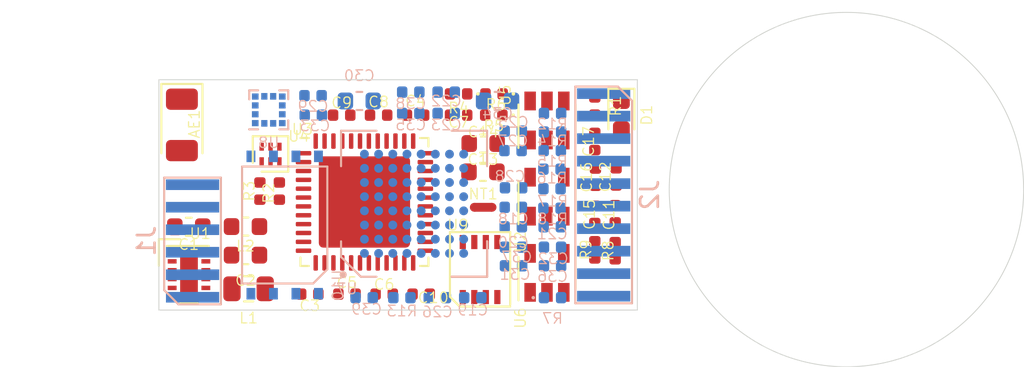
<source format=kicad_pcb>
(kicad_pcb (version 20171130) (host pcbnew "(5.1.5-0-10_14)")

  (general
    (thickness 1.6)
    (drawings 7)
    (tracks 0)
    (zones 0)
    (modules 71)
    (nets 54)
  )

  (page A4)
  (layers
    (0 F.Cu signal)
    (1 GNDD power hide)
    (2 VSSA power hide)
    (31 B.Cu mixed hide)
    (32 B.Adhes user hide)
    (33 F.Adhes user hide)
    (34 B.Paste user hide)
    (35 F.Paste user hide)
    (36 B.SilkS user hide)
    (37 F.SilkS user hide)
    (38 B.Mask user hide)
    (39 F.Mask user hide)
    (40 Dwgs.User user)
    (41 Cmts.User user hide)
    (42 Eco1.User user hide)
    (43 Eco2.User user hide)
    (44 Edge.Cuts user)
    (45 Margin user hide)
    (46 B.CrtYd user hide)
    (47 F.CrtYd user)
    (48 B.Fab user hide)
    (49 F.Fab user hide)
  )

  (setup
    (last_trace_width 0.15)
    (user_trace_width 0.3)
    (trace_clearance 0.15)
    (zone_clearance 0.508)
    (zone_45_only no)
    (trace_min 0.15)
    (via_size 0.8)
    (via_drill 0.4)
    (via_min_size 0.254)
    (via_min_drill 0.1)
    (user_via 0.254 0.1)
    (user_via 0.45 0.2)
    (blind_buried_vias_allowed yes)
    (uvia_size 0.45)
    (uvia_drill 0.2)
    (uvias_allowed yes)
    (uvia_min_size 0.254)
    (uvia_min_drill 0.1)
    (edge_width 0.05)
    (segment_width 0.2)
    (pcb_text_width 0.3)
    (pcb_text_size 1.5 1.5)
    (mod_edge_width 0.05)
    (mod_text_size 0.6 0.6)
    (mod_text_width 0.07)
    (pad_size 1.524 1.524)
    (pad_drill 0.762)
    (pad_to_mask_clearance 0.051)
    (solder_mask_min_width 0.25)
    (aux_axis_origin 0 0)
    (visible_elements FFFFF77F)
    (pcbplotparams
      (layerselection 0x010fc_ffffffff)
      (usegerberextensions false)
      (usegerberattributes false)
      (usegerberadvancedattributes false)
      (creategerberjobfile false)
      (excludeedgelayer true)
      (linewidth 0.100000)
      (plotframeref false)
      (viasonmask false)
      (mode 1)
      (useauxorigin false)
      (hpglpennumber 1)
      (hpglpenspeed 20)
      (hpglpendiameter 15.000000)
      (psnegative false)
      (psa4output false)
      (plotreference true)
      (plotvalue true)
      (plotinvisibletext false)
      (padsonsilk false)
      (subtractmaskfromsilk false)
      (outputformat 1)
      (mirror false)
      (drillshape 1)
      (scaleselection 1)
      (outputdirectory ""))
  )

  (net 0 "")
  (net 1 "Net-(AE1-Pad1)")
  (net 2 +BATT)
  (net 3 GNDD)
  (net 4 "Net-(C2-Pad2)")
  (net 5 VDD)
  (net 6 +1V8)
  (net 7 GNDA)
  (net 8 VDDA)
  (net 9 "Net-(C13-Pad1)")
  (net 10 VSSA)
  (net 11 "Net-(C25-Pad2)")
  (net 12 "Net-(C25-Pad1)")
  (net 13 "Net-(C26-Pad2)")
  (net 14 "Net-(C26-Pad1)")
  (net 15 "Net-(C27-Pad2)")
  (net 16 "Net-(C27-Pad1)")
  (net 17 "Net-(C34-Pad1)")
  (net 18 "Net-(C35-Pad1)")
  (net 19 "Net-(C38-Pad1)")
  (net 20 "Net-(D1-Pad1)")
  (net 21 "Net-(J2-Pad6)")
  (net 22 "Net-(J2-Pad5)")
  (net 23 "Net-(J2-Pad4)")
  (net 24 "Net-(J2-Pad3)")
  (net 25 "Net-(J2-Pad2)")
  (net 26 "Net-(J2-Pad1)")
  (net 27 "Net-(L1-Pad1)")
  (net 28 SDA)
  (net 29 SCL)
  (net 30 R_VBATT)
  (net 31 ~SHDN)
  (net 32 "Net-(U3-Pad2)")
  (net 33 "Net-(U3-Pad1)")
  (net 34 MOSI)
  (net 35 MISO)
  (net 36 SCK)
  (net 37 "Net-(C10-Pad2)")
  (net 38 "Net-(C13-Pad2)")
  (net 39 "Net-(C14-Pad1)")
  (net 40 "Net-(C17-Pad2)")
  (net 41 "Net-(C22-Pad2)")
  (net 42 "Net-(C28-Pad2)")
  (net 43 "Net-(C28-Pad1)")
  (net 44 "Net-(C33-Pad2)")
  (net 45 "Net-(C36-Pad1)")
  (net 46 "Net-(C39-Pad1)")
  (net 47 JTAG_TCKC)
  (net 48 JTAG_TMSC)
  (net 49 _RESET)
  (net 50 LED_0)
  (net 51 THERM)
  (net 52 EEG_MOSI)
  (net 53 EEG_MISO)

  (net_class Default "This is the default net class."
    (clearance 0.15)
    (trace_width 0.15)
    (via_dia 0.8)
    (via_drill 0.4)
    (uvia_dia 0.45)
    (uvia_drill 0.2)
    (add_net +1V8)
    (add_net +BATT)
    (add_net DEBUG)
    (add_net EEG_CS)
    (add_net EEG_DRDY)
    (add_net EEG_MISO)
    (add_net EEG_MOSI)
    (add_net EEG_SCK)
    (add_net EEG_SCLK)
    (add_net EEG_START)
    (add_net FRAM_CS)
    (add_net GNDA)
    (add_net GNDD)
    (add_net INT1_XL)
    (add_net INT2_XL)
    (add_net JTAG_TCKC)
    (add_net JTAG_TMSC)
    (add_net LED_0)
    (add_net MAG_INT)
    (add_net MISO)
    (add_net MOSI)
    (add_net NAND_CS)
    (add_net "Net-(AE1-Pad1)")
    (add_net "Net-(C10-Pad2)")
    (add_net "Net-(C13-Pad1)")
    (add_net "Net-(C13-Pad2)")
    (add_net "Net-(C14-Pad1)")
    (add_net "Net-(C17-Pad2)")
    (add_net "Net-(C2-Pad2)")
    (add_net "Net-(C22-Pad2)")
    (add_net "Net-(C25-Pad1)")
    (add_net "Net-(C25-Pad2)")
    (add_net "Net-(C26-Pad1)")
    (add_net "Net-(C26-Pad2)")
    (add_net "Net-(C27-Pad1)")
    (add_net "Net-(C27-Pad2)")
    (add_net "Net-(C28-Pad1)")
    (add_net "Net-(C28-Pad2)")
    (add_net "Net-(C33-Pad2)")
    (add_net "Net-(C34-Pad1)")
    (add_net "Net-(C35-Pad1)")
    (add_net "Net-(C36-Pad1)")
    (add_net "Net-(C38-Pad1)")
    (add_net "Net-(C39-Pad1)")
    (add_net "Net-(D1-Pad1)")
    (add_net "Net-(J2-Pad1)")
    (add_net "Net-(J2-Pad2)")
    (add_net "Net-(J2-Pad3)")
    (add_net "Net-(J2-Pad4)")
    (add_net "Net-(J2-Pad5)")
    (add_net "Net-(J2-Pad6)")
    (add_net "Net-(J2-Pad8)")
    (add_net "Net-(L1-Pad1)")
    (add_net "Net-(U2-Pad4)")
    (add_net "Net-(U3-Pad1)")
    (add_net "Net-(U3-Pad10)")
    (add_net "Net-(U3-Pad11)")
    (add_net "Net-(U3-Pad17)")
    (add_net "Net-(U3-Pad18)")
    (add_net "Net-(U3-Pad19)")
    (add_net "Net-(U3-Pad2)")
    (add_net "Net-(U3-Pad20)")
    (add_net "Net-(U3-Pad21)")
    (add_net "Net-(U3-Pad26)")
    (add_net "Net-(U3-Pad27)")
    (add_net "Net-(U3-Pad28)")
    (add_net "Net-(U3-Pad29)")
    (add_net "Net-(U3-Pad3)")
    (add_net "Net-(U3-Pad30)")
    (add_net "Net-(U3-Pad31)")
    (add_net "Net-(U3-Pad32)")
    (add_net "Net-(U3-Pad38)")
    (add_net "Net-(U3-Pad39)")
    (add_net "Net-(U3-Pad4)")
    (add_net "Net-(U3-Pad40)")
    (add_net "Net-(U3-Pad41)")
    (add_net "Net-(U3-Pad42)")
    (add_net "Net-(U3-Pad43)")
    (add_net "Net-(U3-Pad46)")
    (add_net "Net-(U3-Pad47)")
    (add_net "Net-(U3-Pad7)")
    (add_net "Net-(U3-Pad8)")
    (add_net "Net-(U3-Pad9)")
    (add_net "Net-(U4-Pad2)")
    (add_net "Net-(U7-Pad1E)")
    (add_net "Net-(U7-Pad2E)")
    (add_net "Net-(U7-Pad4C)")
    (add_net "Net-(U7-Pad8G)")
    (add_net RESET_N)
    (add_net R_VBATT)
    (add_net SCK)
    (add_net SCL)
    (add_net SDA)
    (add_net THERM)
    (add_net VDD)
    (add_net VDDA)
    (add_net VSSA)
    (add_net _RESET)
    (add_net ~SHDN)
  )

  (module "ARBO Parts:ARBO_IO10_1.27mm" (layer B.Cu) (tedit 0) (tstamp 5F617DDF)
    (at 149.6 96.2 270)
    (path /5F406788)
    (attr smd)
    (fp_text reference J2 (at 0 -2.6 90) (layer B.SilkS)
      (effects (font (size 1 1) (thickness 0.15)) (justify mirror))
    )
    (fp_text value Conn_01x10_Female (at 0 2.6 90) (layer B.Fab)
      (effects (font (size 1 1) (thickness 0.15)) (justify mirror))
    )
    (fp_line (start -6.27 -1.75) (end -6.27 1.75) (layer B.CrtYd) (width 0.05))
    (fp_line (start 6.27 -1.75) (end -6.27 -1.75) (layer B.CrtYd) (width 0.05))
    (fp_line (start 6.27 1.75) (end 6.27 -1.75) (layer B.CrtYd) (width 0.05))
    (fp_line (start -6.27 1.75) (end 6.27 1.75) (layer B.CrtYd) (width 0.05))
    (fp_line (start 6.115 -1.6) (end -5.315 -1.6) (layer B.SilkS) (width 0.12))
    (fp_line (start 6.115 1.6) (end 6.115 -1.6) (layer B.SilkS) (width 0.12))
    (fp_line (start -6.115 1.6) (end 6.115 1.6) (layer B.SilkS) (width 0.12))
    (fp_line (start -6.115 -0.8) (end -6.115 1.6) (layer B.SilkS) (width 0.12))
    (fp_line (start -5.315 -1.6) (end -6.115 -0.8) (layer B.SilkS) (width 0.12))
    (pad 10 smd rect (at 5.715 0 270) (size 0.6 3) (layers B.Cu B.Paste B.Mask)
      (net 51 THERM))
    (pad 9 smd rect (at 4.445 0 270) (size 0.6 3) (layers B.Cu B.Paste B.Mask)
      (net 7 GNDA))
    (pad 8 smd rect (at 3.175 0 270) (size 0.6 3) (layers B.Cu B.Paste B.Mask))
    (pad 7 smd rect (at 1.905 0 270) (size 0.6 3) (layers B.Cu B.Paste B.Mask)
      (net 14 "Net-(C26-Pad1)"))
    (pad 6 smd rect (at 0.635 0 270) (size 0.6 3) (layers B.Cu B.Paste B.Mask)
      (net 21 "Net-(J2-Pad6)"))
    (pad 5 smd rect (at -0.635 0 270) (size 0.6 3) (layers B.Cu B.Paste B.Mask)
      (net 22 "Net-(J2-Pad5)"))
    (pad 4 smd rect (at -1.905 0 270) (size 0.6 3) (layers B.Cu B.Paste B.Mask)
      (net 23 "Net-(J2-Pad4)"))
    (pad 3 smd rect (at -3.175 0 270) (size 0.6 3) (layers B.Cu B.Paste B.Mask)
      (net 24 "Net-(J2-Pad3)"))
    (pad 2 smd rect (at -4.445 0 270) (size 0.6 3) (layers B.Cu B.Paste B.Mask)
      (net 25 "Net-(J2-Pad2)"))
    (pad 1 smd rect (at -5.715 0 270) (size 0.6 3) (layers B.Cu B.Paste B.Mask)
      (net 26 "Net-(J2-Pad1)"))
  )

  (module "ARBO Parts:ARBO_IO6_1.27mm" (layer B.Cu) (tedit 0) (tstamp 5F617DBB)
    (at 126.4 98.8 90)
    (path /5F5FC168)
    (attr smd)
    (fp_text reference J1 (at 0 -2.6 90) (layer B.SilkS)
      (effects (font (size 1 1) (thickness 0.15)) (justify mirror))
    )
    (fp_text value "Board to Board" (at 0 2.6 90) (layer B.Fab)
      (effects (font (size 1 1) (thickness 0.15)) (justify mirror))
    )
    (fp_line (start -3.73 -1.75) (end -3.73 1.75) (layer B.CrtYd) (width 0.05))
    (fp_line (start 3.73 -1.75) (end -3.73 -1.75) (layer B.CrtYd) (width 0.05))
    (fp_line (start 3.73 1.75) (end 3.73 -1.75) (layer B.CrtYd) (width 0.05))
    (fp_line (start -3.73 1.75) (end 3.73 1.75) (layer B.CrtYd) (width 0.05))
    (fp_line (start 3.575 -1.6) (end -2.775 -1.6) (layer B.SilkS) (width 0.12))
    (fp_line (start 3.575 1.6) (end 3.575 -1.6) (layer B.SilkS) (width 0.12))
    (fp_line (start -3.575 1.6) (end 3.575 1.6) (layer B.SilkS) (width 0.12))
    (fp_line (start -3.575 -0.8) (end -3.575 1.6) (layer B.SilkS) (width 0.12))
    (fp_line (start -2.775 -1.6) (end -3.575 -0.8) (layer B.SilkS) (width 0.12))
    (pad 6 smd rect (at 3.175 0 90) (size 0.6 3) (layers B.Cu B.Paste B.Mask))
    (pad 5 smd rect (at 1.905 0 90) (size 0.6 3) (layers B.Cu B.Paste B.Mask)
      (net 47 JTAG_TCKC))
    (pad 4 smd rect (at 0.635 0 90) (size 0.6 3) (layers B.Cu B.Paste B.Mask)
      (net 48 JTAG_TMSC))
    (pad 3 smd rect (at -0.635 0 90) (size 0.6 3) (layers B.Cu B.Paste B.Mask)
      (net 49 _RESET))
    (pad 2 smd rect (at -1.905 0 90) (size 0.6 3) (layers B.Cu B.Paste B.Mask)
      (net 3 GNDD))
    (pad 1 smd rect (at -3.175 0 90) (size 0.6 3) (layers B.Cu B.Paste B.Mask)
      (net 2 +BATT))
  )

  (module RF_Antenna:Johanson_2450AT18x100 (layer F.Cu) (tedit 5E281F47) (tstamp 5F617B42)
    (at 125.8 92.25 270)
    (descr "Johanson 2450AT43F0100 SMD antenna 2400-2500Mhz, -0.5dBi, https://www.johansontechnology.com/datasheets/2450AT18A100/2450AT18A100.pdf")
    (tags antenna)
    (path /5FAB6465)
    (attr smd)
    (fp_text reference AE1 (at -0.05 -0.7 90) (layer F.SilkS)
      (effects (font (size 0.6 0.6) (thickness 0.07)))
    )
    (fp_text value Antenna (at 0 1.85 90) (layer F.Fab)
      (effects (font (size 1 1) (thickness 0.15)))
    )
    (fp_text user %R (at 0 0 90) (layer F.Fab)
      (effects (font (size 0.8 0.8) (thickness 0.12)))
    )
    (fp_line (start 2.3 1.15) (end -2.3 1.15) (layer F.CrtYd) (width 0.05))
    (fp_line (start 2.3 -1.15) (end 2.3 1.15) (layer F.CrtYd) (width 0.05))
    (fp_line (start -2.3 -1.15) (end 2.3 -1.15) (layer F.CrtYd) (width 0.05))
    (fp_line (start -2.3 1.15) (end -2.3 -1.15) (layer F.CrtYd) (width 0.05))
    (fp_line (start -2.31 1.16) (end 1.6 1.16) (layer F.SilkS) (width 0.12))
    (fp_line (start -2.31 -1.16) (end -2.31 1.16) (layer F.SilkS) (width 0.12))
    (fp_line (start 1.6 -1.16) (end -2.31 -1.16) (layer F.SilkS) (width 0.12))
    (fp_line (start 1.6 0.8) (end 1.6 -0.8) (layer F.Fab) (width 0.1))
    (fp_line (start -1.6 0.8) (end 1.6 0.8) (layer F.Fab) (width 0.1))
    (fp_line (start -1.6 -0.4) (end -1.6 0.8) (layer F.Fab) (width 0.1))
    (fp_line (start -1.2 -0.8) (end -1.6 -0.4) (layer F.Fab) (width 0.1))
    (fp_line (start 1.6 -0.8) (end -1.2 -0.8) (layer F.Fab) (width 0.1))
    (pad 2 smd roundrect (at 1.45 0 270) (size 1.2 1.8) (layers F.Cu F.Paste F.Mask) (roundrect_rratio 0.208333))
    (pad 1 smd roundrect (at -1.45 0 270) (size 1.2 1.8) (layers F.Cu F.Paste F.Mask) (roundrect_rratio 0.208333)
      (net 1 "Net-(AE1-Pad1)"))
    (model ${KISYS3DMOD}/RF_Antenna.3dshapes/Johanson_2450AT18x100.wrl
      (at (xyz 0 0 0))
      (scale (xyz 1 1 1))
      (rotate (xyz 0 0 0))
    )
  )

  (module Package_DFN_QFN:QFN-48-1EP_7x7mm_P0.5mm_EP5.15x5.15mm (layer F.Cu) (tedit 5C26A111) (tstamp 5F6280CD)
    (at 136.1 96.6)
    (descr "QFN, 48 Pin (http://www.analog.com/media/en/package-pcb-resources/package/pkg_pdf/ltc-legacy-qfn/QFN_48_05-08-1704.pdf), generated with kicad-footprint-generator ipc_dfn_qfn_generator.py")
    (tags "QFN DFN_QFN")
    (path /5F9229B6)
    (attr smd)
    (fp_text reference U3 (at -3.5 -4.105) (layer F.SilkS)
      (effects (font (size 0.6 0.6) (thickness 0.07)))
    )
    (fp_text value CC2652RB (at 0 4.82) (layer F.Fab)
      (effects (font (size 1 1) (thickness 0.15)))
    )
    (fp_text user %R (at 0 0) (layer F.Fab)
      (effects (font (size 1 1) (thickness 0.15)))
    )
    (fp_line (start 4.12 -4.12) (end -4.12 -4.12) (layer F.CrtYd) (width 0.05))
    (fp_line (start 4.12 4.12) (end 4.12 -4.12) (layer F.CrtYd) (width 0.05))
    (fp_line (start -4.12 4.12) (end 4.12 4.12) (layer F.CrtYd) (width 0.05))
    (fp_line (start -4.12 -4.12) (end -4.12 4.12) (layer F.CrtYd) (width 0.05))
    (fp_line (start -3.5 -2.5) (end -2.5 -3.5) (layer F.Fab) (width 0.1))
    (fp_line (start -3.5 3.5) (end -3.5 -2.5) (layer F.Fab) (width 0.1))
    (fp_line (start 3.5 3.5) (end -3.5 3.5) (layer F.Fab) (width 0.1))
    (fp_line (start 3.5 -3.5) (end 3.5 3.5) (layer F.Fab) (width 0.1))
    (fp_line (start -2.5 -3.5) (end 3.5 -3.5) (layer F.Fab) (width 0.1))
    (fp_line (start -3.135 -3.61) (end -3.61 -3.61) (layer F.SilkS) (width 0.12))
    (fp_line (start 3.61 3.61) (end 3.61 3.135) (layer F.SilkS) (width 0.12))
    (fp_line (start 3.135 3.61) (end 3.61 3.61) (layer F.SilkS) (width 0.12))
    (fp_line (start -3.61 3.61) (end -3.61 3.135) (layer F.SilkS) (width 0.12))
    (fp_line (start -3.135 3.61) (end -3.61 3.61) (layer F.SilkS) (width 0.12))
    (fp_line (start 3.61 -3.61) (end 3.61 -3.135) (layer F.SilkS) (width 0.12))
    (fp_line (start 3.135 -3.61) (end 3.61 -3.61) (layer F.SilkS) (width 0.12))
    (pad 48 smd roundrect (at -2.75 -3.4375) (size 0.25 0.875) (layers F.Cu F.Paste F.Mask) (roundrect_rratio 0.25)
      (net 5 VDD))
    (pad 47 smd roundrect (at -2.25 -3.4375) (size 0.25 0.875) (layers F.Cu F.Paste F.Mask) (roundrect_rratio 0.25))
    (pad 46 smd roundrect (at -1.75 -3.4375) (size 0.25 0.875) (layers F.Cu F.Paste F.Mask) (roundrect_rratio 0.25))
    (pad 45 smd roundrect (at -1.25 -3.4375) (size 0.25 0.875) (layers F.Cu F.Paste F.Mask) (roundrect_rratio 0.25)
      (net 5 VDD))
    (pad 44 smd roundrect (at -0.75 -3.4375) (size 0.25 0.875) (layers F.Cu F.Paste F.Mask) (roundrect_rratio 0.25)
      (net 5 VDD))
    (pad 43 smd roundrect (at -0.25 -3.4375) (size 0.25 0.875) (layers F.Cu F.Paste F.Mask) (roundrect_rratio 0.25))
    (pad 42 smd roundrect (at 0.25 -3.4375) (size 0.25 0.875) (layers F.Cu F.Paste F.Mask) (roundrect_rratio 0.25))
    (pad 41 smd roundrect (at 0.75 -3.4375) (size 0.25 0.875) (layers F.Cu F.Paste F.Mask) (roundrect_rratio 0.25))
    (pad 40 smd roundrect (at 1.25 -3.4375) (size 0.25 0.875) (layers F.Cu F.Paste F.Mask) (roundrect_rratio 0.25))
    (pad 39 smd roundrect (at 1.75 -3.4375) (size 0.25 0.875) (layers F.Cu F.Paste F.Mask) (roundrect_rratio 0.25))
    (pad 38 smd roundrect (at 2.25 -3.4375) (size 0.25 0.875) (layers F.Cu F.Paste F.Mask) (roundrect_rratio 0.25))
    (pad 37 smd roundrect (at 2.75 -3.4375) (size 0.25 0.875) (layers F.Cu F.Paste F.Mask) (roundrect_rratio 0.25)
      (net 51 THERM))
    (pad 36 smd roundrect (at 3.4375 -2.75) (size 0.875 0.25) (layers F.Cu F.Paste F.Mask) (roundrect_rratio 0.25)
      (net 30 R_VBATT))
    (pad 35 smd roundrect (at 3.4375 -2.25) (size 0.875 0.25) (layers F.Cu F.Paste F.Mask) (roundrect_rratio 0.25)
      (net 49 _RESET))
    (pad 34 smd roundrect (at 3.4375 -1.75) (size 0.875 0.25) (layers F.Cu F.Paste F.Mask) (roundrect_rratio 0.25)
      (net 3 GNDD))
    (pad 33 smd roundrect (at 3.4375 -1.25) (size 0.875 0.25) (layers F.Cu F.Paste F.Mask) (roundrect_rratio 0.25)
      (net 3 GNDD))
    (pad 32 smd roundrect (at 3.4375 -0.75) (size 0.875 0.25) (layers F.Cu F.Paste F.Mask) (roundrect_rratio 0.25))
    (pad 31 smd roundrect (at 3.4375 -0.25) (size 0.875 0.25) (layers F.Cu F.Paste F.Mask) (roundrect_rratio 0.25))
    (pad 30 smd roundrect (at 3.4375 0.25) (size 0.875 0.25) (layers F.Cu F.Paste F.Mask) (roundrect_rratio 0.25))
    (pad 29 smd roundrect (at 3.4375 0.75) (size 0.875 0.25) (layers F.Cu F.Paste F.Mask) (roundrect_rratio 0.25))
    (pad 28 smd roundrect (at 3.4375 1.25) (size 0.875 0.25) (layers F.Cu F.Paste F.Mask) (roundrect_rratio 0.25))
    (pad 27 smd roundrect (at 3.4375 1.75) (size 0.875 0.25) (layers F.Cu F.Paste F.Mask) (roundrect_rratio 0.25))
    (pad 26 smd roundrect (at 3.4375 2.25) (size 0.875 0.25) (layers F.Cu F.Paste F.Mask) (roundrect_rratio 0.25))
    (pad 25 smd roundrect (at 3.4375 2.75) (size 0.875 0.25) (layers F.Cu F.Paste F.Mask) (roundrect_rratio 0.25)
      (net 47 JTAG_TCKC))
    (pad 24 smd roundrect (at 2.75 3.4375) (size 0.25 0.875) (layers F.Cu F.Paste F.Mask) (roundrect_rratio 0.25)
      (net 48 JTAG_TMSC))
    (pad 23 smd roundrect (at 2.25 3.4375) (size 0.25 0.875) (layers F.Cu F.Paste F.Mask) (roundrect_rratio 0.25)
      (net 37 "Net-(C10-Pad2)"))
    (pad 22 smd roundrect (at 1.75 3.4375) (size 0.25 0.875) (layers F.Cu F.Paste F.Mask) (roundrect_rratio 0.25)
      (net 5 VDD))
    (pad 21 smd roundrect (at 1.25 3.4375) (size 0.25 0.875) (layers F.Cu F.Paste F.Mask) (roundrect_rratio 0.25))
    (pad 20 smd roundrect (at 0.75 3.4375) (size 0.25 0.875) (layers F.Cu F.Paste F.Mask) (roundrect_rratio 0.25))
    (pad 19 smd roundrect (at 0.25 3.4375) (size 0.25 0.875) (layers F.Cu F.Paste F.Mask) (roundrect_rratio 0.25))
    (pad 18 smd roundrect (at -0.25 3.4375) (size 0.25 0.875) (layers F.Cu F.Paste F.Mask) (roundrect_rratio 0.25))
    (pad 17 smd roundrect (at -0.75 3.4375) (size 0.25 0.875) (layers F.Cu F.Paste F.Mask) (roundrect_rratio 0.25))
    (pad 16 smd roundrect (at -1.25 3.4375) (size 0.25 0.875) (layers F.Cu F.Paste F.Mask) (roundrect_rratio 0.25))
    (pad 15 smd roundrect (at -1.75 3.4375) (size 0.25 0.875) (layers F.Cu F.Paste F.Mask) (roundrect_rratio 0.25)
      (net 52 EEG_MOSI))
    (pad 14 smd roundrect (at -2.25 3.4375) (size 0.25 0.875) (layers F.Cu F.Paste F.Mask) (roundrect_rratio 0.25)
      (net 53 EEG_MISO))
    (pad 13 smd roundrect (at -2.75 3.4375) (size 0.25 0.875) (layers F.Cu F.Paste F.Mask) (roundrect_rratio 0.25)
      (net 5 VDD))
    (pad 12 smd roundrect (at -3.4375 2.75) (size 0.875 0.25) (layers F.Cu F.Paste F.Mask) (roundrect_rratio 0.25)
      (net 50 LED_0))
    (pad 11 smd roundrect (at -3.4375 2.25) (size 0.875 0.25) (layers F.Cu F.Paste F.Mask) (roundrect_rratio 0.25))
    (pad 10 smd roundrect (at -3.4375 1.75) (size 0.875 0.25) (layers F.Cu F.Paste F.Mask) (roundrect_rratio 0.25))
    (pad 9 smd roundrect (at -3.4375 1.25) (size 0.875 0.25) (layers F.Cu F.Paste F.Mask) (roundrect_rratio 0.25))
    (pad 8 smd roundrect (at -3.4375 0.75) (size 0.875 0.25) (layers F.Cu F.Paste F.Mask) (roundrect_rratio 0.25))
    (pad 7 smd roundrect (at -3.4375 0.25) (size 0.875 0.25) (layers F.Cu F.Paste F.Mask) (roundrect_rratio 0.25))
    (pad 6 smd roundrect (at -3.4375 -0.25) (size 0.875 0.25) (layers F.Cu F.Paste F.Mask) (roundrect_rratio 0.25)
      (net 28 SDA))
    (pad 5 smd roundrect (at -3.4375 -0.75) (size 0.875 0.25) (layers F.Cu F.Paste F.Mask) (roundrect_rratio 0.25)
      (net 29 SCL))
    (pad 4 smd roundrect (at -3.4375 -1.25) (size 0.875 0.25) (layers F.Cu F.Paste F.Mask) (roundrect_rratio 0.25))
    (pad 3 smd roundrect (at -3.4375 -1.75) (size 0.875 0.25) (layers F.Cu F.Paste F.Mask) (roundrect_rratio 0.25))
    (pad 2 smd roundrect (at -3.4375 -2.25) (size 0.875 0.25) (layers F.Cu F.Paste F.Mask) (roundrect_rratio 0.25)
      (net 32 "Net-(U3-Pad2)"))
    (pad 1 smd roundrect (at -3.4375 -2.75) (size 0.875 0.25) (layers F.Cu F.Paste F.Mask) (roundrect_rratio 0.25)
      (net 33 "Net-(U3-Pad1)"))
    (pad "" smd roundrect (at 1.935 1.935) (size 1.04 1.04) (layers F.Paste) (roundrect_rratio 0.240385))
    (pad "" smd roundrect (at 1.935 0.645) (size 1.04 1.04) (layers F.Paste) (roundrect_rratio 0.240385))
    (pad "" smd roundrect (at 1.935 -0.645) (size 1.04 1.04) (layers F.Paste) (roundrect_rratio 0.240385))
    (pad "" smd roundrect (at 1.935 -1.935) (size 1.04 1.04) (layers F.Paste) (roundrect_rratio 0.240385))
    (pad "" smd roundrect (at 0.645 1.935) (size 1.04 1.04) (layers F.Paste) (roundrect_rratio 0.240385))
    (pad "" smd roundrect (at 0.645 0.645) (size 1.04 1.04) (layers F.Paste) (roundrect_rratio 0.240385))
    (pad "" smd roundrect (at 0.645 -0.645) (size 1.04 1.04) (layers F.Paste) (roundrect_rratio 0.240385))
    (pad "" smd roundrect (at 0.645 -1.935) (size 1.04 1.04) (layers F.Paste) (roundrect_rratio 0.240385))
    (pad "" smd roundrect (at -0.645 1.935) (size 1.04 1.04) (layers F.Paste) (roundrect_rratio 0.240385))
    (pad "" smd roundrect (at -0.645 0.645) (size 1.04 1.04) (layers F.Paste) (roundrect_rratio 0.240385))
    (pad "" smd roundrect (at -0.645 -0.645) (size 1.04 1.04) (layers F.Paste) (roundrect_rratio 0.240385))
    (pad "" smd roundrect (at -0.645 -1.935) (size 1.04 1.04) (layers F.Paste) (roundrect_rratio 0.240385))
    (pad "" smd roundrect (at -1.935 1.935) (size 1.04 1.04) (layers F.Paste) (roundrect_rratio 0.240385))
    (pad "" smd roundrect (at -1.935 0.645) (size 1.04 1.04) (layers F.Paste) (roundrect_rratio 0.240385))
    (pad "" smd roundrect (at -1.935 -0.645) (size 1.04 1.04) (layers F.Paste) (roundrect_rratio 0.240385))
    (pad "" smd roundrect (at -1.935 -1.935) (size 1.04 1.04) (layers F.Paste) (roundrect_rratio 0.240385))
    (pad 49 smd roundrect (at 0 0) (size 5.15 5.15) (layers F.Cu F.Mask) (roundrect_rratio 0.048544)
      (net 3 GNDD))
    (model ${KISYS3DMOD}/Package_DFN_QFN.3dshapes/QFN-48-1EP_7x7mm_P0.5mm_EP5.15x5.15mm.wrl
      (at (xyz 0 0 0))
      (scale (xyz 1 1 1))
      (rotate (xyz 0 0 0))
    )
  )

  (module "ARBO Parts:2450BM14G0011" (layer F.Cu) (tedit 5F624941) (tstamp 5F61899A)
    (at 130.8 93.89)
    (path /5FA2A579)
    (attr smd)
    (fp_text reference U4 (at 1.6 -1 180) (layer F.SilkS)
      (effects (font (size 0.6 0.6) (thickness 0.07)))
    )
    (fp_text value 2450BM14G0011 (at 1.35 2.11) (layer F.Fab)
      (effects (font (size 1 1) (thickness 0.15)))
    )
    (fp_line (start -0.88 0.89) (end -0.88 -0.89) (layer F.CrtYd) (width 0.05))
    (fp_line (start 0.88 0.89) (end -0.88 0.89) (layer F.CrtYd) (width 0.05))
    (fp_line (start 0.88 -0.89) (end 0.88 0.89) (layer F.CrtYd) (width 0.05))
    (fp_line (start -0.88 -0.89) (end 0.88 -0.89) (layer F.CrtYd) (width 0.05))
    (fp_line (start 1 1) (end -0.5 1) (layer F.SilkS) (width 0.12))
    (fp_line (start 1 -1) (end 1 1) (layer F.SilkS) (width 0.12))
    (fp_line (start -1 -1) (end 0.95 -1) (layer F.SilkS) (width 0.12))
    (fp_line (start -1 0.5) (end -1 -1) (layer F.SilkS) (width 0.12))
    (pad 3 smd rect (at 0.5 0.41) (size 0.25 0.45) (layers F.Cu F.Paste F.Mask)
      (net 32 "Net-(U3-Pad2)"))
    (pad 4 smd rect (at 0.5 -0.41) (size 0.25 0.45) (layers F.Cu F.Paste F.Mask)
      (net 33 "Net-(U3-Pad1)"))
    (pad 2 smd rect (at 0 0.41) (size 0.25 0.45) (layers F.Cu F.Paste F.Mask))
    (pad 5 smd rect (at 0 -0.41) (size 0.25 0.45) (layers F.Cu F.Paste F.Mask)
      (net 3 GNDD))
    (pad 1 smd rect (at -0.5 0.41) (size 0.25 0.45) (layers F.Cu F.Paste F.Mask)
      (net 1 "Net-(AE1-Pad1)"))
    (pad 6 smd rect (at -0.5 -0.41) (size 0.25 0.45) (layers F.Cu F.Paste F.Mask)
      (net 3 GNDD))
  )

  (module Capacitor_SMD:C_0402_1005Metric (layer F.Cu) (tedit 5B301BBE) (tstamp 5F628260)
    (at 138.985 91.7)
    (descr "Capacitor SMD 0402 (1005 Metric), square (rectangular) end terminal, IPC_7351 nominal, (Body size source: http://www.tortai-tech.com/upload/download/2011102023233369053.pdf), generated with kicad-footprint-generator")
    (tags capacitor)
    (path /5FCB949D)
    (attr smd)
    (fp_text reference C4 (at 0 -0.8) (layer F.SilkS)
      (effects (font (size 0.6 0.6) (thickness 0.07)))
    )
    (fp_text value 100nF (at 0 1.17) (layer F.Fab)
      (effects (font (size 1 1) (thickness 0.15)))
    )
    (fp_text user %R (at 0 0) (layer F.Fab)
      (effects (font (size 0.25 0.25) (thickness 0.04)))
    )
    (fp_line (start 0.93 0.47) (end -0.93 0.47) (layer F.CrtYd) (width 0.05))
    (fp_line (start 0.93 -0.47) (end 0.93 0.47) (layer F.CrtYd) (width 0.05))
    (fp_line (start -0.93 -0.47) (end 0.93 -0.47) (layer F.CrtYd) (width 0.05))
    (fp_line (start -0.93 0.47) (end -0.93 -0.47) (layer F.CrtYd) (width 0.05))
    (fp_line (start 0.5 0.25) (end -0.5 0.25) (layer F.Fab) (width 0.1))
    (fp_line (start 0.5 -0.25) (end 0.5 0.25) (layer F.Fab) (width 0.1))
    (fp_line (start -0.5 -0.25) (end 0.5 -0.25) (layer F.Fab) (width 0.1))
    (fp_line (start -0.5 0.25) (end -0.5 -0.25) (layer F.Fab) (width 0.1))
    (pad 2 smd roundrect (at 0.485 0) (size 0.59 0.64) (layers F.Cu F.Paste F.Mask) (roundrect_rratio 0.25)
      (net 3 GNDD))
    (pad 1 smd roundrect (at -0.485 0) (size 0.59 0.64) (layers F.Cu F.Paste F.Mask) (roundrect_rratio 0.25)
      (net 5 VDD))
    (model ${KISYS3DMOD}/Capacitor_SMD.3dshapes/C_0402_1005Metric.wrl
      (at (xyz 0 0 0))
      (scale (xyz 1 1 1))
      (rotate (xyz 0 0 0))
    )
  )

  (module "ARBO Parts:8x6mm_WSON_UTSO" (layer B.Cu) (tedit 5E57398C) (tstamp 5F6180CA)
    (at 131.6 97.9 180)
    (path /5F2E4291)
    (attr smd)
    (fp_text reference U10 (at -3 -3.4 270) (layer B.SilkS)
      (effects (font (size 0.6 0.6) (thickness 0.07)) (justify mirror))
    )
    (fp_text value "MT29F2G01ABBGDWB-IT:G TR" (at 0 0) (layer B.Fab)
      (effects (font (size 1 1) (thickness 0.15)) (justify mirror))
    )
    (fp_line (start -2.5 -4.25) (end -2.5 4.25) (layer B.CrtYd) (width 0.05))
    (fp_line (start 2.5 -4.25) (end -2.5 -4.25) (layer B.CrtYd) (width 0.05))
    (fp_line (start 2.5 4.25) (end 2.5 -4.25) (layer B.CrtYd) (width 0.05))
    (fp_line (start -2.5 4.25) (end 2.5 4.25) (layer B.CrtYd) (width 0.05))
    (fp_line (start 2.405 -3.3) (end -1.605 -3.3) (layer B.SilkS) (width 0.12))
    (fp_line (start 2.405 3.3) (end 2.405 -3.3) (layer B.SilkS) (width 0.12))
    (fp_line (start -2.405 3.3) (end 2.405 3.3) (layer B.SilkS) (width 0.12))
    (fp_line (start -2.405 -2.5) (end -2.405 3.3) (layer B.SilkS) (width 0.12))
    (fp_line (start -1.605 -3.3) (end -2.405 -2.5) (layer B.SilkS) (width 0.12))
    (pad 4 smd rect (at 1.905 -3.875 180) (size 0.5 0.65) (layers B.Cu B.Paste B.Mask)
      (net 3 GNDD))
    (pad 5 smd rect (at 1.905 3.875 180) (size 0.5 0.65) (layers B.Cu B.Paste B.Mask)
      (net 34 MOSI))
    (pad 3 smd rect (at 0.635 -3.875 180) (size 0.5 0.65) (layers B.Cu B.Paste B.Mask)
      (net 5 VDD))
    (pad 6 smd rect (at 0.635 3.875 180) (size 0.5 0.65) (layers B.Cu B.Paste B.Mask)
      (net 36 SCK))
    (pad 2 smd rect (at -0.635 -3.875 180) (size 0.5 0.65) (layers B.Cu B.Paste B.Mask)
      (net 35 MISO))
    (pad 7 smd rect (at -0.635 3.875 180) (size 0.5 0.65) (layers B.Cu B.Paste B.Mask)
      (net 5 VDD))
    (pad 1 smd rect (at -1.905 -3.875 180) (size 0.5 0.65) (layers B.Cu B.Paste B.Mask))
    (pad 8 smd rect (at -1.905 3.875 180) (size 0.5 0.65) (layers B.Cu B.Paste B.Mask)
      (net 5 VDD))
  )

  (module "ARBO Parts:8-GQFN_FRAM_3.28mm-3.23mm" (layer F.Cu) (tedit 5F453331) (tstamp 5F6180B5)
    (at 142.625 100.5)
    (path /5F63BE28)
    (attr smd)
    (fp_text reference U9 (at -1.25 -2.6 -180) (layer F.SilkS)
      (effects (font (size 0.6 0.6) (thickness 0.07)))
    )
    (fp_text value CY15V104QI-20LPXC (at 2.75 3.25) (layer F.Fab)
      (effects (font (size 1 1) (thickness 0.15)))
    )
    (fp_line (start -1.64 1.95) (end -1.64 -2.15) (layer F.CrtYd) (width 0.05))
    (fp_line (start 1.64 1.95) (end -1.64 1.95) (layer F.CrtYd) (width 0.05))
    (fp_line (start 1.64 -2.15) (end 1.64 1.95) (layer F.CrtYd) (width 0.05))
    (fp_line (start -1.64 -2.15) (end 1.64 -2.15) (layer F.CrtYd) (width 0.05))
    (fp_line (start 1.7 2) (end -1.15 2) (layer F.SilkS) (width 0.12))
    (fp_line (start 1.7 -2.2) (end 1.7 1.9) (layer F.SilkS) (width 0.12))
    (fp_line (start -1.7 -2.2) (end 1.7 -2.2) (layer F.SilkS) (width 0.12))
    (fp_line (start -1.7 1.45) (end -1.7 -2.2) (layer F.SilkS) (width 0.12))
    (fp_line (start -1.15 2) (end -1.7 1.45) (layer F.SilkS) (width 0.12))
    (pad 4 smd rect (at 0.975 1.465) (size 0.35 0.8) (layers F.Cu F.Paste F.Mask)
      (net 3 GNDD))
    (pad 5 smd rect (at 0.975 -1.64) (size 0.35 0.8) (layers F.Cu F.Paste F.Mask)
      (net 34 MOSI))
    (pad 3 smd rect (at 0.325 1.465) (size 0.35 0.8) (layers F.Cu F.Paste F.Mask)
      (net 5 VDD))
    (pad 6 smd rect (at 0.325 -1.64) (size 0.35 0.8) (layers F.Cu F.Paste F.Mask)
      (net 36 SCK))
    (pad 2 smd rect (at -0.325 1.465) (size 0.35 0.8) (layers F.Cu F.Paste F.Mask)
      (net 35 MISO))
    (pad 7 smd rect (at -0.325 -1.64) (size 0.35 0.8) (layers F.Cu F.Paste F.Mask)
      (net 5 VDD))
    (pad 1 smd rect (at -0.975 1.465) (size 0.35 0.8) (layers F.Cu F.Paste F.Mask))
    (pad 8 smd rect (at -0.975 -1.64) (size 0.35 0.8) (layers F.Cu F.Paste F.Mask)
      (net 5 VDD))
  )

  (module Package_LGA:LGA-12_2x2mm_P0.5mm (layer B.Cu) (tedit 5A0AAFFD) (tstamp 5F61808A)
    (at 130.7 91.4)
    (descr LGA12)
    (tags "lga land grid array")
    (path /5F2E29A3)
    (attr smd)
    (fp_text reference U8 (at 0 1.85) (layer B.SilkS)
      (effects (font (size 0.6 0.6) (thickness 0.07)) (justify mirror))
    )
    (fp_text value LSM303AGR (at 0 -1.6) (layer B.Fab)
      (effects (font (size 1 1) (thickness 0.15)) (justify mirror))
    )
    (fp_line (start -1.25 1.25) (end 1.25 1.25) (layer B.CrtYd) (width 0.05))
    (fp_line (start -1.25 -1.25) (end -1.25 1.25) (layer B.CrtYd) (width 0.05))
    (fp_line (start 1.25 -1.25) (end -1.25 -1.25) (layer B.CrtYd) (width 0.05))
    (fp_line (start 1.25 1.25) (end 1.25 -1.25) (layer B.CrtYd) (width 0.05))
    (fp_line (start -1.1 1.1) (end -1.1 1.1) (layer B.SilkS) (width 0.12))
    (fp_line (start -0.6 1.1) (end -1.1 1.1) (layer B.SilkS) (width 0.12))
    (fp_line (start -1.1 -0.6) (end -1.1 -0.6) (layer B.SilkS) (width 0.12))
    (fp_line (start -1.1 -1.1) (end -1.1 -0.6) (layer B.SilkS) (width 0.12))
    (fp_line (start -0.6 -1.1) (end -1.1 -1.1) (layer B.SilkS) (width 0.12))
    (fp_line (start 0.6 -1.1) (end 0.6 -1.1) (layer B.SilkS) (width 0.12))
    (fp_line (start 1.1 -1.1) (end 0.6 -1.1) (layer B.SilkS) (width 0.12))
    (fp_line (start 1.1 -0.6) (end 1.1 -1.1) (layer B.SilkS) (width 0.12))
    (fp_line (start 1.1 0.6) (end 1.1 0.6) (layer B.SilkS) (width 0.12))
    (fp_line (start 1.1 1.1) (end 1.1 0.6) (layer B.SilkS) (width 0.12))
    (fp_line (start 0.6 1.1) (end 1.1 1.1) (layer B.SilkS) (width 0.12))
    (fp_line (start -0.5 1) (end 1 1) (layer B.Fab) (width 0.1))
    (fp_line (start -1 0.5) (end -0.5 1) (layer B.Fab) (width 0.1))
    (fp_line (start -1 -1) (end -1 0.5) (layer B.Fab) (width 0.1))
    (fp_line (start 1 -1) (end -1 -1) (layer B.Fab) (width 0.1))
    (fp_line (start 1 1) (end 1 -1) (layer B.Fab) (width 0.1))
    (fp_text user %R (at 0 0) (layer B.Fab)
      (effects (font (size 0.5 0.5) (thickness 0.075)) (justify mirror))
    )
    (pad 12 smd rect (at -0.25 0.7625 270) (size 0.375 0.35) (layers B.Cu B.Paste B.Mask))
    (pad 11 smd rect (at 0.25 0.7625 270) (size 0.375 0.35) (layers B.Cu B.Paste B.Mask))
    (pad 6 smd rect (at 0.25 -0.7625 270) (size 0.375 0.35) (layers B.Cu B.Paste B.Mask)
      (net 3 GNDD))
    (pad 5 smd rect (at -0.25 -0.7625 270) (size 0.375 0.35) (layers B.Cu B.Paste B.Mask)
      (net 44 "Net-(C33-Pad2)"))
    (pad 10 smd rect (at 0.7625 0.75) (size 0.375 0.35) (layers B.Cu B.Paste B.Mask)
      (net 5 VDD))
    (pad 1 smd rect (at -0.7625 0.75) (size 0.375 0.35) (layers B.Cu B.Paste B.Mask)
      (net 29 SCL))
    (pad 7 smd rect (at 0.7625 -0.75) (size 0.375 0.35) (layers B.Cu B.Paste B.Mask))
    (pad 4 smd rect (at -0.7625 -0.75) (size 0.375 0.35) (layers B.Cu B.Paste B.Mask)
      (net 28 SDA))
    (pad 8 smd rect (at 0.7625 -0.25) (size 0.375 0.35) (layers B.Cu B.Paste B.Mask)
      (net 3 GNDD))
    (pad 9 smd rect (at 0.7625 0.25) (size 0.375 0.35) (layers B.Cu B.Paste B.Mask)
      (net 5 VDD))
    (pad 3 smd rect (at -0.7625 -0.25) (size 0.375 0.35) (layers B.Cu B.Paste B.Mask)
      (net 5 VDD))
    (pad 2 smd rect (at -0.7625 0.25) (size 0.375 0.35) (layers B.Cu B.Paste B.Mask)
      (net 5 VDD))
    (model ${KISYS3DMOD}/Package_LGA.3dshapes/LGA-12_2x2mm_P0.5mm.wrl
      (at (xyz 0 0 0))
      (scale (xyz 1 1 1))
      (rotate (xyz 0 0 0))
    )
  )

  (module "ARBO Parts:BGA-64_8x8_8.0x8.0mm_ADS129x" (layer B.Cu) (tedit 5E56AF4F) (tstamp 5F618065)
    (at 138.9 96.7)
    (path /5F2DF10F)
    (attr smd)
    (fp_text reference U7 (at -3.8 4.8) (layer B.SilkS)
      (effects (font (size 0.6 0.6) (thickness 0.07)) (justify mirror))
    )
    (fp_text value ADS1294 (at 0 -5) (layer B.Fab)
      (effects (font (size 1 1) (thickness 0.15)) (justify mirror))
    )
    (fp_line (start -4.25 -4.25) (end -4.25 4.25) (layer B.CrtYd) (width 0.05))
    (fp_line (start 4.25 -4.25) (end -4.25 -4.25) (layer B.CrtYd) (width 0.05))
    (fp_line (start 4.25 4.25) (end 4.25 -4.25) (layer B.CrtYd) (width 0.05))
    (fp_line (start -4.25 4.25) (end 4.25 4.25) (layer B.CrtYd) (width 0.05))
    (fp_circle (center -4 4) (end -4 3.9) (layer B.SilkS) (width 0.2))
    (fp_line (start -4.12 3) (end -4.12 2.12) (layer B.SilkS) (width 0.12))
    (fp_line (start -3 4.12) (end -4.12 3) (layer B.SilkS) (width 0.12))
    (fp_line (start -2.12 4.12) (end -3 4.12) (layer B.SilkS) (width 0.12))
    (fp_line (start -4.12 -4.12) (end -4.12 -2.12) (layer B.SilkS) (width 0.12))
    (fp_line (start -2.12 -4.12) (end -4.12 -4.12) (layer B.SilkS) (width 0.12))
    (fp_line (start 4.12 4.12) (end 4.12 2.12) (layer B.SilkS) (width 0.12))
    (fp_line (start 2.12 4.12) (end 4.12 4.12) (layer B.SilkS) (width 0.12))
    (fp_line (start 4.12 -4.12) (end 4.12 -2.12) (layer B.SilkS) (width 0.12))
    (fp_line (start 2.12 -4.12) (end 4.12 -4.12) (layer B.SilkS) (width 0.12))
    (fp_line (start 4.12 4.12) (end 4.12 2.12) (layer B.SilkS) (width 0.12))
    (fp_line (start 2.12 4.12) (end 4.12 4.12) (layer B.SilkS) (width 0.12))
    (fp_line (start 4.12 4.12) (end 4.12 2.12) (layer B.SilkS) (width 0.12))
    (fp_line (start 2.12 4.12) (end 4.12 4.12) (layer B.SilkS) (width 0.12))
    (fp_line (start 4 4) (end -3 4) (layer B.Fab) (width 0.1))
    (fp_line (start 4 -4) (end 4 4) (layer B.Fab) (width 0.1))
    (fp_line (start -4 -4) (end 4 -4) (layer B.Fab) (width 0.1))
    (fp_line (start -4 3) (end -4 -4) (layer B.Fab) (width 0.1))
    (fp_line (start -3 4) (end -4 3) (layer B.Fab) (width 0.1))
    (pad 8H smd circle (at 2.8 -2.8) (size 0.5 0.5) (layers B.Cu B.Paste B.Mask)
      (net 52 EEG_MOSI))
    (pad 8G smd circle (at 2.8 -2) (size 0.5 0.5) (layers B.Cu B.Paste B.Mask))
    (pad 8F smd circle (at 2.8 -1.2) (size 0.5 0.5) (layers B.Cu B.Paste B.Mask))
    (pad 8E smd circle (at 2.8 -0.4) (size 0.5 0.5) (layers B.Cu B.Paste B.Mask)
      (net 53 EEG_MISO))
    (pad 8D smd circle (at 2.8 0.4) (size 0.5 0.5) (layers B.Cu B.Paste B.Mask)
      (net 6 +1V8))
    (pad 8C smd circle (at 2.8 1.2) (size 0.5 0.5) (layers B.Cu B.Paste B.Mask)
      (net 6 +1V8))
    (pad 8B smd circle (at 2.8 2) (size 0.5 0.5) (layers B.Cu B.Paste B.Mask)
      (net 6 +1V8))
    (pad 8A smd circle (at 2.8 2.8) (size 0.5 0.5) (layers B.Cu B.Paste B.Mask)
      (net 10 VSSA))
    (pad 7H smd circle (at 2 -2.8) (size 0.5 0.5) (layers B.Cu B.Paste B.Mask)
      (net 3 GNDD))
    (pad 7G smd circle (at 2 -2) (size 0.5 0.5) (layers B.Cu B.Paste B.Mask))
    (pad 7F smd circle (at 2 -1.2) (size 0.5 0.5) (layers B.Cu B.Paste B.Mask))
    (pad 7E smd circle (at 2 -0.4) (size 0.5 0.5) (layers B.Cu B.Paste B.Mask))
    (pad 7D smd circle (at 2 0.4) (size 0.5 0.5) (layers B.Cu B.Paste B.Mask)
      (net 3 GNDD))
    (pad 7C smd circle (at 2 1.2) (size 0.5 0.5) (layers B.Cu B.Paste B.Mask)
      (net 3 GNDD))
    (pad 7B smd circle (at 2 2) (size 0.5 0.5) (layers B.Cu B.Paste B.Mask)
      (net 45 "Net-(C36-Pad1)"))
    (pad 7A smd circle (at 2 2.8) (size 0.5 0.5) (layers B.Cu B.Paste B.Mask)
      (net 8 VDDA))
    (pad 6H smd circle (at 1.2 -2.8) (size 0.5 0.5) (layers B.Cu B.Paste B.Mask)
      (net 18 "Net-(C35-Pad1)"))
    (pad 6G smd circle (at 1.2 -2) (size 0.5 0.5) (layers B.Cu B.Paste B.Mask)
      (net 31 ~SHDN))
    (pad 6F smd circle (at 1.2 -1.2) (size 0.5 0.5) (layers B.Cu B.Paste B.Mask)
      (net 3 GNDD))
    (pad 6E smd circle (at 1.2 -0.4) (size 0.5 0.5) (layers B.Cu B.Paste B.Mask))
    (pad 6D smd circle (at 1.2 0.4) (size 0.5 0.5) (layers B.Cu B.Paste B.Mask))
    (pad 6C smd circle (at 1.2 1.2) (size 0.5 0.5) (layers B.Cu B.Paste B.Mask)
      (net 8 VDDA))
    (pad 6B smd circle (at 1.2 2) (size 0.5 0.5) (layers B.Cu B.Paste B.Mask)
      (net 8 VDDA))
    (pad 6A smd circle (at 1.2 2.8) (size 0.5 0.5) (layers B.Cu B.Paste B.Mask)
      (net 8 VDDA))
    (pad 5H smd circle (at 0.4 -2.8) (size 0.5 0.5) (layers B.Cu B.Paste B.Mask)
      (net 17 "Net-(C34-Pad1)"))
    (pad 5G smd circle (at 0.4 -2) (size 0.5 0.5) (layers B.Cu B.Paste B.Mask)
      (net 31 ~SHDN))
    (pad 5F smd circle (at 0.4 -1.2) (size 0.5 0.5) (layers B.Cu B.Paste B.Mask))
    (pad 5E smd circle (at 0.4 -0.4) (size 0.5 0.5) (layers B.Cu B.Paste B.Mask))
    (pad 5D smd circle (at 0.4 0.4) (size 0.5 0.5) (layers B.Cu B.Paste B.Mask)
      (net 10 VSSA))
    (pad 5C smd circle (at 0.4 1.2) (size 0.5 0.5) (layers B.Cu B.Paste B.Mask)
      (net 10 VSSA))
    (pad 5B smd circle (at 0.4 2) (size 0.5 0.5) (layers B.Cu B.Paste B.Mask)
      (net 10 VSSA))
    (pad 5A smd circle (at 0.4 2.8) (size 0.5 0.5) (layers B.Cu B.Paste B.Mask)
      (net 10 VSSA))
    (pad 4H smd circle (at -0.4 -2.8) (size 0.5 0.5) (layers B.Cu B.Paste B.Mask)
      (net 10 VSSA))
    (pad 4G smd circle (at -0.4 -2) (size 0.5 0.5) (layers B.Cu B.Paste B.Mask))
    (pad 4F smd circle (at -0.4 -1.2) (size 0.5 0.5) (layers B.Cu B.Paste B.Mask))
    (pad 4E smd circle (at -0.4 -0.4) (size 0.5 0.5) (layers B.Cu B.Paste B.Mask)
      (net 3 GNDD))
    (pad 4D smd circle (at -0.4 0.4) (size 0.5 0.5) (layers B.Cu B.Paste B.Mask)
      (net 10 VSSA))
    (pad 4C smd circle (at -0.4 1.2) (size 0.5 0.5) (layers B.Cu B.Paste B.Mask))
    (pad 4B smd circle (at -0.4 2) (size 0.5 0.5) (layers B.Cu B.Paste B.Mask)
      (net 8 VDDA))
    (pad 4A smd circle (at -0.4 2.8) (size 0.5 0.5) (layers B.Cu B.Paste B.Mask)
      (net 8 VDDA))
    (pad 3H smd circle (at -1.2 -2.8) (size 0.5 0.5) (layers B.Cu B.Paste B.Mask)
      (net 41 "Net-(C22-Pad2)"))
    (pad 3G smd circle (at -1.2 -2) (size 0.5 0.5) (layers B.Cu B.Paste B.Mask)
      (net 19 "Net-(C38-Pad1)"))
    (pad 3F smd circle (at -1.2 -1.2) (size 0.5 0.5) (layers B.Cu B.Paste B.Mask))
    (pad 3E smd circle (at -1.2 -0.4) (size 0.5 0.5) (layers B.Cu B.Paste B.Mask))
    (pad 3D smd circle (at -1.2 0.4) (size 0.5 0.5) (layers B.Cu B.Paste B.Mask)
      (net 46 "Net-(C39-Pad1)"))
    (pad 3C smd circle (at -1.2 1.2) (size 0.5 0.5) (layers B.Cu B.Paste B.Mask)
      (net 13 "Net-(C26-Pad2)"))
    (pad 3B smd circle (at -1.2 2) (size 0.5 0.5) (layers B.Cu B.Paste B.Mask)
      (net 14 "Net-(C26-Pad1)"))
    (pad 3A smd circle (at -1.2 2.8) (size 0.5 0.5) (layers B.Cu B.Paste B.Mask)
      (net 14 "Net-(C26-Pad1)"))
    (pad 2H smd circle (at -2 -2.8) (size 0.5 0.5) (layers B.Cu B.Paste B.Mask)
      (net 42 "Net-(C28-Pad2)"))
    (pad 2G smd circle (at -2 -2) (size 0.5 0.5) (layers B.Cu B.Paste B.Mask)
      (net 15 "Net-(C27-Pad2)"))
    (pad 2F smd circle (at -2 -1.2) (size 0.5 0.5) (layers B.Cu B.Paste B.Mask)
      (net 11 "Net-(C25-Pad2)"))
    (pad 2E smd circle (at -2 -0.4) (size 0.5 0.5) (layers B.Cu B.Paste B.Mask))
    (pad 2D smd circle (at -2 0.4) (size 0.5 0.5) (layers B.Cu B.Paste B.Mask))
    (pad 2C smd circle (at -2 1.2) (size 0.5 0.5) (layers B.Cu B.Paste B.Mask))
    (pad 2B smd circle (at -2 2) (size 0.5 0.5) (layers B.Cu B.Paste B.Mask))
    (pad 2A smd circle (at -2 2.8) (size 0.5 0.5) (layers B.Cu B.Paste B.Mask))
    (pad 1H smd circle (at -2.8 -2.8) (size 0.5 0.5) (layers B.Cu B.Paste B.Mask)
      (net 43 "Net-(C28-Pad1)"))
    (pad 1G smd circle (at -2.8 -2) (size 0.5 0.5) (layers B.Cu B.Paste B.Mask)
      (net 16 "Net-(C27-Pad1)"))
    (pad 1F smd circle (at -2.8 -1.2) (size 0.5 0.5) (layers B.Cu B.Paste B.Mask)
      (net 12 "Net-(C25-Pad1)"))
    (pad 1E smd circle (at -2.8 -0.4) (size 0.5 0.5) (layers B.Cu B.Paste B.Mask))
    (pad 1D smd circle (at -2.8 0.4) (size 0.5 0.5) (layers B.Cu B.Paste B.Mask))
    (pad 1C smd circle (at -2.8 1.2) (size 0.5 0.5) (layers B.Cu B.Paste B.Mask))
    (pad 1B smd circle (at -2.8 2) (size 0.5 0.5) (layers B.Cu B.Paste B.Mask))
    (pad 1A smd circle (at -2.8 2.8) (size 0.5 0.5) (layers B.Cu B.Paste B.Mask))
    (model "/Users/matt/Box Sync/Biologging/Technology/KiCad/ZXG0064A.stp"
      (at (xyz 0 0 0))
      (scale (xyz 1 1 1))
      (rotate (xyz 0 0 0))
    )
  )

  (module Package_TO_SOT_SMD:SOT-23-5 (layer F.Cu) (tedit 5A02FF57) (tstamp 5F61800A)
    (at 146.4 100.6 90)
    (descr "5-pin SOT23 package")
    (tags SOT-23-5)
    (path /5F372C0C)
    (attr smd)
    (fp_text reference U6 (at -2.55 -1.5 90) (layer F.SilkS)
      (effects (font (size 0.6 0.6) (thickness 0.07)))
    )
    (fp_text value TPS72301DDCT (at 0 2.9 90) (layer F.Fab)
      (effects (font (size 1 1) (thickness 0.15)))
    )
    (fp_line (start 0.9 -1.55) (end 0.9 1.55) (layer F.Fab) (width 0.1))
    (fp_line (start 0.9 1.55) (end -0.9 1.55) (layer F.Fab) (width 0.1))
    (fp_line (start -0.9 -0.9) (end -0.9 1.55) (layer F.Fab) (width 0.1))
    (fp_line (start 0.9 -1.55) (end -0.25 -1.55) (layer F.Fab) (width 0.1))
    (fp_line (start -0.9 -0.9) (end -0.25 -1.55) (layer F.Fab) (width 0.1))
    (fp_line (start -1.9 1.8) (end -1.9 -1.8) (layer F.CrtYd) (width 0.05))
    (fp_line (start 1.9 1.8) (end -1.9 1.8) (layer F.CrtYd) (width 0.05))
    (fp_line (start 1.9 -1.8) (end 1.9 1.8) (layer F.CrtYd) (width 0.05))
    (fp_line (start -1.9 -1.8) (end 1.9 -1.8) (layer F.CrtYd) (width 0.05))
    (fp_line (start 0.9 -1.61) (end -1.55 -1.61) (layer F.SilkS) (width 0.12))
    (fp_line (start -0.9 1.61) (end 0.9 1.61) (layer F.SilkS) (width 0.12))
    (fp_text user %R (at 0 0) (layer F.Fab)
      (effects (font (size 0.5 0.5) (thickness 0.075)))
    )
    (pad 5 smd rect (at 1.1 -0.95 90) (size 1.06 0.65) (layers F.Cu F.Paste F.Mask)
      (net 10 VSSA))
    (pad 4 smd rect (at 1.1 0.95 90) (size 1.06 0.65) (layers F.Cu F.Paste F.Mask)
      (net 40 "Net-(C17-Pad2)"))
    (pad 3 smd rect (at -1.1 0.95 90) (size 1.06 0.65) (layers F.Cu F.Paste F.Mask)
      (net 31 ~SHDN))
    (pad 2 smd rect (at -1.1 0 90) (size 1.06 0.65) (layers F.Cu F.Paste F.Mask)
      (net 39 "Net-(C14-Pad1)"))
    (pad 1 smd rect (at -1.1 -0.95 90) (size 1.06 0.65) (layers F.Cu F.Paste F.Mask)
      (net 7 GNDA))
    (model ${KISYS3DMOD}/Package_TO_SOT_SMD.3dshapes/SOT-23-5.wrl
      (at (xyz 0 0 0))
      (scale (xyz 1 1 1))
      (rotate (xyz 0 0 0))
    )
  )

  (module Package_TO_SOT_SMD:SOT-23-6 (layer F.Cu) (tedit 5A02FF57) (tstamp 5F617FF5)
    (at 146.4 92 90)
    (descr "6-pin SOT-23 package")
    (tags SOT-23-6)
    (path /5F782845)
    (attr smd)
    (fp_text reference U5 (at 1.425 -2.355 90) (layer F.SilkS)
      (effects (font (size 0.6 0.6) (thickness 0.07)))
    )
    (fp_text value MAX1720 (at 0 2.9 90) (layer F.Fab)
      (effects (font (size 1 1) (thickness 0.15)))
    )
    (fp_line (start 0.9 -1.55) (end 0.9 1.55) (layer F.Fab) (width 0.1))
    (fp_line (start 0.9 1.55) (end -0.9 1.55) (layer F.Fab) (width 0.1))
    (fp_line (start -0.9 -0.9) (end -0.9 1.55) (layer F.Fab) (width 0.1))
    (fp_line (start 0.9 -1.55) (end -0.25 -1.55) (layer F.Fab) (width 0.1))
    (fp_line (start -0.9 -0.9) (end -0.25 -1.55) (layer F.Fab) (width 0.1))
    (fp_line (start -1.9 -1.8) (end -1.9 1.8) (layer F.CrtYd) (width 0.05))
    (fp_line (start -1.9 1.8) (end 1.9 1.8) (layer F.CrtYd) (width 0.05))
    (fp_line (start 1.9 1.8) (end 1.9 -1.8) (layer F.CrtYd) (width 0.05))
    (fp_line (start 1.9 -1.8) (end -1.9 -1.8) (layer F.CrtYd) (width 0.05))
    (fp_line (start 0.9 -1.61) (end -1.55 -1.61) (layer F.SilkS) (width 0.12))
    (fp_line (start -0.9 1.61) (end 0.9 1.61) (layer F.SilkS) (width 0.12))
    (fp_text user %R (at 0 0) (layer F.Fab)
      (effects (font (size 0.5 0.5) (thickness 0.075)))
    )
    (pad 5 smd rect (at 1.1 0 90) (size 1.06 0.65) (layers F.Cu F.Paste F.Mask)
      (net 31 ~SHDN))
    (pad 6 smd rect (at 1.1 -0.95 90) (size 1.06 0.65) (layers F.Cu F.Paste F.Mask)
      (net 9 "Net-(C13-Pad1)"))
    (pad 4 smd rect (at 1.1 0.95 90) (size 1.06 0.65) (layers F.Cu F.Paste F.Mask)
      (net 7 GNDA))
    (pad 3 smd rect (at -1.1 0.95 90) (size 1.06 0.65) (layers F.Cu F.Paste F.Mask)
      (net 38 "Net-(C13-Pad2)"))
    (pad 2 smd rect (at -1.1 0 90) (size 1.06 0.65) (layers F.Cu F.Paste F.Mask)
      (net 6 +1V8))
    (pad 1 smd rect (at -1.1 -0.95 90) (size 1.06 0.65) (layers F.Cu F.Paste F.Mask)
      (net 39 "Net-(C14-Pad1)"))
    (model ${KISYS3DMOD}/Package_TO_SOT_SMD.3dshapes/SOT-23-6.wrl
      (at (xyz 0 0 0))
      (scale (xyz 1 1 1))
      (rotate (xyz 0 0 0))
    )
  )

  (module Package_TO_SOT_SMD:SOT-23-5 (layer F.Cu) (tedit 5A02FF57) (tstamp 5F617F5C)
    (at 146.4 96.3 90)
    (descr "5-pin SOT23 package")
    (tags SOT-23-5)
    (path /5F37E2FD)
    (attr smd)
    (fp_text reference U2 (at -2.55 -1.5 90) (layer F.SilkS)
      (effects (font (size 0.6 0.6) (thickness 0.07)))
    )
    (fp_text value LP5907MFX-1.5 (at 0 2.9 90) (layer F.Fab)
      (effects (font (size 1 1) (thickness 0.15)))
    )
    (fp_line (start 0.9 -1.55) (end 0.9 1.55) (layer F.Fab) (width 0.1))
    (fp_line (start 0.9 1.55) (end -0.9 1.55) (layer F.Fab) (width 0.1))
    (fp_line (start -0.9 -0.9) (end -0.9 1.55) (layer F.Fab) (width 0.1))
    (fp_line (start 0.9 -1.55) (end -0.25 -1.55) (layer F.Fab) (width 0.1))
    (fp_line (start -0.9 -0.9) (end -0.25 -1.55) (layer F.Fab) (width 0.1))
    (fp_line (start -1.9 1.8) (end -1.9 -1.8) (layer F.CrtYd) (width 0.05))
    (fp_line (start 1.9 1.8) (end -1.9 1.8) (layer F.CrtYd) (width 0.05))
    (fp_line (start 1.9 -1.8) (end 1.9 1.8) (layer F.CrtYd) (width 0.05))
    (fp_line (start -1.9 -1.8) (end 1.9 -1.8) (layer F.CrtYd) (width 0.05))
    (fp_line (start 0.9 -1.61) (end -1.55 -1.61) (layer F.SilkS) (width 0.12))
    (fp_line (start -0.9 1.61) (end 0.9 1.61) (layer F.SilkS) (width 0.12))
    (fp_text user %R (at 0 0) (layer F.Fab)
      (effects (font (size 0.5 0.5) (thickness 0.075)))
    )
    (pad 5 smd rect (at 1.1 -0.95 90) (size 1.06 0.65) (layers F.Cu F.Paste F.Mask)
      (net 8 VDDA))
    (pad 4 smd rect (at 1.1 0.95 90) (size 1.06 0.65) (layers F.Cu F.Paste F.Mask))
    (pad 3 smd rect (at -1.1 0.95 90) (size 1.06 0.65) (layers F.Cu F.Paste F.Mask)
      (net 31 ~SHDN))
    (pad 2 smd rect (at -1.1 0 90) (size 1.06 0.65) (layers F.Cu F.Paste F.Mask)
      (net 7 GNDA))
    (pad 1 smd rect (at -1.1 -0.95 90) (size 1.06 0.65) (layers F.Cu F.Paste F.Mask)
      (net 6 +1V8))
    (model ${KISYS3DMOD}/Package_TO_SOT_SMD.3dshapes/SOT-23-5.wrl
      (at (xyz 0 0 0))
      (scale (xyz 1 1 1))
      (rotate (xyz 0 0 0))
    )
  )

  (module Package_SON:WSON-12-1EP_3x2mm_P0.5mm_EP1x2.65 (layer F.Cu) (tedit 5A65F3DE) (tstamp 5F617F47)
    (at 126.2 100.7)
    (descr "WSON-12 http://www.ti.com/lit/ds/symlink/lm27762.pdf")
    (tags WSON-12)
    (path /5F63558A)
    (attr smd)
    (fp_text reference U1 (at 0.635 -2.315) (layer F.SilkS)
      (effects (font (size 0.6 0.6) (thickness 0.07)))
    )
    (fp_text value TPS62740 (at 0 2.921) (layer F.Fab)
      (effects (font (size 1 1) (thickness 0.15)))
    )
    (fp_line (start -1 1.5) (end -1 -1) (layer F.Fab) (width 0.1))
    (fp_line (start 1 1.5) (end -1 1.5) (layer F.Fab) (width 0.1))
    (fp_line (start 1 -1.5) (end 1 1.5) (layer F.Fab) (width 0.1))
    (fp_line (start -0.5 -1.5) (end 1 -1.5) (layer F.Fab) (width 0.1))
    (fp_line (start -1.25 -1.62) (end 1.12 -1.62) (layer F.SilkS) (width 0.12))
    (fp_line (start 0.5 1.62) (end -0.5 1.62) (layer F.SilkS) (width 0.12))
    (fp_text user %R (at 0 -0.25 90) (layer F.Fab)
      (effects (font (size 0.5 0.5) (thickness 0.05)))
    )
    (fp_line (start -1.45 1.75) (end -1.45 -1.75) (layer F.CrtYd) (width 0.05))
    (fp_line (start 1.45 1.75) (end -1.45 1.75) (layer F.CrtYd) (width 0.05))
    (fp_line (start 1.45 -1.75) (end 1.45 1.75) (layer F.CrtYd) (width 0.05))
    (fp_line (start -1.45 -1.75) (end 1.45 -1.75) (layer F.CrtYd) (width 0.05))
    (fp_line (start -1 -1) (end -0.5 -1.5) (layer F.Fab) (width 0.1))
    (fp_line (start -1.7 -2) (end -0.5 -2) (layer F.SilkS) (width 0.12))
    (fp_line (start -1.7 -0.5) (end -1.7 -2) (layer F.SilkS) (width 0.12))
    (pad "" smd rect (at 0 -0.685) (size 0.95 1.17) (layers F.Paste))
    (pad "" smd rect (at 0 0.685) (size 0.95 1.17) (layers F.Paste))
    (pad 13 smd rect (at 0 0) (size 1 2.65) (layers F.Cu F.Mask)
      (net 3 GNDD))
    (pad 12 smd rect (at 0.95 -1.25) (size 0.5 0.25) (layers F.Cu F.Paste F.Mask)
      (net 2 +BATT))
    (pad 11 smd rect (at 0.95 -0.75) (size 0.5 0.25) (layers F.Cu F.Paste F.Mask)
      (net 3 GNDD))
    (pad 10 smd rect (at 0.95 -0.25) (size 0.5 0.25) (layers F.Cu F.Paste F.Mask)
      (net 3 GNDD))
    (pad 9 smd rect (at 0.95 0.25) (size 0.5 0.25) (layers F.Cu F.Paste F.Mask)
      (net 3 GNDD))
    (pad 8 smd rect (at 0.95 0.75) (size 0.5 0.25) (layers F.Cu F.Paste F.Mask)
      (net 3 GNDD))
    (pad 7 smd rect (at 0.95 1.25) (size 0.5 0.25) (layers F.Cu F.Paste F.Mask))
    (pad 6 smd rect (at -0.95 1.25) (size 0.5 0.25) (layers F.Cu F.Paste F.Mask)
      (net 6 +1V8))
    (pad 5 smd rect (at -0.95 0.75) (size 0.5 0.25) (layers F.Cu F.Paste F.Mask)
      (net 4 "Net-(C2-Pad2)"))
    (pad 4 smd rect (at -0.95 0.25) (size 0.5 0.25) (layers F.Cu F.Paste F.Mask)
      (net 31 ~SHDN))
    (pad 3 smd rect (at -0.95 -0.25) (size 0.5 0.25) (layers F.Cu F.Paste F.Mask)
      (net 3 GNDD))
    (pad 2 smd rect (at -0.95 -0.75) (size 0.5 0.25) (layers F.Cu F.Paste F.Mask)
      (net 27 "Net-(L1-Pad1)"))
    (pad 1 smd rect (at -0.95 -1.25) (size 0.5 0.25) (layers F.Cu F.Paste F.Mask)
      (net 2 +BATT))
    (model ${KISYS3DMOD}/Package_SON.3dshapes/WSON-12-1EP_3x2mm_P0.5mm_EP1x2.65.wrl
      (at (xyz 0 0 0))
      (scale (xyz 1 1 1))
      (rotate (xyz 0 0 0))
    )
  )

  (module Resistor_SMD:R_0402_1005Metric (layer B.Cu) (tedit 5B301BBD) (tstamp 5F617F26)
    (at 146.685 96.95)
    (descr "Resistor SMD 0402 (1005 Metric), square (rectangular) end terminal, IPC_7351 nominal, (Body size source: http://www.tortai-tech.com/upload/download/2011102023233369053.pdf), generated with kicad-footprint-generator")
    (tags resistor)
    (path /5F781674)
    (attr smd)
    (fp_text reference R18 (at 0.035 0.6) (layer B.SilkS)
      (effects (font (size 0.6 0.6) (thickness 0.07)) (justify mirror))
    )
    (fp_text value 4.7k (at 0 -1.17) (layer B.Fab)
      (effects (font (size 1 1) (thickness 0.15)) (justify mirror))
    )
    (fp_text user %R (at 0 0) (layer B.Fab)
      (effects (font (size 0.25 0.25) (thickness 0.04)) (justify mirror))
    )
    (fp_line (start 0.93 -0.47) (end -0.93 -0.47) (layer B.CrtYd) (width 0.05))
    (fp_line (start 0.93 0.47) (end 0.93 -0.47) (layer B.CrtYd) (width 0.05))
    (fp_line (start -0.93 0.47) (end 0.93 0.47) (layer B.CrtYd) (width 0.05))
    (fp_line (start -0.93 -0.47) (end -0.93 0.47) (layer B.CrtYd) (width 0.05))
    (fp_line (start 0.5 -0.25) (end -0.5 -0.25) (layer B.Fab) (width 0.1))
    (fp_line (start 0.5 0.25) (end 0.5 -0.25) (layer B.Fab) (width 0.1))
    (fp_line (start -0.5 0.25) (end 0.5 0.25) (layer B.Fab) (width 0.1))
    (fp_line (start -0.5 -0.25) (end -0.5 0.25) (layer B.Fab) (width 0.1))
    (pad 2 smd roundrect (at 0.485 0) (size 0.59 0.64) (layers B.Cu B.Paste B.Mask) (roundrect_rratio 0.25)
      (net 25 "Net-(J2-Pad2)"))
    (pad 1 smd roundrect (at -0.485 0) (size 0.59 0.64) (layers B.Cu B.Paste B.Mask) (roundrect_rratio 0.25)
      (net 42 "Net-(C28-Pad2)"))
    (model ${KISYS3DMOD}/Resistor_SMD.3dshapes/R_0402_1005Metric.wrl
      (at (xyz 0 0 0))
      (scale (xyz 1 1 1))
      (rotate (xyz 0 0 0))
    )
  )

  (module Resistor_SMD:R_0402_1005Metric (layer B.Cu) (tedit 5B301BBD) (tstamp 5F617F17)
    (at 146.685 95.85)
    (descr "Resistor SMD 0402 (1005 Metric), square (rectangular) end terminal, IPC_7351 nominal, (Body size source: http://www.tortai-tech.com/upload/download/2011102023233369053.pdf), generated with kicad-footprint-generator")
    (tags resistor)
    (path /5F78116D)
    (attr smd)
    (fp_text reference R17 (at 0.035 0.7) (layer B.SilkS)
      (effects (font (size 0.6 0.6) (thickness 0.07)) (justify mirror))
    )
    (fp_text value 4.7k (at 0 -1.17) (layer B.Fab)
      (effects (font (size 1 1) (thickness 0.15)) (justify mirror))
    )
    (fp_text user %R (at 0 0) (layer B.Fab)
      (effects (font (size 0.25 0.25) (thickness 0.04)) (justify mirror))
    )
    (fp_line (start 0.93 -0.47) (end -0.93 -0.47) (layer B.CrtYd) (width 0.05))
    (fp_line (start 0.93 0.47) (end 0.93 -0.47) (layer B.CrtYd) (width 0.05))
    (fp_line (start -0.93 0.47) (end 0.93 0.47) (layer B.CrtYd) (width 0.05))
    (fp_line (start -0.93 -0.47) (end -0.93 0.47) (layer B.CrtYd) (width 0.05))
    (fp_line (start 0.5 -0.25) (end -0.5 -0.25) (layer B.Fab) (width 0.1))
    (fp_line (start 0.5 0.25) (end 0.5 -0.25) (layer B.Fab) (width 0.1))
    (fp_line (start -0.5 0.25) (end 0.5 0.25) (layer B.Fab) (width 0.1))
    (fp_line (start -0.5 -0.25) (end -0.5 0.25) (layer B.Fab) (width 0.1))
    (pad 2 smd roundrect (at 0.485 0) (size 0.59 0.64) (layers B.Cu B.Paste B.Mask) (roundrect_rratio 0.25)
      (net 26 "Net-(J2-Pad1)"))
    (pad 1 smd roundrect (at -0.485 0) (size 0.59 0.64) (layers B.Cu B.Paste B.Mask) (roundrect_rratio 0.25)
      (net 43 "Net-(C28-Pad1)"))
    (model ${KISYS3DMOD}/Resistor_SMD.3dshapes/R_0402_1005Metric.wrl
      (at (xyz 0 0 0))
      (scale (xyz 1 1 1))
      (rotate (xyz 0 0 0))
    )
  )

  (module Resistor_SMD:R_0402_1005Metric (layer B.Cu) (tedit 5B301BBD) (tstamp 5F617F08)
    (at 146.685 94.75)
    (descr "Resistor SMD 0402 (1005 Metric), square (rectangular) end terminal, IPC_7351 nominal, (Body size source: http://www.tortai-tech.com/upload/download/2011102023233369053.pdf), generated with kicad-footprint-generator")
    (tags resistor)
    (path /5F7807A9)
    (attr smd)
    (fp_text reference R16 (at 0 0.5) (layer B.SilkS)
      (effects (font (size 0.6 0.6) (thickness 0.07)) (justify mirror))
    )
    (fp_text value 4.7k (at 0 -1.17) (layer B.Fab)
      (effects (font (size 1 1) (thickness 0.15)) (justify mirror))
    )
    (fp_text user %R (at 0 0) (layer B.Fab)
      (effects (font (size 0.25 0.25) (thickness 0.04)) (justify mirror))
    )
    (fp_line (start 0.93 -0.47) (end -0.93 -0.47) (layer B.CrtYd) (width 0.05))
    (fp_line (start 0.93 0.47) (end 0.93 -0.47) (layer B.CrtYd) (width 0.05))
    (fp_line (start -0.93 0.47) (end 0.93 0.47) (layer B.CrtYd) (width 0.05))
    (fp_line (start -0.93 -0.47) (end -0.93 0.47) (layer B.CrtYd) (width 0.05))
    (fp_line (start 0.5 -0.25) (end -0.5 -0.25) (layer B.Fab) (width 0.1))
    (fp_line (start 0.5 0.25) (end 0.5 -0.25) (layer B.Fab) (width 0.1))
    (fp_line (start -0.5 0.25) (end 0.5 0.25) (layer B.Fab) (width 0.1))
    (fp_line (start -0.5 -0.25) (end -0.5 0.25) (layer B.Fab) (width 0.1))
    (pad 2 smd roundrect (at 0.485 0) (size 0.59 0.64) (layers B.Cu B.Paste B.Mask) (roundrect_rratio 0.25)
      (net 23 "Net-(J2-Pad4)"))
    (pad 1 smd roundrect (at -0.485 0) (size 0.59 0.64) (layers B.Cu B.Paste B.Mask) (roundrect_rratio 0.25)
      (net 15 "Net-(C27-Pad2)"))
    (model ${KISYS3DMOD}/Resistor_SMD.3dshapes/R_0402_1005Metric.wrl
      (at (xyz 0 0 0))
      (scale (xyz 1 1 1))
      (rotate (xyz 0 0 0))
    )
  )

  (module Resistor_SMD:R_0402_1005Metric (layer B.Cu) (tedit 5B301BBD) (tstamp 5F617EF9)
    (at 146.7 93.7)
    (descr "Resistor SMD 0402 (1005 Metric), square (rectangular) end terminal, IPC_7351 nominal, (Body size source: http://www.tortai-tech.com/upload/download/2011102023233369053.pdf), generated with kicad-footprint-generator")
    (tags resistor)
    (path /5F78030B)
    (attr smd)
    (fp_text reference R15 (at 0 0.6) (layer B.SilkS)
      (effects (font (size 0.6 0.6) (thickness 0.07)) (justify mirror))
    )
    (fp_text value 4.7k (at 0 -1.17) (layer B.Fab)
      (effects (font (size 1 1) (thickness 0.15)) (justify mirror))
    )
    (fp_text user %R (at 0 0) (layer B.Fab)
      (effects (font (size 0.25 0.25) (thickness 0.04)) (justify mirror))
    )
    (fp_line (start 0.93 -0.47) (end -0.93 -0.47) (layer B.CrtYd) (width 0.05))
    (fp_line (start 0.93 0.47) (end 0.93 -0.47) (layer B.CrtYd) (width 0.05))
    (fp_line (start -0.93 0.47) (end 0.93 0.47) (layer B.CrtYd) (width 0.05))
    (fp_line (start -0.93 -0.47) (end -0.93 0.47) (layer B.CrtYd) (width 0.05))
    (fp_line (start 0.5 -0.25) (end -0.5 -0.25) (layer B.Fab) (width 0.1))
    (fp_line (start 0.5 0.25) (end 0.5 -0.25) (layer B.Fab) (width 0.1))
    (fp_line (start -0.5 0.25) (end 0.5 0.25) (layer B.Fab) (width 0.1))
    (fp_line (start -0.5 -0.25) (end -0.5 0.25) (layer B.Fab) (width 0.1))
    (pad 2 smd roundrect (at 0.485 0) (size 0.59 0.64) (layers B.Cu B.Paste B.Mask) (roundrect_rratio 0.25)
      (net 24 "Net-(J2-Pad3)"))
    (pad 1 smd roundrect (at -0.485 0) (size 0.59 0.64) (layers B.Cu B.Paste B.Mask) (roundrect_rratio 0.25)
      (net 16 "Net-(C27-Pad1)"))
    (model ${KISYS3DMOD}/Resistor_SMD.3dshapes/R_0402_1005Metric.wrl
      (at (xyz 0 0 0))
      (scale (xyz 1 1 1))
      (rotate (xyz 0 0 0))
    )
  )

  (module Resistor_SMD:R_0402_1005Metric (layer B.Cu) (tedit 5B301BBD) (tstamp 5F617EEA)
    (at 146.715 92.65)
    (descr "Resistor SMD 0402 (1005 Metric), square (rectangular) end terminal, IPC_7351 nominal, (Body size source: http://www.tortai-tech.com/upload/download/2011102023233369053.pdf), generated with kicad-footprint-generator")
    (tags resistor)
    (path /5F780057)
    (attr smd)
    (fp_text reference R14 (at -0.015 0.5) (layer B.SilkS)
      (effects (font (size 0.6 0.6) (thickness 0.07)) (justify mirror))
    )
    (fp_text value 4.7k (at 0 -1.17) (layer B.Fab)
      (effects (font (size 1 1) (thickness 0.15)) (justify mirror))
    )
    (fp_text user %R (at 0 0) (layer B.Fab)
      (effects (font (size 0.25 0.25) (thickness 0.04)) (justify mirror))
    )
    (fp_line (start 0.93 -0.47) (end -0.93 -0.47) (layer B.CrtYd) (width 0.05))
    (fp_line (start 0.93 0.47) (end 0.93 -0.47) (layer B.CrtYd) (width 0.05))
    (fp_line (start -0.93 0.47) (end 0.93 0.47) (layer B.CrtYd) (width 0.05))
    (fp_line (start -0.93 -0.47) (end -0.93 0.47) (layer B.CrtYd) (width 0.05))
    (fp_line (start 0.5 -0.25) (end -0.5 -0.25) (layer B.Fab) (width 0.1))
    (fp_line (start 0.5 0.25) (end 0.5 -0.25) (layer B.Fab) (width 0.1))
    (fp_line (start -0.5 0.25) (end 0.5 0.25) (layer B.Fab) (width 0.1))
    (fp_line (start -0.5 -0.25) (end -0.5 0.25) (layer B.Fab) (width 0.1))
    (pad 2 smd roundrect (at 0.485 0) (size 0.59 0.64) (layers B.Cu B.Paste B.Mask) (roundrect_rratio 0.25)
      (net 21 "Net-(J2-Pad6)"))
    (pad 1 smd roundrect (at -0.485 0) (size 0.59 0.64) (layers B.Cu B.Paste B.Mask) (roundrect_rratio 0.25)
      (net 11 "Net-(C25-Pad2)"))
    (model ${KISYS3DMOD}/Resistor_SMD.3dshapes/R_0402_1005Metric.wrl
      (at (xyz 0 0 0))
      (scale (xyz 1 1 1))
      (rotate (xyz 0 0 0))
    )
  )

  (module Resistor_SMD:R_0402_1005Metric (layer B.Cu) (tedit 5B301BBD) (tstamp 5F617EDB)
    (at 138.215 102)
    (descr "Resistor SMD 0402 (1005 Metric), square (rectangular) end terminal, IPC_7351 nominal, (Body size source: http://www.tortai-tech.com/upload/download/2011102023233369053.pdf), generated with kicad-footprint-generator")
    (tags resistor)
    (path /5F87FB5F)
    (attr smd)
    (fp_text reference R13 (at 0 0.75) (layer B.SilkS)
      (effects (font (size 0.6 0.6) (thickness 0.07)) (justify mirror))
    )
    (fp_text value 1M (at 0 -1.17) (layer B.Fab)
      (effects (font (size 1 1) (thickness 0.15)) (justify mirror))
    )
    (fp_text user %R (at 0 0) (layer B.Fab)
      (effects (font (size 0.25 0.25) (thickness 0.04)) (justify mirror))
    )
    (fp_line (start 0.93 -0.47) (end -0.93 -0.47) (layer B.CrtYd) (width 0.05))
    (fp_line (start 0.93 0.47) (end 0.93 -0.47) (layer B.CrtYd) (width 0.05))
    (fp_line (start -0.93 0.47) (end 0.93 0.47) (layer B.CrtYd) (width 0.05))
    (fp_line (start -0.93 -0.47) (end -0.93 0.47) (layer B.CrtYd) (width 0.05))
    (fp_line (start 0.5 -0.25) (end -0.5 -0.25) (layer B.Fab) (width 0.1))
    (fp_line (start 0.5 0.25) (end 0.5 -0.25) (layer B.Fab) (width 0.1))
    (fp_line (start -0.5 0.25) (end 0.5 0.25) (layer B.Fab) (width 0.1))
    (fp_line (start -0.5 -0.25) (end -0.5 0.25) (layer B.Fab) (width 0.1))
    (pad 2 smd roundrect (at 0.485 0) (size 0.59 0.64) (layers B.Cu B.Paste B.Mask) (roundrect_rratio 0.25)
      (net 13 "Net-(C26-Pad2)"))
    (pad 1 smd roundrect (at -0.485 0) (size 0.59 0.64) (layers B.Cu B.Paste B.Mask) (roundrect_rratio 0.25)
      (net 14 "Net-(C26-Pad1)"))
    (model ${KISYS3DMOD}/Resistor_SMD.3dshapes/R_0402_1005Metric.wrl
      (at (xyz 0 0 0))
      (scale (xyz 1 1 1))
      (rotate (xyz 0 0 0))
    )
  )

  (module Resistor_SMD:R_0402_1005Metric (layer B.Cu) (tedit 5B301BBD) (tstamp 5F617ECC)
    (at 146.715 91.6)
    (descr "Resistor SMD 0402 (1005 Metric), square (rectangular) end terminal, IPC_7351 nominal, (Body size source: http://www.tortai-tech.com/upload/download/2011102023233369053.pdf), generated with kicad-footprint-generator")
    (tags resistor)
    (path /5F77F184)
    (attr smd)
    (fp_text reference R12 (at -0.015 0.6) (layer B.SilkS)
      (effects (font (size 0.6 0.6) (thickness 0.07)) (justify mirror))
    )
    (fp_text value 4.7k (at 0 -1.17) (layer B.Fab)
      (effects (font (size 1 1) (thickness 0.15)) (justify mirror))
    )
    (fp_text user %R (at 0 0) (layer B.Fab)
      (effects (font (size 0.25 0.25) (thickness 0.04)) (justify mirror))
    )
    (fp_line (start 0.93 -0.47) (end -0.93 -0.47) (layer B.CrtYd) (width 0.05))
    (fp_line (start 0.93 0.47) (end 0.93 -0.47) (layer B.CrtYd) (width 0.05))
    (fp_line (start -0.93 0.47) (end 0.93 0.47) (layer B.CrtYd) (width 0.05))
    (fp_line (start -0.93 -0.47) (end -0.93 0.47) (layer B.CrtYd) (width 0.05))
    (fp_line (start 0.5 -0.25) (end -0.5 -0.25) (layer B.Fab) (width 0.1))
    (fp_line (start 0.5 0.25) (end 0.5 -0.25) (layer B.Fab) (width 0.1))
    (fp_line (start -0.5 0.25) (end 0.5 0.25) (layer B.Fab) (width 0.1))
    (fp_line (start -0.5 -0.25) (end -0.5 0.25) (layer B.Fab) (width 0.1))
    (pad 2 smd roundrect (at 0.485 0) (size 0.59 0.64) (layers B.Cu B.Paste B.Mask) (roundrect_rratio 0.25)
      (net 22 "Net-(J2-Pad5)"))
    (pad 1 smd roundrect (at -0.485 0) (size 0.59 0.64) (layers B.Cu B.Paste B.Mask) (roundrect_rratio 0.25)
      (net 12 "Net-(C25-Pad1)"))
    (model ${KISYS3DMOD}/Resistor_SMD.3dshapes/R_0402_1005Metric.wrl
      (at (xyz 0 0 0))
      (scale (xyz 1 1 1))
      (rotate (xyz 0 0 0))
    )
  )

  (module LED_SMD:LED_0402_1005Metric (layer B.Cu) (tedit 5B301BBE) (tstamp 5F617E9F)
    (at 146.715 102)
    (descr "LED SMD 0402 (1005 Metric), square (rectangular) end terminal, IPC_7351 nominal, (Body size source: http://www.tortai-tech.com/upload/download/2011102023233369053.pdf), generated with kicad-footprint-generator")
    (tags LED)
    (path /5F9D1B84)
    (attr smd)
    (fp_text reference R7 (at 0 1.17 180) (layer B.SilkS)
      (effects (font (size 0.6 0.6) (thickness 0.07)) (justify mirror))
    )
    (fp_text value 100k (at 0 -1.17 180) (layer B.Fab)
      (effects (font (size 1 1) (thickness 0.15)) (justify mirror))
    )
    (fp_text user %R (at 0 0 180) (layer B.Fab)
      (effects (font (size 0.25 0.25) (thickness 0.04)) (justify mirror))
    )
    (fp_line (start 0.93 -0.47) (end -0.93 -0.47) (layer B.CrtYd) (width 0.05))
    (fp_line (start 0.93 0.47) (end 0.93 -0.47) (layer B.CrtYd) (width 0.05))
    (fp_line (start -0.93 0.47) (end 0.93 0.47) (layer B.CrtYd) (width 0.05))
    (fp_line (start -0.93 -0.47) (end -0.93 0.47) (layer B.CrtYd) (width 0.05))
    (fp_line (start -0.3 -0.25) (end -0.3 0.25) (layer B.Fab) (width 0.1))
    (fp_line (start -0.4 -0.25) (end -0.4 0.25) (layer B.Fab) (width 0.1))
    (fp_line (start 0.5 -0.25) (end -0.5 -0.25) (layer B.Fab) (width 0.1))
    (fp_line (start 0.5 0.25) (end 0.5 -0.25) (layer B.Fab) (width 0.1))
    (fp_line (start -0.5 0.25) (end 0.5 0.25) (layer B.Fab) (width 0.1))
    (fp_line (start -0.5 -0.25) (end -0.5 0.25) (layer B.Fab) (width 0.1))
    (fp_circle (center -1.09 0) (end -1.04 0) (layer B.SilkS) (width 0.1))
    (pad 2 smd roundrect (at 0.485 0) (size 0.59 0.64) (layers B.Cu B.Paste B.Mask) (roundrect_rratio 0.25)
      (net 51 THERM))
    (pad 1 smd roundrect (at -0.485 0) (size 0.59 0.64) (layers B.Cu B.Paste B.Mask) (roundrect_rratio 0.25)
      (net 5 VDD))
    (model ${KISYS3DMOD}/LED_SMD.3dshapes/LED_0402_1005Metric.wrl
      (at (xyz 0 0 0))
      (scale (xyz 1 1 1))
      (rotate (xyz 0 0 0))
    )
  )

  (module Resistor_SMD:R_0402_1005Metric (layer F.Cu) (tedit 5B301BBD) (tstamp 5F617E8D)
    (at 149.1 99.3 90)
    (descr "Resistor SMD 0402 (1005 Metric), square (rectangular) end terminal, IPC_7351 nominal, (Body size source: http://www.tortai-tech.com/upload/download/2011102023233369053.pdf), generated with kicad-footprint-generator")
    (tags resistor)
    (path /5F3B9090)
    (attr smd)
    (fp_text reference R9 (at 0 -0.5 90) (layer F.SilkS)
      (effects (font (size 0.6 0.6) (thickness 0.07)))
    )
    (fp_text value 80.6k (at 0 1.17 90) (layer F.Fab)
      (effects (font (size 1 1) (thickness 0.15)))
    )
    (fp_text user %R (at 0 0 90) (layer F.Fab)
      (effects (font (size 0.25 0.25) (thickness 0.04)))
    )
    (fp_line (start 0.93 0.47) (end -0.93 0.47) (layer F.CrtYd) (width 0.05))
    (fp_line (start 0.93 -0.47) (end 0.93 0.47) (layer F.CrtYd) (width 0.05))
    (fp_line (start -0.93 -0.47) (end 0.93 -0.47) (layer F.CrtYd) (width 0.05))
    (fp_line (start -0.93 0.47) (end -0.93 -0.47) (layer F.CrtYd) (width 0.05))
    (fp_line (start 0.5 0.25) (end -0.5 0.25) (layer F.Fab) (width 0.1))
    (fp_line (start 0.5 -0.25) (end 0.5 0.25) (layer F.Fab) (width 0.1))
    (fp_line (start -0.5 -0.25) (end 0.5 -0.25) (layer F.Fab) (width 0.1))
    (fp_line (start -0.5 0.25) (end -0.5 -0.25) (layer F.Fab) (width 0.1))
    (pad 2 smd roundrect (at 0.485 0 90) (size 0.59 0.64) (layers F.Cu F.Paste F.Mask) (roundrect_rratio 0.25)
      (net 7 GNDA))
    (pad 1 smd roundrect (at -0.485 0 90) (size 0.59 0.64) (layers F.Cu F.Paste F.Mask) (roundrect_rratio 0.25)
      (net 40 "Net-(C17-Pad2)"))
    (model ${KISYS3DMOD}/Resistor_SMD.3dshapes/R_0402_1005Metric.wrl
      (at (xyz 0 0 0))
      (scale (xyz 1 1 1))
      (rotate (xyz 0 0 0))
    )
  )

  (module Resistor_SMD:R_0402_1005Metric (layer F.Cu) (tedit 5B301BBD) (tstamp 5F617E7E)
    (at 150.25 99.35 90)
    (descr "Resistor SMD 0402 (1005 Metric), square (rectangular) end terminal, IPC_7351 nominal, (Body size source: http://www.tortai-tech.com/upload/download/2011102023233369053.pdf), generated with kicad-footprint-generator")
    (tags resistor)
    (path /5F3B847F)
    (attr smd)
    (fp_text reference R8 (at 0 -0.4 90) (layer F.SilkS)
      (effects (font (size 0.6 0.6) (thickness 0.07)))
    )
    (fp_text value 21.5k (at 0 1.17 90) (layer F.Fab)
      (effects (font (size 1 1) (thickness 0.15)))
    )
    (fp_text user %R (at 0 0 90) (layer F.Fab)
      (effects (font (size 0.25 0.25) (thickness 0.04)))
    )
    (fp_line (start 0.93 0.47) (end -0.93 0.47) (layer F.CrtYd) (width 0.05))
    (fp_line (start 0.93 -0.47) (end 0.93 0.47) (layer F.CrtYd) (width 0.05))
    (fp_line (start -0.93 -0.47) (end 0.93 -0.47) (layer F.CrtYd) (width 0.05))
    (fp_line (start -0.93 0.47) (end -0.93 -0.47) (layer F.CrtYd) (width 0.05))
    (fp_line (start 0.5 0.25) (end -0.5 0.25) (layer F.Fab) (width 0.1))
    (fp_line (start 0.5 -0.25) (end 0.5 0.25) (layer F.Fab) (width 0.1))
    (fp_line (start -0.5 -0.25) (end 0.5 -0.25) (layer F.Fab) (width 0.1))
    (fp_line (start -0.5 0.25) (end -0.5 -0.25) (layer F.Fab) (width 0.1))
    (pad 2 smd roundrect (at 0.485 0 90) (size 0.59 0.64) (layers F.Cu F.Paste F.Mask) (roundrect_rratio 0.25)
      (net 40 "Net-(C17-Pad2)"))
    (pad 1 smd roundrect (at -0.485 0 90) (size 0.59 0.64) (layers F.Cu F.Paste F.Mask) (roundrect_rratio 0.25)
      (net 10 VSSA))
    (model ${KISYS3DMOD}/Resistor_SMD.3dshapes/R_0402_1005Metric.wrl
      (at (xyz 0 0 0))
      (scale (xyz 1 1 1))
      (rotate (xyz 0 0 0))
    )
  )

  (module LED_SMD:LED_0402_1005Metric (layer F.Cu) (tedit 5B301BBE) (tstamp 5F617E6F)
    (at 143.415 90.5 180)
    (descr "LED SMD 0402 (1005 Metric), square (rectangular) end terminal, IPC_7351 nominal, (Body size source: http://www.tortai-tech.com/upload/download/2011102023233369053.pdf), generated with kicad-footprint-generator")
    (tags LED)
    (path /5F9BEBAB)
    (attr smd)
    (fp_text reference R6 (at -0.115 -0.6) (layer F.SilkS)
      (effects (font (size 0.6 0.6) (thickness 0.07)))
    )
    (fp_text value 100k (at 0 1.17) (layer F.Fab)
      (effects (font (size 1 1) (thickness 0.15)))
    )
    (fp_text user %R (at 0 0) (layer F.Fab)
      (effects (font (size 0.25 0.25) (thickness 0.04)))
    )
    (fp_line (start 0.93 0.47) (end -0.93 0.47) (layer F.CrtYd) (width 0.05))
    (fp_line (start 0.93 -0.47) (end 0.93 0.47) (layer F.CrtYd) (width 0.05))
    (fp_line (start -0.93 -0.47) (end 0.93 -0.47) (layer F.CrtYd) (width 0.05))
    (fp_line (start -0.93 0.47) (end -0.93 -0.47) (layer F.CrtYd) (width 0.05))
    (fp_line (start -0.3 0.25) (end -0.3 -0.25) (layer F.Fab) (width 0.1))
    (fp_line (start -0.4 0.25) (end -0.4 -0.25) (layer F.Fab) (width 0.1))
    (fp_line (start 0.5 0.25) (end -0.5 0.25) (layer F.Fab) (width 0.1))
    (fp_line (start 0.5 -0.25) (end 0.5 0.25) (layer F.Fab) (width 0.1))
    (fp_line (start -0.5 -0.25) (end 0.5 -0.25) (layer F.Fab) (width 0.1))
    (fp_line (start -0.5 0.25) (end -0.5 -0.25) (layer F.Fab) (width 0.1))
    (fp_circle (center -1.09 0) (end -1.04 0) (layer F.SilkS) (width 0.1))
    (pad 2 smd roundrect (at 0.485 0 180) (size 0.59 0.64) (layers F.Cu F.Paste F.Mask) (roundrect_rratio 0.25)
      (net 3 GNDD))
    (pad 1 smd roundrect (at -0.485 0 180) (size 0.59 0.64) (layers F.Cu F.Paste F.Mask) (roundrect_rratio 0.25)
      (net 30 R_VBATT))
    (model ${KISYS3DMOD}/LED_SMD.3dshapes/LED_0402_1005Metric.wrl
      (at (xyz 0 0 0))
      (scale (xyz 1 1 1))
      (rotate (xyz 0 0 0))
    )
  )

  (module LED_SMD:LED_0402_1005Metric (layer F.Cu) (tedit 5B301BBE) (tstamp 5F617E5D)
    (at 143.4 91.7 180)
    (descr "LED SMD 0402 (1005 Metric), square (rectangular) end terminal, IPC_7351 nominal, (Body size source: http://www.tortai-tech.com/upload/download/2011102023233369053.pdf), generated with kicad-footprint-generator")
    (tags LED)
    (path /5F8A811C)
    (attr smd)
    (fp_text reference R5 (at 0 -0.6) (layer F.SilkS)
      (effects (font (size 0.6 0.6) (thickness 0.07)))
    )
    (fp_text value 100k (at 0 1.17) (layer F.Fab)
      (effects (font (size 1 1) (thickness 0.15)))
    )
    (fp_text user %R (at 0 0) (layer F.Fab)
      (effects (font (size 0.25 0.25) (thickness 0.04)))
    )
    (fp_line (start 0.93 0.47) (end -0.93 0.47) (layer F.CrtYd) (width 0.05))
    (fp_line (start 0.93 -0.47) (end 0.93 0.47) (layer F.CrtYd) (width 0.05))
    (fp_line (start -0.93 -0.47) (end 0.93 -0.47) (layer F.CrtYd) (width 0.05))
    (fp_line (start -0.93 0.47) (end -0.93 -0.47) (layer F.CrtYd) (width 0.05))
    (fp_line (start -0.3 0.25) (end -0.3 -0.25) (layer F.Fab) (width 0.1))
    (fp_line (start -0.4 0.25) (end -0.4 -0.25) (layer F.Fab) (width 0.1))
    (fp_line (start 0.5 0.25) (end -0.5 0.25) (layer F.Fab) (width 0.1))
    (fp_line (start 0.5 -0.25) (end 0.5 0.25) (layer F.Fab) (width 0.1))
    (fp_line (start -0.5 -0.25) (end 0.5 -0.25) (layer F.Fab) (width 0.1))
    (fp_line (start -0.5 0.25) (end -0.5 -0.25) (layer F.Fab) (width 0.1))
    (fp_circle (center -1.09 0) (end -1.04 0) (layer F.SilkS) (width 0.1))
    (pad 2 smd roundrect (at 0.485 0 180) (size 0.59 0.64) (layers F.Cu F.Paste F.Mask) (roundrect_rratio 0.25)
      (net 49 _RESET))
    (pad 1 smd roundrect (at -0.485 0 180) (size 0.59 0.64) (layers F.Cu F.Paste F.Mask) (roundrect_rratio 0.25)
      (net 5 VDD))
    (model ${KISYS3DMOD}/LED_SMD.3dshapes/LED_0402_1005Metric.wrl
      (at (xyz 0 0 0))
      (scale (xyz 1 1 1))
      (rotate (xyz 0 0 0))
    )
  )

  (module LED_SMD:LED_0402_1005Metric (layer F.Cu) (tedit 5B301BBE) (tstamp 5F617E4B)
    (at 141.415 90.5 180)
    (descr "LED SMD 0402 (1005 Metric), square (rectangular) end terminal, IPC_7351 nominal, (Body size source: http://www.tortai-tech.com/upload/download/2011102023233369053.pdf), generated with kicad-footprint-generator")
    (tags LED)
    (path /5F9BE045)
    (attr smd)
    (fp_text reference R4 (at 0 -0.8) (layer F.SilkS)
      (effects (font (size 0.6 0.6) (thickness 0.07)))
    )
    (fp_text value 100k (at 0 1.17) (layer F.Fab)
      (effects (font (size 1 1) (thickness 0.15)))
    )
    (fp_text user %R (at 0 0) (layer F.Fab)
      (effects (font (size 0.25 0.25) (thickness 0.04)))
    )
    (fp_line (start 0.93 0.47) (end -0.93 0.47) (layer F.CrtYd) (width 0.05))
    (fp_line (start 0.93 -0.47) (end 0.93 0.47) (layer F.CrtYd) (width 0.05))
    (fp_line (start -0.93 -0.47) (end 0.93 -0.47) (layer F.CrtYd) (width 0.05))
    (fp_line (start -0.93 0.47) (end -0.93 -0.47) (layer F.CrtYd) (width 0.05))
    (fp_line (start -0.3 0.25) (end -0.3 -0.25) (layer F.Fab) (width 0.1))
    (fp_line (start -0.4 0.25) (end -0.4 -0.25) (layer F.Fab) (width 0.1))
    (fp_line (start 0.5 0.25) (end -0.5 0.25) (layer F.Fab) (width 0.1))
    (fp_line (start 0.5 -0.25) (end 0.5 0.25) (layer F.Fab) (width 0.1))
    (fp_line (start -0.5 -0.25) (end 0.5 -0.25) (layer F.Fab) (width 0.1))
    (fp_line (start -0.5 0.25) (end -0.5 -0.25) (layer F.Fab) (width 0.1))
    (fp_circle (center -1.09 0) (end -1.04 0) (layer F.SilkS) (width 0.1))
    (pad 2 smd roundrect (at 0.485 0 180) (size 0.59 0.64) (layers F.Cu F.Paste F.Mask) (roundrect_rratio 0.25)
      (net 30 R_VBATT))
    (pad 1 smd roundrect (at -0.485 0 180) (size 0.59 0.64) (layers F.Cu F.Paste F.Mask) (roundrect_rratio 0.25)
      (net 2 +BATT))
    (model ${KISYS3DMOD}/LED_SMD.3dshapes/LED_0402_1005Metric.wrl
      (at (xyz 0 0 0))
      (scale (xyz 1 1 1))
      (rotate (xyz 0 0 0))
    )
  )

  (module Resistor_SMD:R_0402_1005Metric (layer F.Cu) (tedit 5B301BBD) (tstamp 5F617E39)
    (at 130.2 95.985 90)
    (descr "Resistor SMD 0402 (1005 Metric), square (rectangular) end terminal, IPC_7351 nominal, (Body size source: http://www.tortai-tech.com/upload/download/2011102023233369053.pdf), generated with kicad-footprint-generator")
    (tags resistor)
    (path /5F4BC2F5)
    (attr smd)
    (fp_text reference R3 (at 0 -0.6 90) (layer F.SilkS)
      (effects (font (size 0.6 0.6) (thickness 0.07)))
    )
    (fp_text value 4.7k (at 0 1.17 90) (layer F.Fab)
      (effects (font (size 1 1) (thickness 0.15)))
    )
    (fp_text user %R (at 0 0 90) (layer F.Fab)
      (effects (font (size 0.25 0.25) (thickness 0.04)))
    )
    (fp_line (start 0.93 0.47) (end -0.93 0.47) (layer F.CrtYd) (width 0.05))
    (fp_line (start 0.93 -0.47) (end 0.93 0.47) (layer F.CrtYd) (width 0.05))
    (fp_line (start -0.93 -0.47) (end 0.93 -0.47) (layer F.CrtYd) (width 0.05))
    (fp_line (start -0.93 0.47) (end -0.93 -0.47) (layer F.CrtYd) (width 0.05))
    (fp_line (start 0.5 0.25) (end -0.5 0.25) (layer F.Fab) (width 0.1))
    (fp_line (start 0.5 -0.25) (end 0.5 0.25) (layer F.Fab) (width 0.1))
    (fp_line (start -0.5 -0.25) (end 0.5 -0.25) (layer F.Fab) (width 0.1))
    (fp_line (start -0.5 0.25) (end -0.5 -0.25) (layer F.Fab) (width 0.1))
    (pad 2 smd roundrect (at 0.485 0 90) (size 0.59 0.64) (layers F.Cu F.Paste F.Mask) (roundrect_rratio 0.25)
      (net 29 SCL))
    (pad 1 smd roundrect (at -0.485 0 90) (size 0.59 0.64) (layers F.Cu F.Paste F.Mask) (roundrect_rratio 0.25)
      (net 6 +1V8))
    (model ${KISYS3DMOD}/Resistor_SMD.3dshapes/R_0402_1005Metric.wrl
      (at (xyz 0 0 0))
      (scale (xyz 1 1 1))
      (rotate (xyz 0 0 0))
    )
  )

  (module Resistor_SMD:R_0402_1005Metric (layer F.Cu) (tedit 5B301BBD) (tstamp 5F617E2A)
    (at 131.3 95.985 90)
    (descr "Resistor SMD 0402 (1005 Metric), square (rectangular) end terminal, IPC_7351 nominal, (Body size source: http://www.tortai-tech.com/upload/download/2011102023233369053.pdf), generated with kicad-footprint-generator")
    (tags resistor)
    (path /5F4B8F1B)
    (attr smd)
    (fp_text reference R2 (at -0.115 -0.6 90) (layer F.SilkS)
      (effects (font (size 0.6 0.6) (thickness 0.07)))
    )
    (fp_text value 4.7k (at 0 1.17 90) (layer F.Fab)
      (effects (font (size 1 1) (thickness 0.15)))
    )
    (fp_text user %R (at 0 0 90) (layer F.Fab)
      (effects (font (size 0.25 0.25) (thickness 0.04)))
    )
    (fp_line (start 0.93 0.47) (end -0.93 0.47) (layer F.CrtYd) (width 0.05))
    (fp_line (start 0.93 -0.47) (end 0.93 0.47) (layer F.CrtYd) (width 0.05))
    (fp_line (start -0.93 -0.47) (end 0.93 -0.47) (layer F.CrtYd) (width 0.05))
    (fp_line (start -0.93 0.47) (end -0.93 -0.47) (layer F.CrtYd) (width 0.05))
    (fp_line (start 0.5 0.25) (end -0.5 0.25) (layer F.Fab) (width 0.1))
    (fp_line (start 0.5 -0.25) (end 0.5 0.25) (layer F.Fab) (width 0.1))
    (fp_line (start -0.5 -0.25) (end 0.5 -0.25) (layer F.Fab) (width 0.1))
    (fp_line (start -0.5 0.25) (end -0.5 -0.25) (layer F.Fab) (width 0.1))
    (pad 2 smd roundrect (at 0.485 0 90) (size 0.59 0.64) (layers F.Cu F.Paste F.Mask) (roundrect_rratio 0.25)
      (net 28 SDA))
    (pad 1 smd roundrect (at -0.485 0 90) (size 0.59 0.64) (layers F.Cu F.Paste F.Mask) (roundrect_rratio 0.25)
      (net 6 +1V8))
    (model ${KISYS3DMOD}/Resistor_SMD.3dshapes/R_0402_1005Metric.wrl
      (at (xyz 0 0 0))
      (scale (xyz 1 1 1))
      (rotate (xyz 0 0 0))
    )
  )

  (module Resistor_SMD:R_0402_1005Metric (layer F.Cu) (tedit 5B301BBD) (tstamp 5F617E1B)
    (at 149.1 91.185 270)
    (descr "Resistor SMD 0402 (1005 Metric), square (rectangular) end terminal, IPC_7351 nominal, (Body size source: http://www.tortai-tech.com/upload/download/2011102023233369053.pdf), generated with kicad-footprint-generator")
    (tags resistor)
    (path /5F472EE4)
    (attr smd)
    (fp_text reference R1 (at 0 -1.17 90) (layer F.SilkS)
      (effects (font (size 0.6 0.6) (thickness 0.07)))
    )
    (fp_text value 4.7k (at 0 1.17 90) (layer F.Fab)
      (effects (font (size 1 1) (thickness 0.15)))
    )
    (fp_text user %R (at 0 0 90) (layer F.Fab)
      (effects (font (size 0.25 0.25) (thickness 0.04)))
    )
    (fp_line (start 0.93 0.47) (end -0.93 0.47) (layer F.CrtYd) (width 0.05))
    (fp_line (start 0.93 -0.47) (end 0.93 0.47) (layer F.CrtYd) (width 0.05))
    (fp_line (start -0.93 -0.47) (end 0.93 -0.47) (layer F.CrtYd) (width 0.05))
    (fp_line (start -0.93 0.47) (end -0.93 -0.47) (layer F.CrtYd) (width 0.05))
    (fp_line (start 0.5 0.25) (end -0.5 0.25) (layer F.Fab) (width 0.1))
    (fp_line (start 0.5 -0.25) (end 0.5 0.25) (layer F.Fab) (width 0.1))
    (fp_line (start -0.5 -0.25) (end 0.5 -0.25) (layer F.Fab) (width 0.1))
    (fp_line (start -0.5 0.25) (end -0.5 -0.25) (layer F.Fab) (width 0.1))
    (pad 2 smd roundrect (at 0.485 0 270) (size 0.59 0.64) (layers F.Cu F.Paste F.Mask) (roundrect_rratio 0.25)
      (net 3 GNDD))
    (pad 1 smd roundrect (at -0.485 0 270) (size 0.59 0.64) (layers F.Cu F.Paste F.Mask) (roundrect_rratio 0.25)
      (net 20 "Net-(D1-Pad1)"))
    (model ${KISYS3DMOD}/Resistor_SMD.3dshapes/R_0402_1005Metric.wrl
      (at (xyz 0 0 0))
      (scale (xyz 1 1 1))
      (rotate (xyz 0 0 0))
    )
  )

  (module NetTie:NetTie-2_SMD_Pad0.5mm (layer F.Cu) (tedit 5A1CF6D3) (tstamp 5F617E0C)
    (at 142.8 96.9)
    (descr "Net tie, 2 pin, 0.5mm square SMD pads")
    (tags "net tie")
    (path /5F41D81B)
    (attr virtual)
    (fp_text reference NT1 (at 0 -0.75) (layer F.SilkS)
      (effects (font (size 0.6 0.6) (thickness 0.07)))
    )
    (fp_text value Net-Tie_2 (at 0 1.2) (layer F.Fab)
      (effects (font (size 1 1) (thickness 0.15)))
    )
    (fp_line (start -1 -0.5) (end -1 0.5) (layer F.CrtYd) (width 0.05))
    (fp_line (start -1 0.5) (end 1 0.5) (layer F.CrtYd) (width 0.05))
    (fp_line (start 1 0.5) (end 1 -0.5) (layer F.CrtYd) (width 0.05))
    (fp_line (start 1 -0.5) (end -1 -0.5) (layer F.CrtYd) (width 0.05))
    (fp_poly (pts (xy -0.5 -0.25) (xy 0.5 -0.25) (xy 0.5 0.25) (xy -0.5 0.25)) (layer F.Cu) (width 0))
    (pad 2 smd circle (at 0.5 0) (size 0.5 0.5) (layers F.Cu)
      (net 7 GNDA))
    (pad 1 smd circle (at -0.5 0) (size 0.5 0.5) (layers F.Cu)
      (net 3 GNDD))
  )

  (module Inductor_SMD:L_0603_1608Metric (layer F.Cu) (tedit 5B301BBE) (tstamp 5F6299A7)
    (at 129.3875 97.9875 180)
    (descr "Inductor SMD 0603 (1608 Metric), square (rectangular) end terminal, IPC_7351 nominal, (Body size source: http://www.tortai-tech.com/upload/download/2011102023233369053.pdf), generated with kicad-footprint-generator")
    (tags inductor)
    (path /5F75E7C5)
    (attr smd)
    (fp_text reference L2 (at 0 -1.1) (layer F.SilkS)
      (effects (font (size 0.6 0.6) (thickness 0.07)))
    )
    (fp_text value BLM18HE152SN1 (at 0 1.43) (layer F.Fab)
      (effects (font (size 1 1) (thickness 0.15)))
    )
    (fp_text user %R (at 0 0) (layer F.Fab)
      (effects (font (size 0.4 0.4) (thickness 0.06)))
    )
    (fp_line (start 1.48 0.73) (end -1.48 0.73) (layer F.CrtYd) (width 0.05))
    (fp_line (start 1.48 -0.73) (end 1.48 0.73) (layer F.CrtYd) (width 0.05))
    (fp_line (start -1.48 -0.73) (end 1.48 -0.73) (layer F.CrtYd) (width 0.05))
    (fp_line (start -1.48 0.73) (end -1.48 -0.73) (layer F.CrtYd) (width 0.05))
    (fp_line (start -0.162779 0.51) (end 0.162779 0.51) (layer F.SilkS) (width 0.12))
    (fp_line (start -0.162779 -0.51) (end 0.162779 -0.51) (layer F.SilkS) (width 0.12))
    (fp_line (start 0.8 0.4) (end -0.8 0.4) (layer F.Fab) (width 0.1))
    (fp_line (start 0.8 -0.4) (end 0.8 0.4) (layer F.Fab) (width 0.1))
    (fp_line (start -0.8 -0.4) (end 0.8 -0.4) (layer F.Fab) (width 0.1))
    (fp_line (start -0.8 0.4) (end -0.8 -0.4) (layer F.Fab) (width 0.1))
    (pad 2 smd roundrect (at 0.7875 0 180) (size 0.875 0.95) (layers F.Cu F.Paste F.Mask) (roundrect_rratio 0.25)
      (net 5 VDD))
    (pad 1 smd roundrect (at -0.7875 0 180) (size 0.875 0.95) (layers F.Cu F.Paste F.Mask) (roundrect_rratio 0.25)
      (net 4 "Net-(C2-Pad2)"))
    (model ${KISYS3DMOD}/Inductor_SMD.3dshapes/L_0603_1608Metric.wrl
      (at (xyz 0 0 0))
      (scale (xyz 1 1 1))
      (rotate (xyz 0 0 0))
    )
  )

  (module Inductor_SMD:L_0805_2012Metric (layer F.Cu) (tedit 5B36C52B) (tstamp 5F629977)
    (at 129.5625 101.5 180)
    (descr "Inductor SMD 0805 (2012 Metric), square (rectangular) end terminal, IPC_7351 nominal, (Body size source: https://docs.google.com/spreadsheets/d/1BsfQQcO9C6DZCsRaXUlFlo91Tg2WpOkGARC1WS5S8t0/edit?usp=sharing), generated with kicad-footprint-generator")
    (tags inductor)
    (path /5F751386)
    (attr smd)
    (fp_text reference L1 (at 0 -1.65) (layer F.SilkS)
      (effects (font (size 0.6 0.6) (thickness 0.07)))
    )
    (fp_text value 2.2uH (at 0 1.65) (layer F.Fab)
      (effects (font (size 1 1) (thickness 0.15)))
    )
    (fp_text user %R (at 0 0) (layer F.Fab)
      (effects (font (size 0.5 0.5) (thickness 0.08)))
    )
    (fp_line (start 1.68 0.95) (end -1.68 0.95) (layer F.CrtYd) (width 0.05))
    (fp_line (start 1.68 -0.95) (end 1.68 0.95) (layer F.CrtYd) (width 0.05))
    (fp_line (start -1.68 -0.95) (end 1.68 -0.95) (layer F.CrtYd) (width 0.05))
    (fp_line (start -1.68 0.95) (end -1.68 -0.95) (layer F.CrtYd) (width 0.05))
    (fp_line (start -0.258578 0.71) (end 0.258578 0.71) (layer F.SilkS) (width 0.12))
    (fp_line (start -0.258578 -0.71) (end 0.258578 -0.71) (layer F.SilkS) (width 0.12))
    (fp_line (start 1 0.6) (end -1 0.6) (layer F.Fab) (width 0.1))
    (fp_line (start 1 -0.6) (end 1 0.6) (layer F.Fab) (width 0.1))
    (fp_line (start -1 -0.6) (end 1 -0.6) (layer F.Fab) (width 0.1))
    (fp_line (start -1 0.6) (end -1 -0.6) (layer F.Fab) (width 0.1))
    (pad 2 smd roundrect (at 0.9375 0 180) (size 0.975 1.4) (layers F.Cu F.Paste F.Mask) (roundrect_rratio 0.25)
      (net 4 "Net-(C2-Pad2)"))
    (pad 1 smd roundrect (at -0.9375 0 180) (size 0.975 1.4) (layers F.Cu F.Paste F.Mask) (roundrect_rratio 0.25)
      (net 27 "Net-(L1-Pad1)"))
    (model ${KISYS3DMOD}/Inductor_SMD.3dshapes/L_0805_2012Metric.wrl
      (at (xyz 0 0 0))
      (scale (xyz 1 1 1))
      (rotate (xyz 0 0 0))
    )
  )

  (module LED_SMD:LED_0603_1608Metric (layer F.Cu) (tedit 5B301BBE) (tstamp 5F62A29F)
    (at 150.6 91.7 270)
    (descr "LED SMD 0603 (1608 Metric), square (rectangular) end terminal, IPC_7351 nominal, (Body size source: http://www.tortai-tech.com/upload/download/2011102023233369053.pdf), generated with kicad-footprint-generator")
    (tags diode)
    (path /5F4728DD)
    (attr smd)
    (fp_text reference D1 (at 0 -1.43 90) (layer F.SilkS)
      (effects (font (size 0.6 0.6) (thickness 0.07)))
    )
    (fp_text value LED (at 0 1.43 90) (layer F.Fab)
      (effects (font (size 1 1) (thickness 0.15)))
    )
    (fp_text user %R (at 0 0 90) (layer F.Fab)
      (effects (font (size 0.4 0.4) (thickness 0.06)))
    )
    (fp_line (start 1.48 0.73) (end -1.48 0.73) (layer F.CrtYd) (width 0.05))
    (fp_line (start 1.48 -0.73) (end 1.48 0.73) (layer F.CrtYd) (width 0.05))
    (fp_line (start -1.48 -0.73) (end 1.48 -0.73) (layer F.CrtYd) (width 0.05))
    (fp_line (start -1.48 0.73) (end -1.48 -0.73) (layer F.CrtYd) (width 0.05))
    (fp_line (start -1.485 0.735) (end 0.8 0.735) (layer F.SilkS) (width 0.12))
    (fp_line (start -1.485 -0.735) (end -1.485 0.735) (layer F.SilkS) (width 0.12))
    (fp_line (start 0.8 -0.735) (end -1.485 -0.735) (layer F.SilkS) (width 0.12))
    (fp_line (start 0.8 0.4) (end 0.8 -0.4) (layer F.Fab) (width 0.1))
    (fp_line (start -0.8 0.4) (end 0.8 0.4) (layer F.Fab) (width 0.1))
    (fp_line (start -0.8 -0.1) (end -0.8 0.4) (layer F.Fab) (width 0.1))
    (fp_line (start -0.5 -0.4) (end -0.8 -0.1) (layer F.Fab) (width 0.1))
    (fp_line (start 0.8 -0.4) (end -0.5 -0.4) (layer F.Fab) (width 0.1))
    (pad 2 smd roundrect (at 0.7875 0 270) (size 0.875 0.95) (layers F.Cu F.Paste F.Mask) (roundrect_rratio 0.25)
      (net 50 LED_0))
    (pad 1 smd roundrect (at -0.7875 0 270) (size 0.875 0.95) (layers F.Cu F.Paste F.Mask) (roundrect_rratio 0.25)
      (net 20 "Net-(D1-Pad1)"))
    (model ${KISYS3DMOD}/LED_SMD.3dshapes/LED_0603_1608Metric.wrl
      (at (xyz 0 0 0))
      (scale (xyz 1 1 1))
      (rotate (xyz 0 0 0))
    )
  )

  (module Capacitor_SMD:C_0402_1005Metric (layer B.Cu) (tedit 5B301BBE) (tstamp 5F617D88)
    (at 136.085 102)
    (descr "Capacitor SMD 0402 (1005 Metric), square (rectangular) end terminal, IPC_7351 nominal, (Body size source: http://www.tortai-tech.com/upload/download/2011102023233369053.pdf), generated with kicad-footprint-generator")
    (tags capacitor)
    (path /5F582C57)
    (attr smd)
    (fp_text reference C39 (at 0.135 0.65) (layer B.SilkS)
      (effects (font (size 0.6 0.6) (thickness 0.07)) (justify mirror))
    )
    (fp_text value 1nF (at 0 -1.17) (layer B.Fab)
      (effects (font (size 1 1) (thickness 0.15)) (justify mirror))
    )
    (fp_text user %R (at 0 0) (layer B.Fab)
      (effects (font (size 0.25 0.25) (thickness 0.04)) (justify mirror))
    )
    (fp_line (start 0.93 -0.47) (end -0.93 -0.47) (layer B.CrtYd) (width 0.05))
    (fp_line (start 0.93 0.47) (end 0.93 -0.47) (layer B.CrtYd) (width 0.05))
    (fp_line (start -0.93 0.47) (end 0.93 0.47) (layer B.CrtYd) (width 0.05))
    (fp_line (start -0.93 -0.47) (end -0.93 0.47) (layer B.CrtYd) (width 0.05))
    (fp_line (start 0.5 -0.25) (end -0.5 -0.25) (layer B.Fab) (width 0.1))
    (fp_line (start 0.5 0.25) (end 0.5 -0.25) (layer B.Fab) (width 0.1))
    (fp_line (start -0.5 0.25) (end 0.5 0.25) (layer B.Fab) (width 0.1))
    (fp_line (start -0.5 -0.25) (end -0.5 0.25) (layer B.Fab) (width 0.1))
    (pad 2 smd roundrect (at 0.485 0) (size 0.59 0.64) (layers B.Cu B.Paste B.Mask) (roundrect_rratio 0.25)
      (net 10 VSSA))
    (pad 1 smd roundrect (at -0.485 0) (size 0.59 0.64) (layers B.Cu B.Paste B.Mask) (roundrect_rratio 0.25)
      (net 46 "Net-(C39-Pad1)"))
    (model ${KISYS3DMOD}/Capacitor_SMD.3dshapes/C_0402_1005Metric.wrl
      (at (xyz 0 0 0))
      (scale (xyz 1 1 1))
      (rotate (xyz 0 0 0))
    )
  )

  (module Capacitor_SMD:C_0402_1005Metric (layer B.Cu) (tedit 5B301BBE) (tstamp 5F62EF17)
    (at 138.715 90.4)
    (descr "Capacitor SMD 0402 (1005 Metric), square (rectangular) end terminal, IPC_7351 nominal, (Body size source: http://www.tortai-tech.com/upload/download/2011102023233369053.pdf), generated with kicad-footprint-generator")
    (tags capacitor)
    (path /5F584347)
    (attr smd)
    (fp_text reference C38 (at 0 0.65) (layer B.SilkS)
      (effects (font (size 0.6 0.6) (thickness 0.07)) (justify mirror))
    )
    (fp_text value 1uF (at 0 -1.17) (layer B.Fab)
      (effects (font (size 1 1) (thickness 0.15)) (justify mirror))
    )
    (fp_text user %R (at 0 0) (layer B.Fab)
      (effects (font (size 0.25 0.25) (thickness 0.04)) (justify mirror))
    )
    (fp_line (start 0.93 -0.47) (end -0.93 -0.47) (layer B.CrtYd) (width 0.05))
    (fp_line (start 0.93 0.47) (end 0.93 -0.47) (layer B.CrtYd) (width 0.05))
    (fp_line (start -0.93 0.47) (end 0.93 0.47) (layer B.CrtYd) (width 0.05))
    (fp_line (start -0.93 -0.47) (end -0.93 0.47) (layer B.CrtYd) (width 0.05))
    (fp_line (start 0.5 -0.25) (end -0.5 -0.25) (layer B.Fab) (width 0.1))
    (fp_line (start 0.5 0.25) (end 0.5 -0.25) (layer B.Fab) (width 0.1))
    (fp_line (start -0.5 0.25) (end 0.5 0.25) (layer B.Fab) (width 0.1))
    (fp_line (start -0.5 -0.25) (end -0.5 0.25) (layer B.Fab) (width 0.1))
    (pad 2 smd roundrect (at 0.485 0) (size 0.59 0.64) (layers B.Cu B.Paste B.Mask) (roundrect_rratio 0.25)
      (net 10 VSSA))
    (pad 1 smd roundrect (at -0.485 0) (size 0.59 0.64) (layers B.Cu B.Paste B.Mask) (roundrect_rratio 0.25)
      (net 19 "Net-(C38-Pad1)"))
    (model ${KISYS3DMOD}/Capacitor_SMD.3dshapes/C_0402_1005Metric.wrl
      (at (xyz 0 0 0))
      (scale (xyz 1 1 1))
      (rotate (xyz 0 0 0))
    )
  )

  (module Capacitor_SMD:C_0402_1005Metric (layer B.Cu) (tedit 5B301BBE) (tstamp 5F617D6A)
    (at 144.515 99.15)
    (descr "Capacitor SMD 0402 (1005 Metric), square (rectangular) end terminal, IPC_7351 nominal, (Body size source: http://www.tortai-tech.com/upload/download/2011102023233369053.pdf), generated with kicad-footprint-generator")
    (tags capacitor)
    (path /5F584A94)
    (attr smd)
    (fp_text reference C37 (at 0.185 0.55) (layer B.SilkS)
      (effects (font (size 0.6 0.6) (thickness 0.07)) (justify mirror))
    )
    (fp_text value 1uF (at 0 -1.17) (layer B.Fab)
      (effects (font (size 1 1) (thickness 0.15)) (justify mirror))
    )
    (fp_text user %R (at 0 0) (layer B.Fab)
      (effects (font (size 0.25 0.25) (thickness 0.04)) (justify mirror))
    )
    (fp_line (start 0.93 -0.47) (end -0.93 -0.47) (layer B.CrtYd) (width 0.05))
    (fp_line (start 0.93 0.47) (end 0.93 -0.47) (layer B.CrtYd) (width 0.05))
    (fp_line (start -0.93 0.47) (end 0.93 0.47) (layer B.CrtYd) (width 0.05))
    (fp_line (start -0.93 -0.47) (end -0.93 0.47) (layer B.CrtYd) (width 0.05))
    (fp_line (start 0.5 -0.25) (end -0.5 -0.25) (layer B.Fab) (width 0.1))
    (fp_line (start 0.5 0.25) (end 0.5 -0.25) (layer B.Fab) (width 0.1))
    (fp_line (start -0.5 0.25) (end 0.5 0.25) (layer B.Fab) (width 0.1))
    (fp_line (start -0.5 -0.25) (end -0.5 0.25) (layer B.Fab) (width 0.1))
    (pad 2 smd roundrect (at 0.485 0) (size 0.59 0.64) (layers B.Cu B.Paste B.Mask) (roundrect_rratio 0.25)
      (net 10 VSSA))
    (pad 1 smd roundrect (at -0.485 0) (size 0.59 0.64) (layers B.Cu B.Paste B.Mask) (roundrect_rratio 0.25)
      (net 45 "Net-(C36-Pad1)"))
    (model ${KISYS3DMOD}/Capacitor_SMD.3dshapes/C_0402_1005Metric.wrl
      (at (xyz 0 0 0))
      (scale (xyz 1 1 1))
      (rotate (xyz 0 0 0))
    )
  )

  (module Capacitor_SMD:C_0402_1005Metric (layer B.Cu) (tedit 5B301BBE) (tstamp 5F617D5B)
    (at 146.715 100.2)
    (descr "Capacitor SMD 0402 (1005 Metric), square (rectangular) end terminal, IPC_7351 nominal, (Body size source: http://www.tortai-tech.com/upload/download/2011102023233369053.pdf), generated with kicad-footprint-generator")
    (tags capacitor)
    (path /5F58BB3F)
    (attr smd)
    (fp_text reference C36 (at 0 0.6) (layer B.SilkS)
      (effects (font (size 0.6 0.6) (thickness 0.07)) (justify mirror))
    )
    (fp_text value 0.1uF (at 0 -1.17) (layer B.Fab)
      (effects (font (size 1 1) (thickness 0.15)) (justify mirror))
    )
    (fp_text user %R (at 0 0) (layer B.Fab)
      (effects (font (size 0.25 0.25) (thickness 0.04)) (justify mirror))
    )
    (fp_line (start 0.93 -0.47) (end -0.93 -0.47) (layer B.CrtYd) (width 0.05))
    (fp_line (start 0.93 0.47) (end 0.93 -0.47) (layer B.CrtYd) (width 0.05))
    (fp_line (start -0.93 0.47) (end 0.93 0.47) (layer B.CrtYd) (width 0.05))
    (fp_line (start -0.93 -0.47) (end -0.93 0.47) (layer B.CrtYd) (width 0.05))
    (fp_line (start 0.5 -0.25) (end -0.5 -0.25) (layer B.Fab) (width 0.1))
    (fp_line (start 0.5 0.25) (end 0.5 -0.25) (layer B.Fab) (width 0.1))
    (fp_line (start -0.5 0.25) (end 0.5 0.25) (layer B.Fab) (width 0.1))
    (fp_line (start -0.5 -0.25) (end -0.5 0.25) (layer B.Fab) (width 0.1))
    (pad 2 smd roundrect (at 0.485 0) (size 0.59 0.64) (layers B.Cu B.Paste B.Mask) (roundrect_rratio 0.25)
      (net 10 VSSA))
    (pad 1 smd roundrect (at -0.485 0) (size 0.59 0.64) (layers B.Cu B.Paste B.Mask) (roundrect_rratio 0.25)
      (net 45 "Net-(C36-Pad1)"))
    (model ${KISYS3DMOD}/Capacitor_SMD.3dshapes/C_0402_1005Metric.wrl
      (at (xyz 0 0 0))
      (scale (xyz 1 1 1))
      (rotate (xyz 0 0 0))
    )
  )

  (module Capacitor_SMD:C_0402_1005Metric (layer B.Cu) (tedit 5B301BBE) (tstamp 5F62EEED)
    (at 138.715 91.6)
    (descr "Capacitor SMD 0402 (1005 Metric), square (rectangular) end terminal, IPC_7351 nominal, (Body size source: http://www.tortai-tech.com/upload/download/2011102023233369053.pdf), generated with kicad-footprint-generator")
    (tags capacitor)
    (path /5F58BDB2)
    (attr smd)
    (fp_text reference C35 (at 0 0.65) (layer B.SilkS)
      (effects (font (size 0.6 0.6) (thickness 0.07)) (justify mirror))
    )
    (fp_text value 1uF (at 0 -1.17) (layer B.Fab)
      (effects (font (size 1 1) (thickness 0.15)) (justify mirror))
    )
    (fp_text user %R (at 0 0) (layer B.Fab)
      (effects (font (size 0.25 0.25) (thickness 0.04)) (justify mirror))
    )
    (fp_line (start 0.93 -0.47) (end -0.93 -0.47) (layer B.CrtYd) (width 0.05))
    (fp_line (start 0.93 0.47) (end 0.93 -0.47) (layer B.CrtYd) (width 0.05))
    (fp_line (start -0.93 0.47) (end 0.93 0.47) (layer B.CrtYd) (width 0.05))
    (fp_line (start -0.93 -0.47) (end -0.93 0.47) (layer B.CrtYd) (width 0.05))
    (fp_line (start 0.5 -0.25) (end -0.5 -0.25) (layer B.Fab) (width 0.1))
    (fp_line (start 0.5 0.25) (end 0.5 -0.25) (layer B.Fab) (width 0.1))
    (fp_line (start -0.5 0.25) (end 0.5 0.25) (layer B.Fab) (width 0.1))
    (fp_line (start -0.5 -0.25) (end -0.5 0.25) (layer B.Fab) (width 0.1))
    (pad 2 smd roundrect (at 0.485 0) (size 0.59 0.64) (layers B.Cu B.Paste B.Mask) (roundrect_rratio 0.25)
      (net 10 VSSA))
    (pad 1 smd roundrect (at -0.485 0) (size 0.59 0.64) (layers B.Cu B.Paste B.Mask) (roundrect_rratio 0.25)
      (net 18 "Net-(C35-Pad1)"))
    (model ${KISYS3DMOD}/Capacitor_SMD.3dshapes/C_0402_1005Metric.wrl
      (at (xyz 0 0 0))
      (scale (xyz 1 1 1))
      (rotate (xyz 0 0 0))
    )
  )

  (module Capacitor_SMD:C_0603_1608Metric (layer B.Cu) (tedit 5B301BBE) (tstamp 5F617D3D)
    (at 143.6125 90.9)
    (descr "Capacitor SMD 0603 (1608 Metric), square (rectangular) end terminal, IPC_7351 nominal, (Body size source: http://www.tortai-tech.com/upload/download/2011102023233369053.pdf), generated with kicad-footprint-generator")
    (tags capacitor)
    (path /5F58C2EE)
    (attr smd)
    (fp_text reference C34 (at 0 0.7) (layer B.SilkS)
      (effects (font (size 0.6 0.6) (thickness 0.07)) (justify mirror))
    )
    (fp_text value 22uF (at 0 -1.43) (layer B.Fab)
      (effects (font (size 1 1) (thickness 0.15)) (justify mirror))
    )
    (fp_text user %R (at 0 0) (layer B.Fab)
      (effects (font (size 0.4 0.4) (thickness 0.06)) (justify mirror))
    )
    (fp_line (start 1.48 -0.73) (end -1.48 -0.73) (layer B.CrtYd) (width 0.05))
    (fp_line (start 1.48 0.73) (end 1.48 -0.73) (layer B.CrtYd) (width 0.05))
    (fp_line (start -1.48 0.73) (end 1.48 0.73) (layer B.CrtYd) (width 0.05))
    (fp_line (start -1.48 -0.73) (end -1.48 0.73) (layer B.CrtYd) (width 0.05))
    (fp_line (start -0.162779 -0.51) (end 0.162779 -0.51) (layer B.SilkS) (width 0.12))
    (fp_line (start -0.162779 0.51) (end 0.162779 0.51) (layer B.SilkS) (width 0.12))
    (fp_line (start 0.8 -0.4) (end -0.8 -0.4) (layer B.Fab) (width 0.1))
    (fp_line (start 0.8 0.4) (end 0.8 -0.4) (layer B.Fab) (width 0.1))
    (fp_line (start -0.8 0.4) (end 0.8 0.4) (layer B.Fab) (width 0.1))
    (fp_line (start -0.8 -0.4) (end -0.8 0.4) (layer B.Fab) (width 0.1))
    (pad 2 smd roundrect (at 0.7875 0) (size 0.875 0.95) (layers B.Cu B.Paste B.Mask) (roundrect_rratio 0.25)
      (net 10 VSSA))
    (pad 1 smd roundrect (at -0.7875 0) (size 0.875 0.95) (layers B.Cu B.Paste B.Mask) (roundrect_rratio 0.25)
      (net 17 "Net-(C34-Pad1)"))
    (model ${KISYS3DMOD}/Capacitor_SMD.3dshapes/C_0603_1608Metric.wrl
      (at (xyz 0 0 0))
      (scale (xyz 1 1 1))
      (rotate (xyz 0 0 0))
    )
  )

  (module Capacitor_SMD:C_0402_1005Metric (layer B.Cu) (tedit 5B301BBE) (tstamp 5F617D2C)
    (at 133.215 91.7)
    (descr "Capacitor SMD 0402 (1005 Metric), square (rectangular) end terminal, IPC_7351 nominal, (Body size source: http://www.tortai-tech.com/upload/download/2011102023233369053.pdf), generated with kicad-footprint-generator")
    (tags capacitor)
    (path /5F4A76F7)
    (attr smd)
    (fp_text reference C33 (at 0.085 0.6 180) (layer B.SilkS)
      (effects (font (size 0.6 0.6) (thickness 0.07)) (justify mirror))
    )
    (fp_text value 220nF (at 0 -1.17 180) (layer B.Fab)
      (effects (font (size 1 1) (thickness 0.15)) (justify mirror))
    )
    (fp_text user %R (at 0 0 180) (layer B.Fab)
      (effects (font (size 0.25 0.25) (thickness 0.04)) (justify mirror))
    )
    (fp_line (start 0.93 -0.47) (end -0.93 -0.47) (layer B.CrtYd) (width 0.05))
    (fp_line (start 0.93 0.47) (end 0.93 -0.47) (layer B.CrtYd) (width 0.05))
    (fp_line (start -0.93 0.47) (end 0.93 0.47) (layer B.CrtYd) (width 0.05))
    (fp_line (start -0.93 -0.47) (end -0.93 0.47) (layer B.CrtYd) (width 0.05))
    (fp_line (start 0.5 -0.25) (end -0.5 -0.25) (layer B.Fab) (width 0.1))
    (fp_line (start 0.5 0.25) (end 0.5 -0.25) (layer B.Fab) (width 0.1))
    (fp_line (start -0.5 0.25) (end 0.5 0.25) (layer B.Fab) (width 0.1))
    (fp_line (start -0.5 -0.25) (end -0.5 0.25) (layer B.Fab) (width 0.1))
    (pad 2 smd roundrect (at 0.485 0) (size 0.59 0.64) (layers B.Cu B.Paste B.Mask) (roundrect_rratio 0.25)
      (net 44 "Net-(C33-Pad2)"))
    (pad 1 smd roundrect (at -0.485 0) (size 0.59 0.64) (layers B.Cu B.Paste B.Mask) (roundrect_rratio 0.25)
      (net 3 GNDD))
    (model ${KISYS3DMOD}/Capacitor_SMD.3dshapes/C_0402_1005Metric.wrl
      (at (xyz 0 0 0))
      (scale (xyz 1 1 1))
      (rotate (xyz 0 0 0))
    )
  )

  (module Capacitor_SMD:C_0402_1005Metric (layer B.Cu) (tedit 5B301BBE) (tstamp 5F617D1D)
    (at 146.715 99.15)
    (descr "Capacitor SMD 0402 (1005 Metric), square (rectangular) end terminal, IPC_7351 nominal, (Body size source: http://www.tortai-tech.com/upload/download/2011102023233369053.pdf), generated with kicad-footprint-generator")
    (tags capacitor)
    (path /5F575675)
    (attr smd)
    (fp_text reference C32 (at 0.035 0.65) (layer B.SilkS)
      (effects (font (size 0.6 0.6) (thickness 0.07)) (justify mirror))
    )
    (fp_text value 0.1uF (at 0 -1.17) (layer B.Fab)
      (effects (font (size 1 1) (thickness 0.15)) (justify mirror))
    )
    (fp_text user %R (at 0 0) (layer B.Fab)
      (effects (font (size 0.25 0.25) (thickness 0.04)) (justify mirror))
    )
    (fp_line (start 0.93 -0.47) (end -0.93 -0.47) (layer B.CrtYd) (width 0.05))
    (fp_line (start 0.93 0.47) (end 0.93 -0.47) (layer B.CrtYd) (width 0.05))
    (fp_line (start -0.93 0.47) (end 0.93 0.47) (layer B.CrtYd) (width 0.05))
    (fp_line (start -0.93 -0.47) (end -0.93 0.47) (layer B.CrtYd) (width 0.05))
    (fp_line (start 0.5 -0.25) (end -0.5 -0.25) (layer B.Fab) (width 0.1))
    (fp_line (start 0.5 0.25) (end 0.5 -0.25) (layer B.Fab) (width 0.1))
    (fp_line (start -0.5 0.25) (end 0.5 0.25) (layer B.Fab) (width 0.1))
    (fp_line (start -0.5 -0.25) (end -0.5 0.25) (layer B.Fab) (width 0.1))
    (pad 2 smd roundrect (at 0.485 0) (size 0.59 0.64) (layers B.Cu B.Paste B.Mask) (roundrect_rratio 0.25)
      (net 7 GNDA))
    (pad 1 smd roundrect (at -0.485 0) (size 0.59 0.64) (layers B.Cu B.Paste B.Mask) (roundrect_rratio 0.25)
      (net 10 VSSA))
    (model ${KISYS3DMOD}/Capacitor_SMD.3dshapes/C_0402_1005Metric.wrl
      (at (xyz 0 0 0))
      (scale (xyz 1 1 1))
      (rotate (xyz 0 0 0))
    )
  )

  (module Capacitor_SMD:C_0402_1005Metric (layer B.Cu) (tedit 5B301BBE) (tstamp 5F617D0E)
    (at 144.515 100.2)
    (descr "Capacitor SMD 0402 (1005 Metric), square (rectangular) end terminal, IPC_7351 nominal, (Body size source: http://www.tortai-tech.com/upload/download/2011102023233369053.pdf), generated with kicad-footprint-generator")
    (tags capacitor)
    (path /5F573FE8)
    (attr smd)
    (fp_text reference C31 (at 0.085 0.485) (layer B.SilkS)
      (effects (font (size 0.6 0.6) (thickness 0.07)) (justify mirror))
    )
    (fp_text value 1uF (at 0 -1.17) (layer B.Fab)
      (effects (font (size 1 1) (thickness 0.15)) (justify mirror))
    )
    (fp_text user %R (at 0 0) (layer B.Fab)
      (effects (font (size 0.25 0.25) (thickness 0.04)) (justify mirror))
    )
    (fp_line (start 0.93 -0.47) (end -0.93 -0.47) (layer B.CrtYd) (width 0.05))
    (fp_line (start 0.93 0.47) (end 0.93 -0.47) (layer B.CrtYd) (width 0.05))
    (fp_line (start -0.93 0.47) (end 0.93 0.47) (layer B.CrtYd) (width 0.05))
    (fp_line (start -0.93 -0.47) (end -0.93 0.47) (layer B.CrtYd) (width 0.05))
    (fp_line (start 0.5 -0.25) (end -0.5 -0.25) (layer B.Fab) (width 0.1))
    (fp_line (start 0.5 0.25) (end 0.5 -0.25) (layer B.Fab) (width 0.1))
    (fp_line (start -0.5 0.25) (end 0.5 0.25) (layer B.Fab) (width 0.1))
    (fp_line (start -0.5 -0.25) (end -0.5 0.25) (layer B.Fab) (width 0.1))
    (pad 2 smd roundrect (at 0.485 0) (size 0.59 0.64) (layers B.Cu B.Paste B.Mask) (roundrect_rratio 0.25)
      (net 7 GNDA))
    (pad 1 smd roundrect (at -0.485 0) (size 0.59 0.64) (layers B.Cu B.Paste B.Mask) (roundrect_rratio 0.25)
      (net 10 VSSA))
    (model ${KISYS3DMOD}/Capacitor_SMD.3dshapes/C_0402_1005Metric.wrl
      (at (xyz 0 0 0))
      (scale (xyz 1 1 1))
      (rotate (xyz 0 0 0))
    )
  )

  (module Capacitor_SMD:C_0603_1608Metric (layer B.Cu) (tedit 5B301BBE) (tstamp 5F617CFF)
    (at 135.8125 90.9 180)
    (descr "Capacitor SMD 0603 (1608 Metric), square (rectangular) end terminal, IPC_7351 nominal, (Body size source: http://www.tortai-tech.com/upload/download/2011102023233369053.pdf), generated with kicad-footprint-generator")
    (tags capacitor)
    (path /5F4BE003)
    (attr smd)
    (fp_text reference C30 (at 0 1.43) (layer B.SilkS)
      (effects (font (size 0.6 0.6) (thickness 0.07)) (justify mirror))
    )
    (fp_text value 10uF (at 0 -1.43) (layer B.Fab)
      (effects (font (size 1 1) (thickness 0.15)) (justify mirror))
    )
    (fp_text user %R (at 0 0) (layer B.Fab)
      (effects (font (size 0.4 0.4) (thickness 0.06)) (justify mirror))
    )
    (fp_line (start 1.48 -0.73) (end -1.48 -0.73) (layer B.CrtYd) (width 0.05))
    (fp_line (start 1.48 0.73) (end 1.48 -0.73) (layer B.CrtYd) (width 0.05))
    (fp_line (start -1.48 0.73) (end 1.48 0.73) (layer B.CrtYd) (width 0.05))
    (fp_line (start -1.48 -0.73) (end -1.48 0.73) (layer B.CrtYd) (width 0.05))
    (fp_line (start -0.162779 -0.51) (end 0.162779 -0.51) (layer B.SilkS) (width 0.12))
    (fp_line (start -0.162779 0.51) (end 0.162779 0.51) (layer B.SilkS) (width 0.12))
    (fp_line (start 0.8 -0.4) (end -0.8 -0.4) (layer B.Fab) (width 0.1))
    (fp_line (start 0.8 0.4) (end 0.8 -0.4) (layer B.Fab) (width 0.1))
    (fp_line (start -0.8 0.4) (end 0.8 0.4) (layer B.Fab) (width 0.1))
    (fp_line (start -0.8 -0.4) (end -0.8 0.4) (layer B.Fab) (width 0.1))
    (pad 2 smd roundrect (at 0.7875 0 180) (size 0.875 0.95) (layers B.Cu B.Paste B.Mask) (roundrect_rratio 0.25)
      (net 3 GNDD))
    (pad 1 smd roundrect (at -0.7875 0 180) (size 0.875 0.95) (layers B.Cu B.Paste B.Mask) (roundrect_rratio 0.25)
      (net 5 VDD))
    (model ${KISYS3DMOD}/Capacitor_SMD.3dshapes/C_0603_1608Metric.wrl
      (at (xyz 0 0 0))
      (scale (xyz 1 1 1))
      (rotate (xyz 0 0 0))
    )
  )

  (module Capacitor_SMD:C_0402_1005Metric (layer B.Cu) (tedit 5B301BBE) (tstamp 5F617CEE)
    (at 133.2 90.6)
    (descr "Capacitor SMD 0402 (1005 Metric), square (rectangular) end terminal, IPC_7351 nominal, (Body size source: http://www.tortai-tech.com/upload/download/2011102023233369053.pdf), generated with kicad-footprint-generator")
    (tags capacitor)
    (path /5F4BEB01)
    (attr smd)
    (fp_text reference C29 (at 0 0.6 180) (layer B.SilkS)
      (effects (font (size 0.6 0.6) (thickness 0.07)) (justify mirror))
    )
    (fp_text value 0.1uF (at 0 -1.17 180) (layer B.Fab)
      (effects (font (size 1 1) (thickness 0.15)) (justify mirror))
    )
    (fp_text user %R (at 0 0 180) (layer B.Fab)
      (effects (font (size 0.25 0.25) (thickness 0.04)) (justify mirror))
    )
    (fp_line (start 0.93 -0.47) (end -0.93 -0.47) (layer B.CrtYd) (width 0.05))
    (fp_line (start 0.93 0.47) (end 0.93 -0.47) (layer B.CrtYd) (width 0.05))
    (fp_line (start -0.93 0.47) (end 0.93 0.47) (layer B.CrtYd) (width 0.05))
    (fp_line (start -0.93 -0.47) (end -0.93 0.47) (layer B.CrtYd) (width 0.05))
    (fp_line (start 0.5 -0.25) (end -0.5 -0.25) (layer B.Fab) (width 0.1))
    (fp_line (start 0.5 0.25) (end 0.5 -0.25) (layer B.Fab) (width 0.1))
    (fp_line (start -0.5 0.25) (end 0.5 0.25) (layer B.Fab) (width 0.1))
    (fp_line (start -0.5 -0.25) (end -0.5 0.25) (layer B.Fab) (width 0.1))
    (pad 2 smd roundrect (at 0.485 0) (size 0.59 0.64) (layers B.Cu B.Paste B.Mask) (roundrect_rratio 0.25)
      (net 3 GNDD))
    (pad 1 smd roundrect (at -0.485 0) (size 0.59 0.64) (layers B.Cu B.Paste B.Mask) (roundrect_rratio 0.25)
      (net 5 VDD))
    (model ${KISYS3DMOD}/Capacitor_SMD.3dshapes/C_0402_1005Metric.wrl
      (at (xyz 0 0 0))
      (scale (xyz 1 1 1))
      (rotate (xyz 0 0 0))
    )
  )

  (module Capacitor_SMD:C_0402_1005Metric (layer B.Cu) (tedit 5B301BBE) (tstamp 5F617CDF)
    (at 144.515 95.8 180)
    (descr "Capacitor SMD 0402 (1005 Metric), square (rectangular) end terminal, IPC_7351 nominal, (Body size source: http://www.tortai-tech.com/upload/download/2011102023233369053.pdf), generated with kicad-footprint-generator")
    (tags capacitor)
    (path /5F78AF45)
    (attr smd)
    (fp_text reference C28 (at 0.2 0.65) (layer B.SilkS)
      (effects (font (size 0.6 0.6) (thickness 0.07)) (justify mirror))
    )
    (fp_text value 4.7nF (at 0 -1.17) (layer B.Fab)
      (effects (font (size 1 1) (thickness 0.15)) (justify mirror))
    )
    (fp_text user %R (at 0 0) (layer B.Fab)
      (effects (font (size 0.25 0.25) (thickness 0.04)) (justify mirror))
    )
    (fp_line (start 0.93 -0.47) (end -0.93 -0.47) (layer B.CrtYd) (width 0.05))
    (fp_line (start 0.93 0.47) (end 0.93 -0.47) (layer B.CrtYd) (width 0.05))
    (fp_line (start -0.93 0.47) (end 0.93 0.47) (layer B.CrtYd) (width 0.05))
    (fp_line (start -0.93 -0.47) (end -0.93 0.47) (layer B.CrtYd) (width 0.05))
    (fp_line (start 0.5 -0.25) (end -0.5 -0.25) (layer B.Fab) (width 0.1))
    (fp_line (start 0.5 0.25) (end 0.5 -0.25) (layer B.Fab) (width 0.1))
    (fp_line (start -0.5 0.25) (end 0.5 0.25) (layer B.Fab) (width 0.1))
    (fp_line (start -0.5 -0.25) (end -0.5 0.25) (layer B.Fab) (width 0.1))
    (pad 2 smd roundrect (at 0.485 0 180) (size 0.59 0.64) (layers B.Cu B.Paste B.Mask) (roundrect_rratio 0.25)
      (net 42 "Net-(C28-Pad2)"))
    (pad 1 smd roundrect (at -0.485 0 180) (size 0.59 0.64) (layers B.Cu B.Paste B.Mask) (roundrect_rratio 0.25)
      (net 43 "Net-(C28-Pad1)"))
    (model ${KISYS3DMOD}/Capacitor_SMD.3dshapes/C_0402_1005Metric.wrl
      (at (xyz 0 0 0))
      (scale (xyz 1 1 1))
      (rotate (xyz 0 0 0))
    )
  )

  (module Capacitor_SMD:C_0402_1005Metric (layer B.Cu) (tedit 5B301BBE) (tstamp 5F624FB4)
    (at 144.485 93.7 180)
    (descr "Capacitor SMD 0402 (1005 Metric), square (rectangular) end terminal, IPC_7351 nominal, (Body size source: http://www.tortai-tech.com/upload/download/2011102023233369053.pdf), generated with kicad-footprint-generator")
    (tags capacitor)
    (path /5F780A64)
    (attr smd)
    (fp_text reference C27 (at 0.015 0.55) (layer B.SilkS)
      (effects (font (size 0.6 0.6) (thickness 0.07)) (justify mirror))
    )
    (fp_text value 4.7nF (at 0 -1.17) (layer B.Fab)
      (effects (font (size 1 1) (thickness 0.15)) (justify mirror))
    )
    (fp_text user %R (at 0 0) (layer B.Fab)
      (effects (font (size 0.25 0.25) (thickness 0.04)) (justify mirror))
    )
    (fp_line (start 0.93 -0.47) (end -0.93 -0.47) (layer B.CrtYd) (width 0.05))
    (fp_line (start 0.93 0.47) (end 0.93 -0.47) (layer B.CrtYd) (width 0.05))
    (fp_line (start -0.93 0.47) (end 0.93 0.47) (layer B.CrtYd) (width 0.05))
    (fp_line (start -0.93 -0.47) (end -0.93 0.47) (layer B.CrtYd) (width 0.05))
    (fp_line (start 0.5 -0.25) (end -0.5 -0.25) (layer B.Fab) (width 0.1))
    (fp_line (start 0.5 0.25) (end 0.5 -0.25) (layer B.Fab) (width 0.1))
    (fp_line (start -0.5 0.25) (end 0.5 0.25) (layer B.Fab) (width 0.1))
    (fp_line (start -0.5 -0.25) (end -0.5 0.25) (layer B.Fab) (width 0.1))
    (pad 2 smd roundrect (at 0.485 0 180) (size 0.59 0.64) (layers B.Cu B.Paste B.Mask) (roundrect_rratio 0.25)
      (net 15 "Net-(C27-Pad2)"))
    (pad 1 smd roundrect (at -0.485 0 180) (size 0.59 0.64) (layers B.Cu B.Paste B.Mask) (roundrect_rratio 0.25)
      (net 16 "Net-(C27-Pad1)"))
    (model ${KISYS3DMOD}/Capacitor_SMD.3dshapes/C_0402_1005Metric.wrl
      (at (xyz 0 0 0))
      (scale (xyz 1 1 1))
      (rotate (xyz 0 0 0))
    )
  )

  (module Capacitor_SMD:C_0402_1005Metric (layer B.Cu) (tedit 5B301BBE) (tstamp 5F617CC1)
    (at 140.215 102)
    (descr "Capacitor SMD 0402 (1005 Metric), square (rectangular) end terminal, IPC_7351 nominal, (Body size source: http://www.tortai-tech.com/upload/download/2011102023233369053.pdf), generated with kicad-footprint-generator")
    (tags capacitor)
    (path /5F87EADF)
    (attr smd)
    (fp_text reference C26 (at 0 0.8) (layer B.SilkS)
      (effects (font (size 0.6 0.6) (thickness 0.07)) (justify mirror))
    )
    (fp_text value 1000pF (at 0 -1.17) (layer B.Fab)
      (effects (font (size 1 1) (thickness 0.15)) (justify mirror))
    )
    (fp_text user %R (at 0 0) (layer B.Fab)
      (effects (font (size 0.25 0.25) (thickness 0.04)) (justify mirror))
    )
    (fp_line (start 0.93 -0.47) (end -0.93 -0.47) (layer B.CrtYd) (width 0.05))
    (fp_line (start 0.93 0.47) (end 0.93 -0.47) (layer B.CrtYd) (width 0.05))
    (fp_line (start -0.93 0.47) (end 0.93 0.47) (layer B.CrtYd) (width 0.05))
    (fp_line (start -0.93 -0.47) (end -0.93 0.47) (layer B.CrtYd) (width 0.05))
    (fp_line (start 0.5 -0.25) (end -0.5 -0.25) (layer B.Fab) (width 0.1))
    (fp_line (start 0.5 0.25) (end 0.5 -0.25) (layer B.Fab) (width 0.1))
    (fp_line (start -0.5 0.25) (end 0.5 0.25) (layer B.Fab) (width 0.1))
    (fp_line (start -0.5 -0.25) (end -0.5 0.25) (layer B.Fab) (width 0.1))
    (pad 2 smd roundrect (at 0.485 0) (size 0.59 0.64) (layers B.Cu B.Paste B.Mask) (roundrect_rratio 0.25)
      (net 13 "Net-(C26-Pad2)"))
    (pad 1 smd roundrect (at -0.485 0) (size 0.59 0.64) (layers B.Cu B.Paste B.Mask) (roundrect_rratio 0.25)
      (net 14 "Net-(C26-Pad1)"))
    (model ${KISYS3DMOD}/Capacitor_SMD.3dshapes/C_0402_1005Metric.wrl
      (at (xyz 0 0 0))
      (scale (xyz 1 1 1))
      (rotate (xyz 0 0 0))
    )
  )

  (module Capacitor_SMD:C_0402_1005Metric (layer B.Cu) (tedit 5B301BBE) (tstamp 5F617CB2)
    (at 144.5 92.6 180)
    (descr "Capacitor SMD 0402 (1005 Metric), square (rectangular) end terminal, IPC_7351 nominal, (Body size source: http://www.tortai-tech.com/upload/download/2011102023233369053.pdf), generated with kicad-footprint-generator")
    (tags capacitor)
    (path /5F77E32F)
    (attr smd)
    (fp_text reference C25 (at 0 0.5) (layer B.SilkS)
      (effects (font (size 0.6 0.6) (thickness 0.07)) (justify mirror))
    )
    (fp_text value 4.7nF (at 0 -1.17) (layer B.Fab)
      (effects (font (size 1 1) (thickness 0.15)) (justify mirror))
    )
    (fp_text user %R (at 0 0) (layer B.Fab)
      (effects (font (size 0.25 0.25) (thickness 0.04)) (justify mirror))
    )
    (fp_line (start 0.93 -0.47) (end -0.93 -0.47) (layer B.CrtYd) (width 0.05))
    (fp_line (start 0.93 0.47) (end 0.93 -0.47) (layer B.CrtYd) (width 0.05))
    (fp_line (start -0.93 0.47) (end 0.93 0.47) (layer B.CrtYd) (width 0.05))
    (fp_line (start -0.93 -0.47) (end -0.93 0.47) (layer B.CrtYd) (width 0.05))
    (fp_line (start 0.5 -0.25) (end -0.5 -0.25) (layer B.Fab) (width 0.1))
    (fp_line (start 0.5 0.25) (end 0.5 -0.25) (layer B.Fab) (width 0.1))
    (fp_line (start -0.5 0.25) (end 0.5 0.25) (layer B.Fab) (width 0.1))
    (fp_line (start -0.5 -0.25) (end -0.5 0.25) (layer B.Fab) (width 0.1))
    (pad 2 smd roundrect (at 0.485 0 180) (size 0.59 0.64) (layers B.Cu B.Paste B.Mask) (roundrect_rratio 0.25)
      (net 11 "Net-(C25-Pad2)"))
    (pad 1 smd roundrect (at -0.485 0 180) (size 0.59 0.64) (layers B.Cu B.Paste B.Mask) (roundrect_rratio 0.25)
      (net 12 "Net-(C25-Pad1)"))
    (model ${KISYS3DMOD}/Capacitor_SMD.3dshapes/C_0402_1005Metric.wrl
      (at (xyz 0 0 0))
      (scale (xyz 1 1 1))
      (rotate (xyz 0 0 0))
    )
  )

  (module Capacitor_SMD:C_0402_1005Metric (layer B.Cu) (tedit 5B301BBE) (tstamp 5F62EF6B)
    (at 140.715 91.6)
    (descr "Capacitor SMD 0402 (1005 Metric), square (rectangular) end terminal, IPC_7351 nominal, (Body size source: http://www.tortai-tech.com/upload/download/2011102023233369053.pdf), generated with kicad-footprint-generator")
    (tags capacitor)
    (path /5F71240D)
    (attr smd)
    (fp_text reference C23 (at 0 0.65) (layer B.SilkS)
      (effects (font (size 0.6 0.6) (thickness 0.07)) (justify mirror))
    )
    (fp_text value 0.1uF (at 0 -1.17) (layer B.Fab)
      (effects (font (size 1 1) (thickness 0.15)) (justify mirror))
    )
    (fp_text user %R (at 0 0) (layer B.Fab)
      (effects (font (size 0.25 0.25) (thickness 0.04)) (justify mirror))
    )
    (fp_line (start 0.93 -0.47) (end -0.93 -0.47) (layer B.CrtYd) (width 0.05))
    (fp_line (start 0.93 0.47) (end 0.93 -0.47) (layer B.CrtYd) (width 0.05))
    (fp_line (start -0.93 0.47) (end 0.93 0.47) (layer B.CrtYd) (width 0.05))
    (fp_line (start -0.93 -0.47) (end -0.93 0.47) (layer B.CrtYd) (width 0.05))
    (fp_line (start 0.5 -0.25) (end -0.5 -0.25) (layer B.Fab) (width 0.1))
    (fp_line (start 0.5 0.25) (end 0.5 -0.25) (layer B.Fab) (width 0.1))
    (fp_line (start -0.5 0.25) (end 0.5 0.25) (layer B.Fab) (width 0.1))
    (fp_line (start -0.5 -0.25) (end -0.5 0.25) (layer B.Fab) (width 0.1))
    (pad 2 smd roundrect (at 0.485 0) (size 0.59 0.64) (layers B.Cu B.Paste B.Mask) (roundrect_rratio 0.25)
      (net 41 "Net-(C22-Pad2)"))
    (pad 1 smd roundrect (at -0.485 0) (size 0.59 0.64) (layers B.Cu B.Paste B.Mask) (roundrect_rratio 0.25)
      (net 10 VSSA))
    (model ${KISYS3DMOD}/Capacitor_SMD.3dshapes/C_0402_1005Metric.wrl
      (at (xyz 0 0 0))
      (scale (xyz 1 1 1))
      (rotate (xyz 0 0 0))
    )
  )

  (module Capacitor_SMD:C_0402_1005Metric (layer B.Cu) (tedit 5B301BBE) (tstamp 5F62EF41)
    (at 140.715 90.4)
    (descr "Capacitor SMD 0402 (1005 Metric), square (rectangular) end terminal, IPC_7351 nominal, (Body size source: http://www.tortai-tech.com/upload/download/2011102023233369053.pdf), generated with kicad-footprint-generator")
    (tags capacitor)
    (path /5F712B71)
    (attr smd)
    (fp_text reference C22 (at 0 0.5) (layer B.SilkS)
      (effects (font (size 0.6 0.6) (thickness 0.07)) (justify mirror))
    )
    (fp_text value 1uF (at 0 -1.17) (layer B.Fab)
      (effects (font (size 1 1) (thickness 0.15)) (justify mirror))
    )
    (fp_text user %R (at 0 0) (layer B.Fab)
      (effects (font (size 0.25 0.25) (thickness 0.04)) (justify mirror))
    )
    (fp_line (start 0.93 -0.47) (end -0.93 -0.47) (layer B.CrtYd) (width 0.05))
    (fp_line (start 0.93 0.47) (end 0.93 -0.47) (layer B.CrtYd) (width 0.05))
    (fp_line (start -0.93 0.47) (end 0.93 0.47) (layer B.CrtYd) (width 0.05))
    (fp_line (start -0.93 -0.47) (end -0.93 0.47) (layer B.CrtYd) (width 0.05))
    (fp_line (start 0.5 -0.25) (end -0.5 -0.25) (layer B.Fab) (width 0.1))
    (fp_line (start 0.5 0.25) (end 0.5 -0.25) (layer B.Fab) (width 0.1))
    (fp_line (start -0.5 0.25) (end 0.5 0.25) (layer B.Fab) (width 0.1))
    (fp_line (start -0.5 -0.25) (end -0.5 0.25) (layer B.Fab) (width 0.1))
    (pad 2 smd roundrect (at 0.485 0) (size 0.59 0.64) (layers B.Cu B.Paste B.Mask) (roundrect_rratio 0.25)
      (net 41 "Net-(C22-Pad2)"))
    (pad 1 smd roundrect (at -0.485 0) (size 0.59 0.64) (layers B.Cu B.Paste B.Mask) (roundrect_rratio 0.25)
      (net 10 VSSA))
    (model ${KISYS3DMOD}/Capacitor_SMD.3dshapes/C_0402_1005Metric.wrl
      (at (xyz 0 0 0))
      (scale (xyz 1 1 1))
      (rotate (xyz 0 0 0))
    )
  )

  (module Capacitor_SMD:C_0402_1005Metric (layer B.Cu) (tedit 5B301BBE) (tstamp 5F617C76)
    (at 146.7 98)
    (descr "Capacitor SMD 0402 (1005 Metric), square (rectangular) end terminal, IPC_7351 nominal, (Body size source: http://www.tortai-tech.com/upload/download/2011102023233369053.pdf), generated with kicad-footprint-generator")
    (tags capacitor)
    (path /5F6B4702)
    (attr smd)
    (fp_text reference C21 (at 0 0.4) (layer B.SilkS)
      (effects (font (size 0.6 0.6) (thickness 0.07)) (justify mirror))
    )
    (fp_text value 0.1uF (at 0 -1.17) (layer B.Fab)
      (effects (font (size 1 1) (thickness 0.15)) (justify mirror))
    )
    (fp_text user %R (at 0 0) (layer B.Fab)
      (effects (font (size 0.25 0.25) (thickness 0.04)) (justify mirror))
    )
    (fp_line (start 0.93 -0.47) (end -0.93 -0.47) (layer B.CrtYd) (width 0.05))
    (fp_line (start 0.93 0.47) (end 0.93 -0.47) (layer B.CrtYd) (width 0.05))
    (fp_line (start -0.93 0.47) (end 0.93 0.47) (layer B.CrtYd) (width 0.05))
    (fp_line (start -0.93 -0.47) (end -0.93 0.47) (layer B.CrtYd) (width 0.05))
    (fp_line (start 0.5 -0.25) (end -0.5 -0.25) (layer B.Fab) (width 0.1))
    (fp_line (start 0.5 0.25) (end 0.5 -0.25) (layer B.Fab) (width 0.1))
    (fp_line (start -0.5 0.25) (end 0.5 0.25) (layer B.Fab) (width 0.1))
    (fp_line (start -0.5 -0.25) (end -0.5 0.25) (layer B.Fab) (width 0.1))
    (pad 2 smd roundrect (at 0.485 0) (size 0.59 0.64) (layers B.Cu B.Paste B.Mask) (roundrect_rratio 0.25)
      (net 6 +1V8))
    (pad 1 smd roundrect (at -0.485 0) (size 0.59 0.64) (layers B.Cu B.Paste B.Mask) (roundrect_rratio 0.25)
      (net 7 GNDA))
    (model ${KISYS3DMOD}/Capacitor_SMD.3dshapes/C_0402_1005Metric.wrl
      (at (xyz 0 0 0))
      (scale (xyz 1 1 1))
      (rotate (xyz 0 0 0))
    )
  )

  (module Capacitor_SMD:C_0402_1005Metric (layer B.Cu) (tedit 5B301BBE) (tstamp 5F617C67)
    (at 144.5 98)
    (descr "Capacitor SMD 0402 (1005 Metric), square (rectangular) end terminal, IPC_7351 nominal, (Body size source: http://www.tortai-tech.com/upload/download/2011102023233369053.pdf), generated with kicad-footprint-generator")
    (tags capacitor)
    (path /5F6B3129)
    (attr smd)
    (fp_text reference C20 (at 0 0.875) (layer B.SilkS)
      (effects (font (size 0.6 0.6) (thickness 0.07)) (justify mirror))
    )
    (fp_text value 1uF (at 0 -1.17) (layer B.Fab)
      (effects (font (size 1 1) (thickness 0.15)) (justify mirror))
    )
    (fp_text user %R (at 0 0) (layer B.Fab)
      (effects (font (size 0.25 0.25) (thickness 0.04)) (justify mirror))
    )
    (fp_line (start 0.93 -0.47) (end -0.93 -0.47) (layer B.CrtYd) (width 0.05))
    (fp_line (start 0.93 0.47) (end 0.93 -0.47) (layer B.CrtYd) (width 0.05))
    (fp_line (start -0.93 0.47) (end 0.93 0.47) (layer B.CrtYd) (width 0.05))
    (fp_line (start -0.93 -0.47) (end -0.93 0.47) (layer B.CrtYd) (width 0.05))
    (fp_line (start 0.5 -0.25) (end -0.5 -0.25) (layer B.Fab) (width 0.1))
    (fp_line (start 0.5 0.25) (end 0.5 -0.25) (layer B.Fab) (width 0.1))
    (fp_line (start -0.5 0.25) (end 0.5 0.25) (layer B.Fab) (width 0.1))
    (fp_line (start -0.5 -0.25) (end -0.5 0.25) (layer B.Fab) (width 0.1))
    (pad 2 smd roundrect (at 0.485 0) (size 0.59 0.64) (layers B.Cu B.Paste B.Mask) (roundrect_rratio 0.25)
      (net 6 +1V8))
    (pad 1 smd roundrect (at -0.485 0) (size 0.59 0.64) (layers B.Cu B.Paste B.Mask) (roundrect_rratio 0.25)
      (net 7 GNDA))
    (model ${KISYS3DMOD}/Capacitor_SMD.3dshapes/C_0402_1005Metric.wrl
      (at (xyz 0 0 0))
      (scale (xyz 1 1 1))
      (rotate (xyz 0 0 0))
    )
  )

  (module Capacitor_SMD:C_0402_1005Metric (layer B.Cu) (tedit 5B301BBE) (tstamp 5F617C58)
    (at 142.215 102)
    (descr "Capacitor SMD 0402 (1005 Metric), square (rectangular) end terminal, IPC_7351 nominal, (Body size source: http://www.tortai-tech.com/upload/download/2011102023233369053.pdf), generated with kicad-footprint-generator")
    (tags capacitor)
    (path /5F560B0B)
    (attr smd)
    (fp_text reference C19 (at 0 0.7) (layer B.SilkS)
      (effects (font (size 0.6 0.6) (thickness 0.07)) (justify mirror))
    )
    (fp_text value 0.1uF (at 0 -1.17) (layer B.Fab)
      (effects (font (size 1 1) (thickness 0.15)) (justify mirror))
    )
    (fp_text user %R (at 0 0) (layer B.Fab)
      (effects (font (size 0.25 0.25) (thickness 0.04)) (justify mirror))
    )
    (fp_line (start 0.93 -0.47) (end -0.93 -0.47) (layer B.CrtYd) (width 0.05))
    (fp_line (start 0.93 0.47) (end 0.93 -0.47) (layer B.CrtYd) (width 0.05))
    (fp_line (start -0.93 0.47) (end 0.93 0.47) (layer B.CrtYd) (width 0.05))
    (fp_line (start -0.93 -0.47) (end -0.93 0.47) (layer B.CrtYd) (width 0.05))
    (fp_line (start 0.5 -0.25) (end -0.5 -0.25) (layer B.Fab) (width 0.1))
    (fp_line (start 0.5 0.25) (end 0.5 -0.25) (layer B.Fab) (width 0.1))
    (fp_line (start -0.5 0.25) (end 0.5 0.25) (layer B.Fab) (width 0.1))
    (fp_line (start -0.5 -0.25) (end -0.5 0.25) (layer B.Fab) (width 0.1))
    (pad 2 smd roundrect (at 0.485 0) (size 0.59 0.64) (layers B.Cu B.Paste B.Mask) (roundrect_rratio 0.25)
      (net 7 GNDA))
    (pad 1 smd roundrect (at -0.485 0) (size 0.59 0.64) (layers B.Cu B.Paste B.Mask) (roundrect_rratio 0.25)
      (net 8 VDDA))
    (model ${KISYS3DMOD}/Capacitor_SMD.3dshapes/C_0402_1005Metric.wrl
      (at (xyz 0 0 0))
      (scale (xyz 1 1 1))
      (rotate (xyz 0 0 0))
    )
  )

  (module Capacitor_SMD:C_0402_1005Metric (layer B.Cu) (tedit 5B301BBE) (tstamp 5F617C49)
    (at 144.5 96.9)
    (descr "Capacitor SMD 0402 (1005 Metric), square (rectangular) end terminal, IPC_7351 nominal, (Body size source: http://www.tortai-tech.com/upload/download/2011102023233369053.pdf), generated with kicad-footprint-generator")
    (tags capacitor)
    (path /5F560EFF)
    (attr smd)
    (fp_text reference C18 (at 0 0.655) (layer B.SilkS)
      (effects (font (size 0.6 0.6) (thickness 0.07)) (justify mirror))
    )
    (fp_text value 1uF (at 0 -1.17) (layer B.Fab)
      (effects (font (size 1 1) (thickness 0.15)) (justify mirror))
    )
    (fp_text user %R (at 0 0) (layer B.Fab)
      (effects (font (size 0.25 0.25) (thickness 0.04)) (justify mirror))
    )
    (fp_line (start 0.93 -0.47) (end -0.93 -0.47) (layer B.CrtYd) (width 0.05))
    (fp_line (start 0.93 0.47) (end 0.93 -0.47) (layer B.CrtYd) (width 0.05))
    (fp_line (start -0.93 0.47) (end 0.93 0.47) (layer B.CrtYd) (width 0.05))
    (fp_line (start -0.93 -0.47) (end -0.93 0.47) (layer B.CrtYd) (width 0.05))
    (fp_line (start 0.5 -0.25) (end -0.5 -0.25) (layer B.Fab) (width 0.1))
    (fp_line (start 0.5 0.25) (end 0.5 -0.25) (layer B.Fab) (width 0.1))
    (fp_line (start -0.5 0.25) (end 0.5 0.25) (layer B.Fab) (width 0.1))
    (fp_line (start -0.5 -0.25) (end -0.5 0.25) (layer B.Fab) (width 0.1))
    (pad 2 smd roundrect (at 0.485 0) (size 0.59 0.64) (layers B.Cu B.Paste B.Mask) (roundrect_rratio 0.25)
      (net 7 GNDA))
    (pad 1 smd roundrect (at -0.485 0) (size 0.59 0.64) (layers B.Cu B.Paste B.Mask) (roundrect_rratio 0.25)
      (net 8 VDDA))
    (model ${KISYS3DMOD}/Capacitor_SMD.3dshapes/C_0402_1005Metric.wrl
      (at (xyz 0 0 0))
      (scale (xyz 1 1 1))
      (rotate (xyz 0 0 0))
    )
  )

  (module Capacitor_SMD:C_0402_1005Metric (layer F.Cu) (tedit 5B301BBE) (tstamp 5F64544A)
    (at 149.1 93.185 90)
    (descr "Capacitor SMD 0402 (1005 Metric), square (rectangular) end terminal, IPC_7351 nominal, (Body size source: http://www.tortai-tech.com/upload/download/2011102023233369053.pdf), generated with kicad-footprint-generator")
    (tags capacitor)
    (path /5F398E47)
    (attr smd)
    (fp_text reference C17 (at 0 -0.35 90) (layer F.SilkS)
      (effects (font (size 0.6 0.6) (thickness 0.07)))
    )
    (fp_text value 10nF (at 0 1.17 90) (layer F.Fab)
      (effects (font (size 1 1) (thickness 0.15)))
    )
    (fp_text user %R (at 0 0 90) (layer F.Fab)
      (effects (font (size 0.25 0.25) (thickness 0.04)))
    )
    (fp_line (start 0.93 0.47) (end -0.93 0.47) (layer F.CrtYd) (width 0.05))
    (fp_line (start 0.93 -0.47) (end 0.93 0.47) (layer F.CrtYd) (width 0.05))
    (fp_line (start -0.93 -0.47) (end 0.93 -0.47) (layer F.CrtYd) (width 0.05))
    (fp_line (start -0.93 0.47) (end -0.93 -0.47) (layer F.CrtYd) (width 0.05))
    (fp_line (start 0.5 0.25) (end -0.5 0.25) (layer F.Fab) (width 0.1))
    (fp_line (start 0.5 -0.25) (end 0.5 0.25) (layer F.Fab) (width 0.1))
    (fp_line (start -0.5 -0.25) (end 0.5 -0.25) (layer F.Fab) (width 0.1))
    (fp_line (start -0.5 0.25) (end -0.5 -0.25) (layer F.Fab) (width 0.1))
    (pad 2 smd roundrect (at 0.485 0 90) (size 0.59 0.64) (layers F.Cu F.Paste F.Mask) (roundrect_rratio 0.25)
      (net 40 "Net-(C17-Pad2)"))
    (pad 1 smd roundrect (at -0.485 0 90) (size 0.59 0.64) (layers F.Cu F.Paste F.Mask) (roundrect_rratio 0.25)
      (net 7 GNDA))
    (model ${KISYS3DMOD}/Capacitor_SMD.3dshapes/C_0402_1005Metric.wrl
      (at (xyz 0 0 0))
      (scale (xyz 1 1 1))
      (rotate (xyz 0 0 0))
    )
  )

  (module Capacitor_SMD:C_0402_1005Metric (layer F.Cu) (tedit 5B301BBE) (tstamp 5F617C2B)
    (at 149.135 95.2 90)
    (descr "Capacitor SMD 0402 (1005 Metric), square (rectangular) end terminal, IPC_7351 nominal, (Body size source: http://www.tortai-tech.com/upload/download/2011102023233369053.pdf), generated with kicad-footprint-generator")
    (tags capacitor)
    (path /5F82B21A)
    (attr smd)
    (fp_text reference C16 (at 0 -0.5 90) (layer F.SilkS)
      (effects (font (size 0.6 0.6) (thickness 0.07)))
    )
    (fp_text value 2.2uF (at 0 1.17 90) (layer F.Fab)
      (effects (font (size 1 1) (thickness 0.15)))
    )
    (fp_text user %R (at 0 0 90) (layer F.Fab)
      (effects (font (size 0.25 0.25) (thickness 0.04)))
    )
    (fp_line (start 0.93 0.47) (end -0.93 0.47) (layer F.CrtYd) (width 0.05))
    (fp_line (start 0.93 -0.47) (end 0.93 0.47) (layer F.CrtYd) (width 0.05))
    (fp_line (start -0.93 -0.47) (end 0.93 -0.47) (layer F.CrtYd) (width 0.05))
    (fp_line (start -0.93 0.47) (end -0.93 -0.47) (layer F.CrtYd) (width 0.05))
    (fp_line (start 0.5 0.25) (end -0.5 0.25) (layer F.Fab) (width 0.1))
    (fp_line (start 0.5 -0.25) (end 0.5 0.25) (layer F.Fab) (width 0.1))
    (fp_line (start -0.5 -0.25) (end 0.5 -0.25) (layer F.Fab) (width 0.1))
    (fp_line (start -0.5 0.25) (end -0.5 -0.25) (layer F.Fab) (width 0.1))
    (pad 2 smd roundrect (at 0.485 0 90) (size 0.59 0.64) (layers F.Cu F.Paste F.Mask) (roundrect_rratio 0.25)
      (net 7 GNDA))
    (pad 1 smd roundrect (at -0.485 0 90) (size 0.59 0.64) (layers F.Cu F.Paste F.Mask) (roundrect_rratio 0.25)
      (net 10 VSSA))
    (model ${KISYS3DMOD}/Capacitor_SMD.3dshapes/C_0402_1005Metric.wrl
      (at (xyz 0 0 0))
      (scale (xyz 1 1 1))
      (rotate (xyz 0 0 0))
    )
  )

  (module Capacitor_SMD:C_0402_1005Metric (layer F.Cu) (tedit 5B301BBE) (tstamp 5F617C1C)
    (at 149.1 97.3 90)
    (descr "Capacitor SMD 0402 (1005 Metric), square (rectangular) end terminal, IPC_7351 nominal, (Body size source: http://www.tortai-tech.com/upload/download/2011102023233369053.pdf), generated with kicad-footprint-generator")
    (tags capacitor)
    (path /5F9CC1B3)
    (attr smd)
    (fp_text reference C15 (at 0 -0.3 90) (layer F.SilkS)
      (effects (font (size 0.6 0.6) (thickness 0.07)))
    )
    (fp_text value 2.2uF (at 0 1.17 90) (layer F.Fab)
      (effects (font (size 1 1) (thickness 0.15)))
    )
    (fp_text user %R (at 0 0 90) (layer F.Fab)
      (effects (font (size 0.25 0.25) (thickness 0.04)))
    )
    (fp_line (start 0.93 0.47) (end -0.93 0.47) (layer F.CrtYd) (width 0.05))
    (fp_line (start 0.93 -0.47) (end 0.93 0.47) (layer F.CrtYd) (width 0.05))
    (fp_line (start -0.93 -0.47) (end 0.93 -0.47) (layer F.CrtYd) (width 0.05))
    (fp_line (start -0.93 0.47) (end -0.93 -0.47) (layer F.CrtYd) (width 0.05))
    (fp_line (start 0.5 0.25) (end -0.5 0.25) (layer F.Fab) (width 0.1))
    (fp_line (start 0.5 -0.25) (end 0.5 0.25) (layer F.Fab) (width 0.1))
    (fp_line (start -0.5 -0.25) (end 0.5 -0.25) (layer F.Fab) (width 0.1))
    (fp_line (start -0.5 0.25) (end -0.5 -0.25) (layer F.Fab) (width 0.1))
    (pad 2 smd roundrect (at 0.485 0 90) (size 0.59 0.64) (layers F.Cu F.Paste F.Mask) (roundrect_rratio 0.25)
      (net 7 GNDA))
    (pad 1 smd roundrect (at -0.485 0 90) (size 0.59 0.64) (layers F.Cu F.Paste F.Mask) (roundrect_rratio 0.25)
      (net 39 "Net-(C14-Pad1)"))
    (model ${KISYS3DMOD}/Capacitor_SMD.3dshapes/C_0402_1005Metric.wrl
      (at (xyz 0 0 0))
      (scale (xyz 1 1 1))
      (rotate (xyz 0 0 0))
    )
  )

  (module Capacitor_SMD:C_0603_1608Metric (layer F.Cu) (tedit 5B301BBE) (tstamp 5F617C0D)
    (at 142.8 93.3)
    (descr "Capacitor SMD 0603 (1608 Metric), square (rectangular) end terminal, IPC_7351 nominal, (Body size source: http://www.tortai-tech.com/upload/download/2011102023233369053.pdf), generated with kicad-footprint-generator")
    (tags capacitor)
    (path /5F838714)
    (attr smd)
    (fp_text reference C14 (at 0 -0.65) (layer F.SilkS)
      (effects (font (size 0.6 0.6) (thickness 0.07)))
    )
    (fp_text value 10uF (at 0 1.43) (layer F.Fab)
      (effects (font (size 1 1) (thickness 0.15)))
    )
    (fp_text user %R (at 0 0) (layer F.Fab)
      (effects (font (size 0.4 0.4) (thickness 0.06)))
    )
    (fp_line (start 1.48 0.73) (end -1.48 0.73) (layer F.CrtYd) (width 0.05))
    (fp_line (start 1.48 -0.73) (end 1.48 0.73) (layer F.CrtYd) (width 0.05))
    (fp_line (start -1.48 -0.73) (end 1.48 -0.73) (layer F.CrtYd) (width 0.05))
    (fp_line (start -1.48 0.73) (end -1.48 -0.73) (layer F.CrtYd) (width 0.05))
    (fp_line (start -0.162779 0.51) (end 0.162779 0.51) (layer F.SilkS) (width 0.12))
    (fp_line (start -0.162779 -0.51) (end 0.162779 -0.51) (layer F.SilkS) (width 0.12))
    (fp_line (start 0.8 0.4) (end -0.8 0.4) (layer F.Fab) (width 0.1))
    (fp_line (start 0.8 -0.4) (end 0.8 0.4) (layer F.Fab) (width 0.1))
    (fp_line (start -0.8 -0.4) (end 0.8 -0.4) (layer F.Fab) (width 0.1))
    (fp_line (start -0.8 0.4) (end -0.8 -0.4) (layer F.Fab) (width 0.1))
    (pad 2 smd roundrect (at 0.7875 0) (size 0.875 0.95) (layers F.Cu F.Paste F.Mask) (roundrect_rratio 0.25)
      (net 7 GNDA))
    (pad 1 smd roundrect (at -0.7875 0) (size 0.875 0.95) (layers F.Cu F.Paste F.Mask) (roundrect_rratio 0.25)
      (net 39 "Net-(C14-Pad1)"))
    (model ${KISYS3DMOD}/Capacitor_SMD.3dshapes/C_0603_1608Metric.wrl
      (at (xyz 0 0 0))
      (scale (xyz 1 1 1))
      (rotate (xyz 0 0 0))
    )
  )

  (module Capacitor_SMD:C_0603_1608Metric (layer F.Cu) (tedit 5B301BBE) (tstamp 5F617BFC)
    (at 142.7875 94.9)
    (descr "Capacitor SMD 0603 (1608 Metric), square (rectangular) end terminal, IPC_7351 nominal, (Body size source: http://www.tortai-tech.com/upload/download/2011102023233369053.pdf), generated with kicad-footprint-generator")
    (tags capacitor)
    (path /5F82BA24)
    (attr smd)
    (fp_text reference C13 (at 0 -0.7) (layer F.SilkS)
      (effects (font (size 0.6 0.6) (thickness 0.07)))
    )
    (fp_text value 10uF (at 0 1.43) (layer F.Fab)
      (effects (font (size 1 1) (thickness 0.15)))
    )
    (fp_text user %R (at 0 0) (layer F.Fab)
      (effects (font (size 0.4 0.4) (thickness 0.06)))
    )
    (fp_line (start 1.48 0.73) (end -1.48 0.73) (layer F.CrtYd) (width 0.05))
    (fp_line (start 1.48 -0.73) (end 1.48 0.73) (layer F.CrtYd) (width 0.05))
    (fp_line (start -1.48 -0.73) (end 1.48 -0.73) (layer F.CrtYd) (width 0.05))
    (fp_line (start -1.48 0.73) (end -1.48 -0.73) (layer F.CrtYd) (width 0.05))
    (fp_line (start -0.162779 0.51) (end 0.162779 0.51) (layer F.SilkS) (width 0.12))
    (fp_line (start -0.162779 -0.51) (end 0.162779 -0.51) (layer F.SilkS) (width 0.12))
    (fp_line (start 0.8 0.4) (end -0.8 0.4) (layer F.Fab) (width 0.1))
    (fp_line (start 0.8 -0.4) (end 0.8 0.4) (layer F.Fab) (width 0.1))
    (fp_line (start -0.8 -0.4) (end 0.8 -0.4) (layer F.Fab) (width 0.1))
    (fp_line (start -0.8 0.4) (end -0.8 -0.4) (layer F.Fab) (width 0.1))
    (pad 2 smd roundrect (at 0.7875 0) (size 0.875 0.95) (layers F.Cu F.Paste F.Mask) (roundrect_rratio 0.25)
      (net 38 "Net-(C13-Pad2)"))
    (pad 1 smd roundrect (at -0.7875 0) (size 0.875 0.95) (layers F.Cu F.Paste F.Mask) (roundrect_rratio 0.25)
      (net 9 "Net-(C13-Pad1)"))
    (model ${KISYS3DMOD}/Capacitor_SMD.3dshapes/C_0603_1608Metric.wrl
      (at (xyz 0 0 0))
      (scale (xyz 1 1 1))
      (rotate (xyz 0 0 0))
    )
  )

  (module Capacitor_SMD:C_0402_1005Metric (layer F.Cu) (tedit 5B301BBE) (tstamp 5F617BEB)
    (at 150.3 95.185 90)
    (descr "Capacitor SMD 0402 (1005 Metric), square (rectangular) end terminal, IPC_7351 nominal, (Body size source: http://www.tortai-tech.com/upload/download/2011102023233369053.pdf), generated with kicad-footprint-generator")
    (tags capacitor)
    (path /5F397A25)
    (attr smd)
    (fp_text reference C12 (at 0 -0.6 90) (layer F.SilkS)
      (effects (font (size 0.6 0.6) (thickness 0.07)))
    )
    (fp_text value 1uF (at 0 1.17 90) (layer F.Fab)
      (effects (font (size 1 1) (thickness 0.15)))
    )
    (fp_text user %R (at 0 0 90) (layer F.Fab)
      (effects (font (size 0.25 0.25) (thickness 0.04)))
    )
    (fp_line (start 0.93 0.47) (end -0.93 0.47) (layer F.CrtYd) (width 0.05))
    (fp_line (start 0.93 -0.47) (end 0.93 0.47) (layer F.CrtYd) (width 0.05))
    (fp_line (start -0.93 -0.47) (end 0.93 -0.47) (layer F.CrtYd) (width 0.05))
    (fp_line (start -0.93 0.47) (end -0.93 -0.47) (layer F.CrtYd) (width 0.05))
    (fp_line (start 0.5 0.25) (end -0.5 0.25) (layer F.Fab) (width 0.1))
    (fp_line (start 0.5 -0.25) (end 0.5 0.25) (layer F.Fab) (width 0.1))
    (fp_line (start -0.5 -0.25) (end 0.5 -0.25) (layer F.Fab) (width 0.1))
    (fp_line (start -0.5 0.25) (end -0.5 -0.25) (layer F.Fab) (width 0.1))
    (pad 2 smd roundrect (at 0.485 0 90) (size 0.59 0.64) (layers F.Cu F.Paste F.Mask) (roundrect_rratio 0.25)
      (net 7 GNDA))
    (pad 1 smd roundrect (at -0.485 0 90) (size 0.59 0.64) (layers F.Cu F.Paste F.Mask) (roundrect_rratio 0.25)
      (net 8 VDDA))
    (model ${KISYS3DMOD}/Capacitor_SMD.3dshapes/C_0402_1005Metric.wrl
      (at (xyz 0 0 0))
      (scale (xyz 1 1 1))
      (rotate (xyz 0 0 0))
    )
  )

  (module Capacitor_SMD:C_0402_1005Metric (layer F.Cu) (tedit 5B301BBE) (tstamp 5F617BDC)
    (at 150.25 97.265 90)
    (descr "Capacitor SMD 0402 (1005 Metric), square (rectangular) end terminal, IPC_7351 nominal, (Body size source: http://www.tortai-tech.com/upload/download/2011102023233369053.pdf), generated with kicad-footprint-generator")
    (tags capacitor)
    (path /5F394097)
    (attr smd)
    (fp_text reference C11 (at -0.065 -0.35 90) (layer F.SilkS)
      (effects (font (size 0.6 0.6) (thickness 0.07)))
    )
    (fp_text value 1uF (at 0 1.17 90) (layer F.Fab)
      (effects (font (size 1 1) (thickness 0.15)))
    )
    (fp_text user %R (at 0 0 90) (layer F.Fab)
      (effects (font (size 0.25 0.25) (thickness 0.04)))
    )
    (fp_line (start 0.93 0.47) (end -0.93 0.47) (layer F.CrtYd) (width 0.05))
    (fp_line (start 0.93 -0.47) (end 0.93 0.47) (layer F.CrtYd) (width 0.05))
    (fp_line (start -0.93 -0.47) (end 0.93 -0.47) (layer F.CrtYd) (width 0.05))
    (fp_line (start -0.93 0.47) (end -0.93 -0.47) (layer F.CrtYd) (width 0.05))
    (fp_line (start 0.5 0.25) (end -0.5 0.25) (layer F.Fab) (width 0.1))
    (fp_line (start 0.5 -0.25) (end 0.5 0.25) (layer F.Fab) (width 0.1))
    (fp_line (start -0.5 -0.25) (end 0.5 -0.25) (layer F.Fab) (width 0.1))
    (fp_line (start -0.5 0.25) (end -0.5 -0.25) (layer F.Fab) (width 0.1))
    (pad 2 smd roundrect (at 0.485 0 90) (size 0.59 0.64) (layers F.Cu F.Paste F.Mask) (roundrect_rratio 0.25)
      (net 6 +1V8))
    (pad 1 smd roundrect (at -0.485 0 90) (size 0.59 0.64) (layers F.Cu F.Paste F.Mask) (roundrect_rratio 0.25)
      (net 7 GNDA))
    (model ${KISYS3DMOD}/Capacitor_SMD.3dshapes/C_0402_1005Metric.wrl
      (at (xyz 0 0 0))
      (scale (xyz 1 1 1))
      (rotate (xyz 0 0 0))
    )
  )

  (module Capacitor_SMD:C_0402_1005Metric (layer F.Cu) (tedit 5B301BBE) (tstamp 5F628236)
    (at 139.3 101.8)
    (descr "Capacitor SMD 0402 (1005 Metric), square (rectangular) end terminal, IPC_7351 nominal, (Body size source: http://www.tortai-tech.com/upload/download/2011102023233369053.pdf), generated with kicad-footprint-generator")
    (tags capacitor)
    (path /5F99406E)
    (attr smd)
    (fp_text reference C10 (at 0.685 0.2) (layer F.SilkS)
      (effects (font (size 0.6 0.6) (thickness 0.07)))
    )
    (fp_text value 1uF (at 0 1.17) (layer F.Fab)
      (effects (font (size 1 1) (thickness 0.15)))
    )
    (fp_text user %R (at 0 0) (layer F.Fab)
      (effects (font (size 0.25 0.25) (thickness 0.04)))
    )
    (fp_line (start 0.93 0.47) (end -0.93 0.47) (layer F.CrtYd) (width 0.05))
    (fp_line (start 0.93 -0.47) (end 0.93 0.47) (layer F.CrtYd) (width 0.05))
    (fp_line (start -0.93 -0.47) (end 0.93 -0.47) (layer F.CrtYd) (width 0.05))
    (fp_line (start -0.93 0.47) (end -0.93 -0.47) (layer F.CrtYd) (width 0.05))
    (fp_line (start 0.5 0.25) (end -0.5 0.25) (layer F.Fab) (width 0.1))
    (fp_line (start 0.5 -0.25) (end 0.5 0.25) (layer F.Fab) (width 0.1))
    (fp_line (start -0.5 -0.25) (end 0.5 -0.25) (layer F.Fab) (width 0.1))
    (fp_line (start -0.5 0.25) (end -0.5 -0.25) (layer F.Fab) (width 0.1))
    (pad 2 smd roundrect (at 0.485 0) (size 0.59 0.64) (layers F.Cu F.Paste F.Mask) (roundrect_rratio 0.25)
      (net 37 "Net-(C10-Pad2)"))
    (pad 1 smd roundrect (at -0.485 0) (size 0.59 0.64) (layers F.Cu F.Paste F.Mask) (roundrect_rratio 0.25)
      (net 3 GNDD))
    (model ${KISYS3DMOD}/Capacitor_SMD.3dshapes/C_0402_1005Metric.wrl
      (at (xyz 0 0 0))
      (scale (xyz 1 1 1))
      (rotate (xyz 0 0 0))
    )
  )

  (module Capacitor_SMD:C_0402_1005Metric (layer F.Cu) (tedit 5B301BBE) (tstamp 5F617BBE)
    (at 141.415 91.7 180)
    (descr "Capacitor SMD 0402 (1005 Metric), square (rectangular) end terminal, IPC_7351 nominal, (Body size source: http://www.tortai-tech.com/upload/download/2011102023233369053.pdf), generated with kicad-footprint-generator")
    (tags capacitor)
    (path /5F8A5F62)
    (attr smd)
    (fp_text reference C7 (at 0 -0.4) (layer F.SilkS)
      (effects (font (size 0.6 0.6) (thickness 0.07)))
    )
    (fp_text value 100nF (at 0 1.17) (layer F.Fab)
      (effects (font (size 1 1) (thickness 0.15)))
    )
    (fp_text user %R (at 0 0) (layer F.Fab)
      (effects (font (size 0.25 0.25) (thickness 0.04)))
    )
    (fp_line (start 0.93 0.47) (end -0.93 0.47) (layer F.CrtYd) (width 0.05))
    (fp_line (start 0.93 -0.47) (end 0.93 0.47) (layer F.CrtYd) (width 0.05))
    (fp_line (start -0.93 -0.47) (end 0.93 -0.47) (layer F.CrtYd) (width 0.05))
    (fp_line (start -0.93 0.47) (end -0.93 -0.47) (layer F.CrtYd) (width 0.05))
    (fp_line (start 0.5 0.25) (end -0.5 0.25) (layer F.Fab) (width 0.1))
    (fp_line (start 0.5 -0.25) (end 0.5 0.25) (layer F.Fab) (width 0.1))
    (fp_line (start -0.5 -0.25) (end 0.5 -0.25) (layer F.Fab) (width 0.1))
    (fp_line (start -0.5 0.25) (end -0.5 -0.25) (layer F.Fab) (width 0.1))
    (pad 2 smd roundrect (at 0.485 0 180) (size 0.59 0.64) (layers F.Cu F.Paste F.Mask) (roundrect_rratio 0.25)
      (net 3 GNDD))
    (pad 1 smd roundrect (at -0.485 0 180) (size 0.59 0.64) (layers F.Cu F.Paste F.Mask) (roundrect_rratio 0.25)
      (net 49 _RESET))
    (model ${KISYS3DMOD}/Capacitor_SMD.3dshapes/C_0402_1005Metric.wrl
      (at (xyz 0 0 0))
      (scale (xyz 1 1 1))
      (rotate (xyz 0 0 0))
    )
  )

  (module Capacitor_SMD:C_0402_1005Metric (layer F.Cu) (tedit 5B301BBE) (tstamp 5F62820C)
    (at 135.115 101.8)
    (descr "Capacitor SMD 0402 (1005 Metric), square (rectangular) end terminal, IPC_7351 nominal, (Body size source: http://www.tortai-tech.com/upload/download/2011102023233369053.pdf), generated with kicad-footprint-generator")
    (tags capacitor)
    (path /5F77B2F5)
    (attr smd)
    (fp_text reference C5 (at 0 -0.65) (layer F.SilkS)
      (effects (font (size 0.6 0.6) (thickness 0.07)))
    )
    (fp_text value 100nF (at 0 1.17) (layer F.Fab)
      (effects (font (size 1 1) (thickness 0.15)))
    )
    (fp_text user %R (at 0 0) (layer F.Fab)
      (effects (font (size 0.25 0.25) (thickness 0.04)))
    )
    (fp_line (start 0.93 0.47) (end -0.93 0.47) (layer F.CrtYd) (width 0.05))
    (fp_line (start 0.93 -0.47) (end 0.93 0.47) (layer F.CrtYd) (width 0.05))
    (fp_line (start -0.93 -0.47) (end 0.93 -0.47) (layer F.CrtYd) (width 0.05))
    (fp_line (start -0.93 0.47) (end -0.93 -0.47) (layer F.CrtYd) (width 0.05))
    (fp_line (start 0.5 0.25) (end -0.5 0.25) (layer F.Fab) (width 0.1))
    (fp_line (start 0.5 -0.25) (end 0.5 0.25) (layer F.Fab) (width 0.1))
    (fp_line (start -0.5 -0.25) (end 0.5 -0.25) (layer F.Fab) (width 0.1))
    (fp_line (start -0.5 0.25) (end -0.5 -0.25) (layer F.Fab) (width 0.1))
    (pad 2 smd roundrect (at 0.485 0) (size 0.59 0.64) (layers F.Cu F.Paste F.Mask) (roundrect_rratio 0.25)
      (net 3 GNDD))
    (pad 1 smd roundrect (at -0.485 0) (size 0.59 0.64) (layers F.Cu F.Paste F.Mask) (roundrect_rratio 0.25)
      (net 5 VDD))
    (model ${KISYS3DMOD}/Capacitor_SMD.3dshapes/C_0402_1005Metric.wrl
      (at (xyz 0 0 0))
      (scale (xyz 1 1 1))
      (rotate (xyz 0 0 0))
    )
  )

  (module Capacitor_SMD:C_0402_1005Metric (layer F.Cu) (tedit 5B301BBE) (tstamp 5F6281E2)
    (at 137.215 101.8)
    (descr "Capacitor SMD 0402 (1005 Metric), square (rectangular) end terminal, IPC_7351 nominal, (Body size source: http://www.tortai-tech.com/upload/download/2011102023233369053.pdf), generated with kicad-footprint-generator")
    (tags capacitor)
    (path /5F77AF9C)
    (attr smd)
    (fp_text reference C6 (at 0 -0.55) (layer F.SilkS)
      (effects (font (size 0.6 0.6) (thickness 0.07)))
    )
    (fp_text value 100nF (at 0 1.17) (layer F.Fab)
      (effects (font (size 1 1) (thickness 0.15)))
    )
    (fp_text user %R (at 0 0) (layer F.Fab)
      (effects (font (size 0.25 0.25) (thickness 0.04)))
    )
    (fp_line (start 0.93 0.47) (end -0.93 0.47) (layer F.CrtYd) (width 0.05))
    (fp_line (start 0.93 -0.47) (end 0.93 0.47) (layer F.CrtYd) (width 0.05))
    (fp_line (start -0.93 -0.47) (end 0.93 -0.47) (layer F.CrtYd) (width 0.05))
    (fp_line (start -0.93 0.47) (end -0.93 -0.47) (layer F.CrtYd) (width 0.05))
    (fp_line (start 0.5 0.25) (end -0.5 0.25) (layer F.Fab) (width 0.1))
    (fp_line (start 0.5 -0.25) (end 0.5 0.25) (layer F.Fab) (width 0.1))
    (fp_line (start -0.5 -0.25) (end 0.5 -0.25) (layer F.Fab) (width 0.1))
    (fp_line (start -0.5 0.25) (end -0.5 -0.25) (layer F.Fab) (width 0.1))
    (pad 2 smd roundrect (at 0.485 0) (size 0.59 0.64) (layers F.Cu F.Paste F.Mask) (roundrect_rratio 0.25)
      (net 3 GNDD))
    (pad 1 smd roundrect (at -0.485 0) (size 0.59 0.64) (layers F.Cu F.Paste F.Mask) (roundrect_rratio 0.25)
      (net 5 VDD))
    (model ${KISYS3DMOD}/Capacitor_SMD.3dshapes/C_0402_1005Metric.wrl
      (at (xyz 0 0 0))
      (scale (xyz 1 1 1))
      (rotate (xyz 0 0 0))
    )
  )

  (module Capacitor_SMD:C_0402_1005Metric (layer F.Cu) (tedit 5B301BBE) (tstamp 5F6281B8)
    (at 136.9 91.7)
    (descr "Capacitor SMD 0402 (1005 Metric), square (rectangular) end terminal, IPC_7351 nominal, (Body size source: http://www.tortai-tech.com/upload/download/2011102023233369053.pdf), generated with kicad-footprint-generator")
    (tags capacitor)
    (path /5F77A91E)
    (attr smd)
    (fp_text reference C8 (at 0 -0.75) (layer F.SilkS)
      (effects (font (size 0.6 0.6) (thickness 0.07)))
    )
    (fp_text value 100nF (at 0 1.17) (layer F.Fab)
      (effects (font (size 1 1) (thickness 0.15)))
    )
    (fp_text user %R (at 0 0) (layer F.Fab)
      (effects (font (size 0.25 0.25) (thickness 0.04)))
    )
    (fp_line (start 0.93 0.47) (end -0.93 0.47) (layer F.CrtYd) (width 0.05))
    (fp_line (start 0.93 -0.47) (end 0.93 0.47) (layer F.CrtYd) (width 0.05))
    (fp_line (start -0.93 -0.47) (end 0.93 -0.47) (layer F.CrtYd) (width 0.05))
    (fp_line (start -0.93 0.47) (end -0.93 -0.47) (layer F.CrtYd) (width 0.05))
    (fp_line (start 0.5 0.25) (end -0.5 0.25) (layer F.Fab) (width 0.1))
    (fp_line (start 0.5 -0.25) (end 0.5 0.25) (layer F.Fab) (width 0.1))
    (fp_line (start -0.5 -0.25) (end 0.5 -0.25) (layer F.Fab) (width 0.1))
    (fp_line (start -0.5 0.25) (end -0.5 -0.25) (layer F.Fab) (width 0.1))
    (pad 2 smd roundrect (at 0.485 0) (size 0.59 0.64) (layers F.Cu F.Paste F.Mask) (roundrect_rratio 0.25)
      (net 3 GNDD))
    (pad 1 smd roundrect (at -0.485 0) (size 0.59 0.64) (layers F.Cu F.Paste F.Mask) (roundrect_rratio 0.25)
      (net 5 VDD))
    (model ${KISYS3DMOD}/Capacitor_SMD.3dshapes/C_0402_1005Metric.wrl
      (at (xyz 0 0 0))
      (scale (xyz 1 1 1))
      (rotate (xyz 0 0 0))
    )
  )

  (module Capacitor_SMD:C_0402_1005Metric (layer F.Cu) (tedit 5B301BBE) (tstamp 5F62818E)
    (at 134.815 91.7)
    (descr "Capacitor SMD 0402 (1005 Metric), square (rectangular) end terminal, IPC_7351 nominal, (Body size source: http://www.tortai-tech.com/upload/download/2011102023233369053.pdf), generated with kicad-footprint-generator")
    (tags capacitor)
    (path /5F760786)
    (attr smd)
    (fp_text reference C9 (at 0 -0.7) (layer F.SilkS)
      (effects (font (size 0.6 0.6) (thickness 0.07)))
    )
    (fp_text value 100nF (at 0 1.17) (layer F.Fab)
      (effects (font (size 1 1) (thickness 0.15)))
    )
    (fp_text user %R (at 0 0) (layer F.Fab)
      (effects (font (size 0.25 0.25) (thickness 0.04)))
    )
    (fp_line (start 0.93 0.47) (end -0.93 0.47) (layer F.CrtYd) (width 0.05))
    (fp_line (start 0.93 -0.47) (end 0.93 0.47) (layer F.CrtYd) (width 0.05))
    (fp_line (start -0.93 -0.47) (end 0.93 -0.47) (layer F.CrtYd) (width 0.05))
    (fp_line (start -0.93 0.47) (end -0.93 -0.47) (layer F.CrtYd) (width 0.05))
    (fp_line (start 0.5 0.25) (end -0.5 0.25) (layer F.Fab) (width 0.1))
    (fp_line (start 0.5 -0.25) (end 0.5 0.25) (layer F.Fab) (width 0.1))
    (fp_line (start -0.5 -0.25) (end 0.5 -0.25) (layer F.Fab) (width 0.1))
    (fp_line (start -0.5 0.25) (end -0.5 -0.25) (layer F.Fab) (width 0.1))
    (pad 2 smd roundrect (at 0.485 0) (size 0.59 0.64) (layers F.Cu F.Paste F.Mask) (roundrect_rratio 0.25)
      (net 3 GNDD))
    (pad 1 smd roundrect (at -0.485 0) (size 0.59 0.64) (layers F.Cu F.Paste F.Mask) (roundrect_rratio 0.25)
      (net 5 VDD))
    (model ${KISYS3DMOD}/Capacitor_SMD.3dshapes/C_0402_1005Metric.wrl
      (at (xyz 0 0 0))
      (scale (xyz 1 1 1))
      (rotate (xyz 0 0 0))
    )
  )

  (module Capacitor_SMD:C_0402_1005Metric (layer F.Cu) (tedit 5B301BBE) (tstamp 5F617B73)
    (at 133.015 101.8 180)
    (descr "Capacitor SMD 0402 (1005 Metric), square (rectangular) end terminal, IPC_7351 nominal, (Body size source: http://www.tortai-tech.com/upload/download/2011102023233369053.pdf), generated with kicad-footprint-generator")
    (tags capacitor)
    (path /5F75FFD2)
    (attr smd)
    (fp_text reference C3 (at 0 -0.65) (layer F.SilkS)
      (effects (font (size 0.6 0.6) (thickness 0.07)))
    )
    (fp_text value 2.2uF (at 0 1.17) (layer F.Fab)
      (effects (font (size 1 1) (thickness 0.15)))
    )
    (fp_text user %R (at 0 0) (layer F.Fab)
      (effects (font (size 0.25 0.25) (thickness 0.04)))
    )
    (fp_line (start 0.93 0.47) (end -0.93 0.47) (layer F.CrtYd) (width 0.05))
    (fp_line (start 0.93 -0.47) (end 0.93 0.47) (layer F.CrtYd) (width 0.05))
    (fp_line (start -0.93 -0.47) (end 0.93 -0.47) (layer F.CrtYd) (width 0.05))
    (fp_line (start -0.93 0.47) (end -0.93 -0.47) (layer F.CrtYd) (width 0.05))
    (fp_line (start 0.5 0.25) (end -0.5 0.25) (layer F.Fab) (width 0.1))
    (fp_line (start 0.5 -0.25) (end 0.5 0.25) (layer F.Fab) (width 0.1))
    (fp_line (start -0.5 -0.25) (end 0.5 -0.25) (layer F.Fab) (width 0.1))
    (fp_line (start -0.5 0.25) (end -0.5 -0.25) (layer F.Fab) (width 0.1))
    (pad 2 smd roundrect (at 0.485 0 180) (size 0.59 0.64) (layers F.Cu F.Paste F.Mask) (roundrect_rratio 0.25)
      (net 3 GNDD))
    (pad 1 smd roundrect (at -0.485 0 180) (size 0.59 0.64) (layers F.Cu F.Paste F.Mask) (roundrect_rratio 0.25)
      (net 5 VDD))
    (model ${KISYS3DMOD}/Capacitor_SMD.3dshapes/C_0402_1005Metric.wrl
      (at (xyz 0 0 0))
      (scale (xyz 1 1 1))
      (rotate (xyz 0 0 0))
    )
  )

  (module Capacitor_SMD:C_0603_1608Metric (layer F.Cu) (tedit 5B301BBE) (tstamp 5F629A0A)
    (at 129.3875 99.6 180)
    (descr "Capacitor SMD 0603 (1608 Metric), square (rectangular) end terminal, IPC_7351 nominal, (Body size source: http://www.tortai-tech.com/upload/download/2011102023233369053.pdf), generated with kicad-footprint-generator")
    (tags capacitor)
    (path /5F72D5F0)
    (attr smd)
    (fp_text reference C2 (at 0 -1.43) (layer F.SilkS)
      (effects (font (size 0.6 0.6) (thickness 0.07)))
    )
    (fp_text value 10uF (at 0 1.43) (layer F.Fab)
      (effects (font (size 1 1) (thickness 0.15)))
    )
    (fp_text user %R (at 0 0) (layer F.Fab)
      (effects (font (size 0.4 0.4) (thickness 0.06)))
    )
    (fp_line (start 1.48 0.73) (end -1.48 0.73) (layer F.CrtYd) (width 0.05))
    (fp_line (start 1.48 -0.73) (end 1.48 0.73) (layer F.CrtYd) (width 0.05))
    (fp_line (start -1.48 -0.73) (end 1.48 -0.73) (layer F.CrtYd) (width 0.05))
    (fp_line (start -1.48 0.73) (end -1.48 -0.73) (layer F.CrtYd) (width 0.05))
    (fp_line (start -0.162779 0.51) (end 0.162779 0.51) (layer F.SilkS) (width 0.12))
    (fp_line (start -0.162779 -0.51) (end 0.162779 -0.51) (layer F.SilkS) (width 0.12))
    (fp_line (start 0.8 0.4) (end -0.8 0.4) (layer F.Fab) (width 0.1))
    (fp_line (start 0.8 -0.4) (end 0.8 0.4) (layer F.Fab) (width 0.1))
    (fp_line (start -0.8 -0.4) (end 0.8 -0.4) (layer F.Fab) (width 0.1))
    (fp_line (start -0.8 0.4) (end -0.8 -0.4) (layer F.Fab) (width 0.1))
    (pad 2 smd roundrect (at 0.7875 0 180) (size 0.875 0.95) (layers F.Cu F.Paste F.Mask) (roundrect_rratio 0.25)
      (net 4 "Net-(C2-Pad2)"))
    (pad 1 smd roundrect (at -0.7875 0 180) (size 0.875 0.95) (layers F.Cu F.Paste F.Mask) (roundrect_rratio 0.25)
      (net 3 GNDD))
    (model ${KISYS3DMOD}/Capacitor_SMD.3dshapes/C_0603_1608Metric.wrl
      (at (xyz 0 0 0))
      (scale (xyz 1 1 1))
      (rotate (xyz 0 0 0))
    )
  )

  (module Capacitor_SMD:C_0603_1608Metric (layer F.Cu) (tedit 5B301BBE) (tstamp 5F6299DA)
    (at 126.1875 98 180)
    (descr "Capacitor SMD 0603 (1608 Metric), square (rectangular) end terminal, IPC_7351 nominal, (Body size source: http://www.tortai-tech.com/upload/download/2011102023233369053.pdf), generated with kicad-footprint-generator")
    (tags capacitor)
    (path /5F72F26C)
    (attr smd)
    (fp_text reference C1 (at 0 -1) (layer F.SilkS)
      (effects (font (size 0.6 0.6) (thickness 0.07)))
    )
    (fp_text value 10uF (at 0 1.43) (layer F.Fab)
      (effects (font (size 1 1) (thickness 0.15)))
    )
    (fp_text user %R (at 0 0) (layer F.Fab)
      (effects (font (size 0.4 0.4) (thickness 0.06)))
    )
    (fp_line (start 1.48 0.73) (end -1.48 0.73) (layer F.CrtYd) (width 0.05))
    (fp_line (start 1.48 -0.73) (end 1.48 0.73) (layer F.CrtYd) (width 0.05))
    (fp_line (start -1.48 -0.73) (end 1.48 -0.73) (layer F.CrtYd) (width 0.05))
    (fp_line (start -1.48 0.73) (end -1.48 -0.73) (layer F.CrtYd) (width 0.05))
    (fp_line (start -0.162779 0.51) (end 0.162779 0.51) (layer F.SilkS) (width 0.12))
    (fp_line (start -0.162779 -0.51) (end 0.162779 -0.51) (layer F.SilkS) (width 0.12))
    (fp_line (start 0.8 0.4) (end -0.8 0.4) (layer F.Fab) (width 0.1))
    (fp_line (start 0.8 -0.4) (end 0.8 0.4) (layer F.Fab) (width 0.1))
    (fp_line (start -0.8 -0.4) (end 0.8 -0.4) (layer F.Fab) (width 0.1))
    (fp_line (start -0.8 0.4) (end -0.8 -0.4) (layer F.Fab) (width 0.1))
    (pad 2 smd roundrect (at 0.7875 0 180) (size 0.875 0.95) (layers F.Cu F.Paste F.Mask) (roundrect_rratio 0.25)
      (net 2 +BATT))
    (pad 1 smd roundrect (at -0.7875 0 180) (size 0.875 0.95) (layers F.Cu F.Paste F.Mask) (roundrect_rratio 0.25)
      (net 3 GNDD))
    (model ${KISYS3DMOD}/Capacitor_SMD.3dshapes/C_0603_1608Metric.wrl
      (at (xyz 0 0 0))
      (scale (xyz 1 1 1))
      (rotate (xyz 0 0 0))
    )
  )

  (dimension 13 (width 0.15) (layer Dwgs.User)
    (gr_text "13.000 mm" (at 119.2 96.2 270) (layer Dwgs.User)
      (effects (font (size 1 1) (thickness 0.15)))
    )
    (feature1 (pts (xy 124.5 102.7) (xy 119.913579 102.7)))
    (feature2 (pts (xy 124.5 89.7) (xy 119.913579 89.7)))
    (crossbar (pts (xy 120.5 89.7) (xy 120.5 102.7)))
    (arrow1a (pts (xy 120.5 102.7) (xy 119.913579 101.573496)))
    (arrow1b (pts (xy 120.5 102.7) (xy 121.086421 101.573496)))
    (arrow2a (pts (xy 120.5 89.7) (xy 119.913579 90.826504)))
    (arrow2b (pts (xy 120.5 89.7) (xy 121.086421 90.826504)))
  )
  (dimension 27 (width 0.15) (layer Dwgs.User)
    (gr_text "27.000 mm" (at 138 85.9) (layer Dwgs.User)
      (effects (font (size 1 1) (thickness 0.15)))
    )
    (feature1 (pts (xy 151.5 89.7) (xy 151.5 86.613579)))
    (feature2 (pts (xy 124.5 89.7) (xy 124.5 86.613579)))
    (crossbar (pts (xy 124.5 87.2) (xy 151.5 87.2)))
    (arrow1a (pts (xy 151.5 87.2) (xy 150.373496 87.786421)))
    (arrow1b (pts (xy 151.5 87.2) (xy 150.373496 86.613579)))
    (arrow2a (pts (xy 124.5 87.2) (xy 125.626504 87.786421)))
    (arrow2b (pts (xy 124.5 87.2) (xy 125.626504 86.613579)))
  )
  (gr_circle (center 163.3 95.9) (end 173.3 95.9) (layer Edge.Cuts) (width 0.05))
  (gr_line (start 124.5 102.7) (end 124.5 89.7) (layer Edge.Cuts) (width 0.05) (tstamp 5F61A12D))
  (gr_line (start 151.5 102.7) (end 124.5 102.7) (layer Edge.Cuts) (width 0.05) (tstamp 5F6299C8))
  (gr_line (start 151.5 89.7) (end 151.5 102.7) (layer Edge.Cuts) (width 0.05))
  (gr_line (start 124.5 89.7) (end 151.5 89.7) (layer Edge.Cuts) (width 0.05) (tstamp 5F62EF88))

)

</source>
